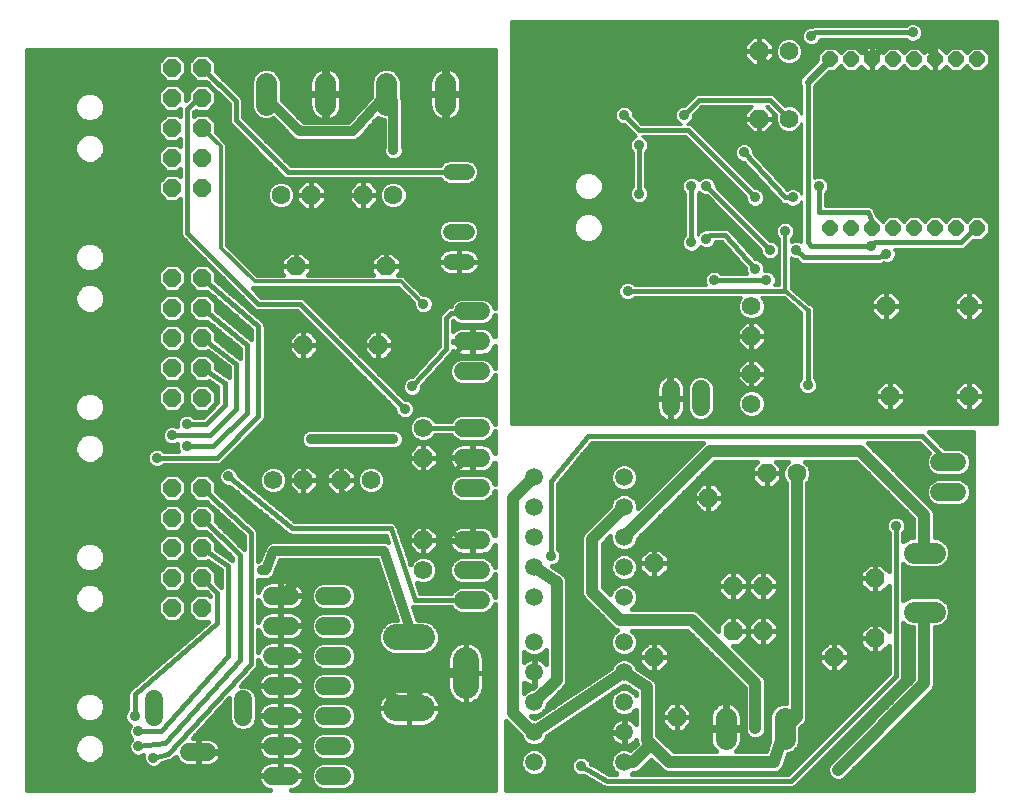
<source format=gbl>
G75*
G70*
%OFA0B0*%
%FSLAX24Y24*%
%IPPOS*%
%LPD*%
%AMOC8*
5,1,8,0,0,1.08239X$1,22.5*
%
%ADD10C,0.0860*%
%ADD11OC8,0.0630*%
%ADD12OC8,0.0620*%
%ADD13C,0.0620*%
%ADD14C,0.0600*%
%ADD15C,0.0705*%
%ADD16C,0.0594*%
%ADD17C,0.0530*%
%ADD18OC8,0.0600*%
%ADD19C,0.0630*%
%ADD20C,0.0594*%
%ADD21OC8,0.0515*%
%ADD22C,0.0360*%
%ADD23C,0.0160*%
%ADD24C,0.0320*%
%ADD25C,0.0120*%
%ADD26C,0.0400*%
%ADD27C,0.0100*%
%ADD28C,0.0240*%
%ADD29C,0.0200*%
D10*
X012901Y007277D02*
X013761Y007277D01*
X015221Y008028D02*
X015221Y008888D01*
X013761Y009639D02*
X012901Y009639D01*
D11*
X021503Y008977D03*
X022253Y006977D03*
X024128Y009852D03*
X025128Y009852D03*
X025128Y011352D03*
X024128Y011352D03*
X021503Y012102D03*
X023316Y014290D03*
X025253Y015102D03*
X028878Y011602D03*
X028878Y009602D03*
X027503Y008977D03*
X029371Y017679D03*
X031996Y017679D03*
X031996Y020679D03*
X029246Y020679D03*
X012563Y022002D03*
X011813Y024377D03*
X010063Y024377D03*
X009563Y022002D03*
X009813Y019377D03*
X012313Y019377D03*
D12*
X013813Y015627D03*
X011063Y014877D03*
X009813Y014877D03*
X013813Y012877D03*
X024746Y018429D03*
X024746Y019679D03*
X024996Y026929D03*
X024996Y029179D03*
D13*
X025996Y029179D03*
X025996Y026929D03*
X024746Y020679D03*
X024746Y017429D03*
X013813Y016627D03*
X012063Y014877D03*
X008813Y014877D03*
X013813Y011877D03*
D14*
X015138Y011877D02*
X015738Y011877D01*
X015738Y010877D02*
X015138Y010877D01*
X015138Y012877D02*
X015738Y012877D01*
X015738Y014627D02*
X015138Y014627D01*
X015138Y015627D02*
X015738Y015627D01*
X015738Y016627D02*
X015138Y016627D01*
X015138Y018502D02*
X015738Y018502D01*
X015738Y019502D02*
X015138Y019502D01*
X015138Y020502D02*
X015738Y020502D01*
X022059Y017917D02*
X022059Y017317D01*
X023059Y017317D02*
X023059Y017917D01*
X031016Y015477D02*
X031616Y015477D01*
X031616Y014477D02*
X031016Y014477D01*
X011113Y011021D02*
X010513Y011021D01*
X010513Y010021D02*
X011113Y010021D01*
X011113Y009021D02*
X010513Y009021D01*
X010513Y008021D02*
X011113Y008021D01*
X011113Y007021D02*
X010513Y007021D01*
X010513Y006021D02*
X011113Y006021D01*
X011113Y005021D02*
X010513Y005021D01*
X009363Y005021D02*
X008763Y005021D01*
X008763Y006021D02*
X009363Y006021D01*
X009363Y007021D02*
X008763Y007021D01*
X008763Y008021D02*
X009363Y008021D01*
X009363Y009021D02*
X008763Y009021D01*
X008763Y010021D02*
X009363Y010021D01*
X009363Y011021D02*
X008763Y011021D01*
D15*
X023894Y006955D02*
X023894Y006250D01*
X025863Y006250D02*
X025863Y006955D01*
X030151Y010493D02*
X030856Y010493D01*
X030856Y012462D02*
X030151Y012462D01*
X014547Y027400D02*
X014547Y028105D01*
X012579Y028105D02*
X012579Y027400D01*
X010547Y027400D02*
X010547Y028105D01*
X008579Y028105D02*
X008579Y027400D01*
D16*
X007798Y007571D02*
X007798Y006977D01*
X006599Y005817D02*
X006005Y005817D01*
X004846Y006977D02*
X004846Y007571D01*
D17*
X014724Y022163D02*
X015254Y022163D01*
X015254Y023163D02*
X014724Y023163D01*
X014724Y025155D02*
X015254Y025155D01*
D18*
X006438Y025627D03*
X005438Y025627D03*
X005438Y026627D03*
X006438Y026627D03*
X006438Y027627D03*
X005438Y027627D03*
X005438Y028627D03*
X006438Y028627D03*
X006438Y024627D03*
X005438Y024627D03*
X005438Y021627D03*
X006438Y021627D03*
X006438Y020627D03*
X006438Y019627D03*
X006438Y018627D03*
X006438Y017627D03*
X005438Y017627D03*
X005438Y018627D03*
X005438Y019627D03*
X005438Y020627D03*
X005438Y014627D03*
X005438Y013627D03*
X006438Y013627D03*
X006438Y014627D03*
X006438Y012627D03*
X006438Y011627D03*
X006438Y010627D03*
X005438Y010627D03*
X005438Y011627D03*
X005438Y012627D03*
D19*
X009063Y024377D03*
X012813Y024377D03*
X026253Y015102D03*
D20*
X020503Y014977D03*
X020503Y013977D03*
X020503Y012977D03*
X020503Y011977D03*
X020503Y010977D03*
X020503Y009477D03*
X020503Y008477D03*
X020503Y007477D03*
X020503Y006477D03*
X020503Y005477D03*
X017503Y005477D03*
X017503Y006477D03*
X017503Y007477D03*
X017503Y008477D03*
X017503Y009477D03*
X017503Y010977D03*
X017503Y011977D03*
X017503Y012977D03*
X017503Y013977D03*
X017503Y014977D03*
D21*
X027367Y023281D03*
X028068Y023281D03*
X028769Y023281D03*
X029470Y023281D03*
X030170Y023281D03*
X030871Y023281D03*
X031572Y023281D03*
X032273Y023281D03*
X032273Y028911D03*
X031572Y028911D03*
X030871Y028911D03*
X030170Y028911D03*
X029470Y028911D03*
X028769Y028911D03*
X028068Y028911D03*
X027367Y028911D03*
D22*
X026746Y029679D03*
X030121Y029804D03*
X026996Y024679D03*
X026121Y024304D03*
X025871Y023179D03*
X026246Y022554D03*
X025371Y022554D03*
X024871Y021929D03*
X025246Y021554D03*
X023496Y021554D03*
X022871Y021554D03*
X022746Y022804D03*
X023246Y022929D03*
X023621Y022679D03*
X024871Y024304D03*
X024496Y025804D03*
X023246Y024679D03*
X022746Y024679D03*
X020996Y024429D03*
X020996Y026054D03*
X020496Y027054D03*
X022496Y027054D03*
X028746Y022679D03*
X029246Y022429D03*
X026621Y018054D03*
X029566Y013352D03*
X024878Y006602D03*
X027628Y005227D03*
X019066Y005352D03*
X018066Y012352D03*
X013188Y017252D03*
X013438Y018002D03*
X014313Y018002D03*
X012813Y016252D03*
X010063Y016252D03*
X007313Y015002D03*
X005938Y016002D03*
X005438Y016377D03*
X005938Y016752D03*
X004938Y015627D03*
X008438Y011877D03*
X004188Y007002D03*
X004313Y006502D03*
X004313Y006002D03*
X004813Y005627D03*
X013813Y020752D03*
X012813Y025877D03*
X020621Y021179D03*
D23*
X000592Y029233D02*
X000592Y004542D01*
X008715Y004542D01*
X008651Y004553D01*
X008579Y004576D01*
X008511Y004610D01*
X008450Y004655D01*
X008397Y004708D01*
X008352Y004769D01*
X008318Y004836D01*
X008295Y004908D01*
X008283Y004983D01*
X008283Y005001D01*
X009043Y005001D01*
X009043Y005041D01*
X009043Y005501D01*
X008725Y005501D01*
X008651Y005489D01*
X008579Y005466D01*
X008511Y005431D01*
X006879Y005431D01*
X006849Y005409D02*
X006910Y005453D01*
X006963Y005506D01*
X007007Y005567D01*
X007041Y005634D01*
X007064Y005705D01*
X007076Y005779D01*
X007076Y005799D01*
X006321Y005799D01*
X006321Y005835D01*
X007076Y005835D01*
X007076Y005855D01*
X007064Y005929D01*
X007041Y006000D01*
X007007Y006067D01*
X006963Y006128D01*
X006910Y006181D01*
X006849Y006225D01*
X006782Y006259D01*
X006711Y006282D01*
X006637Y006294D01*
X006321Y006294D01*
X006321Y005836D01*
X006284Y005836D01*
X006284Y006294D01*
X006135Y006294D01*
X007341Y007610D01*
X007341Y006886D01*
X007411Y006718D01*
X007539Y006590D01*
X007707Y006520D01*
X007889Y006520D01*
X008057Y006590D01*
X008186Y006718D01*
X008255Y006886D01*
X008255Y007661D01*
X008186Y007829D01*
X008057Y007958D01*
X007889Y008027D01*
X007724Y008027D01*
X008236Y008586D01*
X008266Y008616D01*
X008269Y008621D01*
X008272Y008625D01*
X008287Y008665D01*
X008303Y008704D01*
X008303Y008710D01*
X008305Y008715D01*
X008303Y008757D01*
X008303Y008883D01*
X008318Y008836D01*
X008352Y008769D01*
X008397Y008708D01*
X008450Y008655D01*
X008511Y008610D01*
X008579Y008576D01*
X008651Y008553D01*
X008725Y008541D01*
X009043Y008541D01*
X009043Y009001D01*
X009083Y009001D01*
X009083Y009041D01*
X009043Y009041D01*
X009043Y009501D01*
X008725Y009501D01*
X008651Y009489D01*
X008579Y009466D01*
X008511Y009431D01*
X008450Y009387D01*
X008397Y009333D01*
X008352Y009272D01*
X008318Y009205D01*
X008303Y009158D01*
X008303Y009883D01*
X008318Y009836D01*
X008352Y009769D01*
X008397Y009708D01*
X008450Y009655D01*
X008511Y009610D01*
X008579Y009576D01*
X008651Y009553D01*
X008725Y009541D01*
X009043Y009541D01*
X009043Y010001D01*
X009083Y010001D01*
X009083Y010041D01*
X009043Y010041D01*
X009043Y010501D01*
X008725Y010501D01*
X008651Y010489D01*
X008579Y010466D01*
X008511Y010431D01*
X008450Y010387D01*
X008397Y010333D01*
X008352Y010272D01*
X008318Y010205D01*
X008303Y010158D01*
X008303Y010883D01*
X008318Y010836D01*
X008352Y010769D01*
X008397Y010708D01*
X008450Y010655D01*
X008511Y010610D01*
X008579Y010576D01*
X008651Y010553D01*
X008725Y010541D01*
X009043Y010541D01*
X009043Y011001D01*
X009083Y011001D01*
X009083Y011041D01*
X009043Y011041D01*
X009043Y011501D01*
X008725Y011501D01*
X008651Y011489D01*
X008579Y011466D01*
X008511Y011431D01*
X008450Y011387D01*
X008397Y011333D01*
X008352Y011272D01*
X008318Y011205D01*
X008303Y011158D01*
X008303Y011565D01*
X008370Y011537D01*
X008506Y011537D01*
X008553Y011557D01*
X008567Y011557D01*
X008627Y011557D01*
X008630Y011559D01*
X008634Y011559D01*
X008689Y011583D01*
X008744Y011606D01*
X008747Y011608D01*
X008750Y011610D01*
X008791Y011653D01*
X008834Y011696D01*
X008836Y011699D01*
X008838Y011702D01*
X008860Y011757D01*
X008883Y011813D01*
X008883Y011817D01*
X009032Y012201D01*
X012265Y012201D01*
X012940Y010229D01*
X012783Y010229D01*
X012567Y010139D01*
X012401Y009973D01*
X012311Y009756D01*
X012311Y009521D01*
X012401Y009305D01*
X012567Y009139D01*
X012783Y009049D01*
X013878Y009049D01*
X014095Y009139D01*
X014261Y009305D01*
X014351Y009521D01*
X014351Y009756D01*
X014261Y009973D01*
X014095Y010139D01*
X013878Y010229D01*
X013617Y010229D01*
X013612Y010240D01*
X013474Y010644D01*
X013482Y010641D01*
X013489Y010640D01*
X013497Y010637D01*
X013537Y010637D01*
X013577Y010635D01*
X013584Y010637D01*
X014740Y010637D01*
X014748Y010616D01*
X014877Y010487D01*
X015046Y010417D01*
X015830Y010417D01*
X015999Y010487D01*
X016128Y010616D01*
X016188Y010761D01*
X016188Y004542D01*
X009411Y004542D01*
X009475Y004553D01*
X009547Y004576D01*
X009615Y004610D01*
X009676Y004655D01*
X009729Y004708D01*
X009774Y004769D01*
X009808Y004836D01*
X009831Y004908D01*
X009843Y004983D01*
X009843Y005001D01*
X009083Y005001D01*
X009083Y005041D01*
X009043Y005041D01*
X008283Y005041D01*
X008283Y005059D01*
X008295Y005133D01*
X008318Y005205D01*
X008352Y005272D01*
X000592Y005272D01*
X000592Y005114D02*
X008292Y005114D01*
X008287Y004955D02*
X000592Y004955D01*
X000592Y004797D02*
X008338Y004797D01*
X008473Y004638D02*
X000592Y004638D01*
X000592Y005431D02*
X004528Y005431D01*
X004525Y005434D02*
X004620Y005339D01*
X004745Y005287D01*
X004881Y005287D01*
X005006Y005339D01*
X005101Y005434D01*
X005109Y005454D01*
X005348Y005513D01*
X005371Y005514D01*
X005394Y005525D01*
X005418Y005531D01*
X005436Y005545D01*
X005458Y005555D01*
X005474Y005573D01*
X005494Y005588D01*
X005506Y005608D01*
X005555Y005661D01*
X005563Y005634D01*
X005598Y005567D01*
X005642Y005506D01*
X005695Y005453D01*
X005755Y005409D01*
X005822Y005375D01*
X005894Y005352D01*
X005968Y005340D01*
X006284Y005340D01*
X006284Y005798D01*
X006321Y005798D01*
X006321Y005340D01*
X006637Y005340D01*
X006711Y005352D01*
X006782Y005375D01*
X006849Y005409D01*
X007018Y005589D02*
X008552Y005589D01*
X008579Y005576D02*
X008651Y005553D01*
X008725Y005541D01*
X009043Y005541D01*
X009043Y006001D01*
X008283Y006001D01*
X008283Y005983D01*
X008295Y005908D01*
X008318Y005836D01*
X008352Y005769D01*
X008397Y005708D01*
X008450Y005655D01*
X008511Y005610D01*
X008579Y005576D01*
X008511Y005431D02*
X008450Y005387D01*
X008397Y005333D01*
X008352Y005272D01*
X008368Y005748D02*
X007071Y005748D01*
X007068Y005906D02*
X008295Y005906D01*
X008283Y006041D02*
X009043Y006041D01*
X009043Y006501D01*
X008725Y006501D01*
X008651Y006489D01*
X008579Y006466D01*
X008511Y006431D01*
X008450Y006387D01*
X008397Y006333D01*
X008352Y006272D01*
X008318Y006205D01*
X008295Y006133D01*
X008283Y006059D01*
X008283Y006041D01*
X008284Y006065D02*
X007008Y006065D01*
X006851Y006224D02*
X008328Y006224D01*
X008446Y006382D02*
X006216Y006382D01*
X006284Y006224D02*
X006321Y006224D01*
X006321Y006065D02*
X006284Y006065D01*
X006284Y005906D02*
X006321Y005906D01*
X006321Y005748D02*
X006284Y005748D01*
X006284Y005589D02*
X006321Y005589D01*
X006321Y005431D02*
X006284Y005431D01*
X005726Y005431D02*
X005098Y005431D01*
X004813Y005627D02*
X005313Y005752D01*
X008063Y008752D01*
X008063Y013127D01*
X006438Y014627D01*
X006898Y014626D02*
X007394Y014626D01*
X007350Y014662D02*
X009277Y013092D01*
X009302Y013067D01*
X009314Y013063D01*
X009323Y013055D01*
X009358Y013044D01*
X009390Y013031D01*
X009403Y013031D01*
X009415Y013027D01*
X009450Y013031D01*
X012554Y013031D01*
X012629Y012811D01*
X012626Y012813D01*
X012578Y012836D01*
X012567Y012837D01*
X012558Y012841D01*
X012504Y012841D01*
X012451Y012844D01*
X012441Y012841D01*
X008873Y012841D01*
X008870Y012842D01*
X008809Y012841D01*
X008749Y012841D01*
X008746Y012839D01*
X008742Y012839D01*
X008687Y012815D01*
X008632Y012792D01*
X008629Y012789D01*
X008626Y012788D01*
X008585Y012745D01*
X008542Y012702D01*
X008540Y012699D01*
X008538Y012696D01*
X008517Y012641D01*
X008493Y012584D01*
X008493Y012581D01*
X008348Y012208D01*
X008303Y012189D01*
X008303Y013084D01*
X008305Y013089D01*
X008303Y013132D01*
X008303Y013175D01*
X008301Y013179D01*
X008301Y013184D01*
X008283Y013223D01*
X008266Y013263D01*
X008263Y013267D01*
X008261Y013271D01*
X008230Y013300D01*
X008199Y013331D01*
X008194Y013332D01*
X006898Y014529D01*
X006898Y014818D01*
X006629Y015087D01*
X006247Y015087D01*
X005978Y014818D01*
X005978Y014437D01*
X006247Y014167D01*
X006583Y014167D01*
X007823Y013022D01*
X007823Y012581D01*
X006898Y013506D01*
X006898Y013818D01*
X006629Y014087D01*
X006247Y014087D01*
X005978Y013818D01*
X005978Y013437D01*
X006247Y013167D01*
X006559Y013167D01*
X007448Y012278D01*
X007448Y012206D01*
X007430Y012213D01*
X006898Y012593D01*
X006898Y012818D01*
X006629Y013087D01*
X006247Y013087D01*
X005978Y012818D01*
X005978Y012437D01*
X006247Y012167D01*
X006629Y012167D01*
X006645Y012184D01*
X007073Y011879D01*
X007073Y011331D01*
X006898Y011506D01*
X006898Y011818D01*
X006629Y012087D01*
X006247Y012087D01*
X005978Y011818D01*
X005978Y011437D01*
X006247Y011167D01*
X006559Y011167D01*
X006698Y011028D01*
X006698Y011018D01*
X006629Y011087D01*
X006247Y011087D01*
X005978Y010818D01*
X005978Y010437D01*
X006247Y010167D01*
X006617Y010167D01*
X004061Y007959D01*
X004052Y007956D01*
X004024Y007928D01*
X003995Y007902D01*
X003991Y007894D01*
X003985Y007888D01*
X003970Y007852D01*
X003952Y007817D01*
X003952Y007808D01*
X003948Y007800D01*
X003948Y007761D01*
X003945Y007722D01*
X003948Y007713D01*
X003948Y007243D01*
X003900Y007195D01*
X003848Y007070D01*
X003848Y006934D01*
X003900Y006809D01*
X003995Y006714D01*
X004030Y006700D01*
X004025Y006695D01*
X003973Y006570D01*
X003973Y006434D01*
X004025Y006309D01*
X004082Y006252D01*
X004025Y006195D01*
X003973Y006070D01*
X003973Y005934D01*
X004025Y005809D01*
X004120Y005714D01*
X004245Y005662D01*
X004381Y005662D01*
X004476Y005702D01*
X004473Y005695D01*
X004473Y005559D01*
X004525Y005434D01*
X004473Y005589D02*
X003057Y005589D01*
X003118Y005651D02*
X003195Y005837D01*
X003195Y006039D01*
X003118Y006225D01*
X002975Y006368D01*
X002789Y006445D01*
X002587Y006445D01*
X002401Y006368D01*
X002258Y006225D01*
X002181Y006039D01*
X002181Y005837D01*
X002258Y005651D01*
X002401Y005508D01*
X002587Y005431D01*
X002789Y005431D01*
X002975Y005508D01*
X003118Y005651D01*
X003158Y005748D02*
X004086Y005748D01*
X003985Y005906D02*
X003195Y005906D01*
X003184Y006065D02*
X003973Y006065D01*
X004054Y006224D02*
X003119Y006224D01*
X002941Y006382D02*
X003995Y006382D01*
X003973Y006541D02*
X000592Y006541D01*
X000592Y006699D02*
X004029Y006699D01*
X003880Y006858D02*
X002907Y006858D01*
X002975Y006886D02*
X003118Y007029D01*
X003195Y007215D01*
X003195Y007417D01*
X003118Y007603D01*
X002975Y007746D01*
X002789Y007823D01*
X002587Y007823D01*
X002401Y007746D01*
X002258Y007603D01*
X002181Y007417D01*
X002181Y007215D01*
X002258Y007029D01*
X002401Y006886D01*
X002587Y006809D01*
X002789Y006809D01*
X002975Y006886D01*
X003106Y007016D02*
X003848Y007016D01*
X003892Y007175D02*
X003178Y007175D01*
X003195Y007333D02*
X003948Y007333D01*
X003948Y007492D02*
X003164Y007492D01*
X003071Y007650D02*
X003948Y007650D01*
X003952Y007809D02*
X002823Y007809D01*
X002553Y007809D02*
X000592Y007809D01*
X000592Y007968D02*
X004070Y007968D01*
X004254Y008126D02*
X000592Y008126D01*
X000592Y008285D02*
X004438Y008285D01*
X004621Y008443D02*
X000592Y008443D01*
X000592Y008602D02*
X004805Y008602D01*
X004988Y008760D02*
X000592Y008760D01*
X000592Y008919D02*
X005172Y008919D01*
X005355Y009077D02*
X000592Y009077D01*
X000592Y009236D02*
X005539Y009236D01*
X005723Y009394D02*
X000592Y009394D01*
X000592Y009553D02*
X005906Y009553D01*
X006090Y009712D02*
X000592Y009712D01*
X000592Y009870D02*
X006273Y009870D01*
X006457Y010029D02*
X000592Y010029D01*
X000592Y010187D02*
X005227Y010187D01*
X005247Y010167D02*
X005629Y010167D01*
X005898Y010437D01*
X005898Y010818D01*
X005629Y011087D01*
X005247Y011087D01*
X004978Y010818D01*
X004978Y010437D01*
X005247Y010167D01*
X005069Y010346D02*
X000592Y010346D01*
X000592Y010504D02*
X002410Y010504D01*
X002401Y010508D02*
X002587Y010431D01*
X002789Y010431D01*
X002975Y010508D01*
X003118Y010651D01*
X003195Y010837D01*
X003195Y011039D01*
X003118Y011225D01*
X002975Y011368D01*
X002789Y011445D01*
X002587Y011445D01*
X002401Y011368D01*
X002258Y011225D01*
X002181Y011039D01*
X002181Y010837D01*
X002258Y010651D01*
X002401Y010508D01*
X002253Y010663D02*
X000592Y010663D01*
X000592Y010821D02*
X002187Y010821D01*
X002181Y010980D02*
X000592Y010980D01*
X000592Y011138D02*
X002222Y011138D01*
X002330Y011297D02*
X000592Y011297D01*
X000592Y011456D02*
X004978Y011456D01*
X004978Y011437D02*
X005247Y011167D01*
X005629Y011167D01*
X005898Y011437D01*
X005898Y011818D01*
X005629Y012087D01*
X005247Y012087D01*
X004978Y011818D01*
X004978Y011437D01*
X004978Y011614D02*
X000592Y011614D01*
X000592Y011773D02*
X004978Y011773D01*
X005092Y011931D02*
X003020Y011931D01*
X002975Y011886D02*
X003118Y012029D01*
X003195Y012215D01*
X003195Y012417D01*
X003118Y012603D01*
X002975Y012746D01*
X002789Y012823D01*
X002587Y012823D01*
X002401Y012746D01*
X002258Y012603D01*
X002181Y012417D01*
X002181Y012215D01*
X002258Y012029D01*
X002401Y011886D01*
X002587Y011809D01*
X002789Y011809D01*
X002975Y011886D01*
X003143Y012090D02*
X006777Y012090D01*
X006784Y011931D02*
X006999Y011931D01*
X007073Y011773D02*
X006898Y011773D01*
X006898Y011614D02*
X007073Y011614D01*
X007073Y011456D02*
X006949Y011456D01*
X006938Y011127D02*
X006438Y011627D01*
X006118Y011297D02*
X005758Y011297D01*
X005898Y011456D02*
X005978Y011456D01*
X005978Y011614D02*
X005898Y011614D01*
X005898Y011773D02*
X005978Y011773D01*
X006092Y011931D02*
X005784Y011931D01*
X005629Y012167D02*
X005898Y012437D01*
X005898Y012818D01*
X005629Y013087D01*
X005247Y013087D01*
X004978Y012818D01*
X004978Y012437D01*
X005247Y012167D01*
X005629Y012167D01*
X005710Y012248D02*
X006166Y012248D01*
X006008Y012407D02*
X005868Y012407D01*
X005898Y012565D02*
X005978Y012565D01*
X005978Y012724D02*
X005898Y012724D01*
X005833Y012882D02*
X006043Y012882D01*
X006201Y013041D02*
X005675Y013041D01*
X005629Y013167D02*
X005898Y013437D01*
X005898Y013818D01*
X005629Y014087D01*
X005247Y014087D01*
X004978Y013818D01*
X004978Y013437D01*
X005247Y013167D01*
X005629Y013167D01*
X005661Y013199D02*
X006215Y013199D01*
X006057Y013358D02*
X005819Y013358D01*
X005898Y013517D02*
X005978Y013517D01*
X005978Y013675D02*
X005898Y013675D01*
X005882Y013834D02*
X005994Y013834D01*
X006153Y013992D02*
X005723Y013992D01*
X005629Y014167D02*
X005898Y014437D01*
X005898Y014818D01*
X005629Y015087D01*
X005247Y015087D01*
X004978Y014818D01*
X004978Y014437D01*
X005247Y014167D01*
X005629Y014167D01*
X005771Y014309D02*
X006105Y014309D01*
X005978Y014468D02*
X005898Y014468D01*
X005898Y014626D02*
X005978Y014626D01*
X005978Y014785D02*
X005898Y014785D01*
X005772Y014943D02*
X006104Y014943D01*
X006772Y014943D02*
X006973Y014943D01*
X006973Y014934D02*
X007025Y014809D01*
X007120Y014714D01*
X007245Y014662D01*
X007350Y014662D01*
X007589Y014468D02*
X006964Y014468D01*
X007136Y014309D02*
X007783Y014309D01*
X007978Y014151D02*
X007308Y014151D01*
X007480Y013992D02*
X008173Y013992D01*
X008367Y013834D02*
X007651Y013834D01*
X007823Y013675D02*
X008562Y013675D01*
X008756Y013517D02*
X007995Y013517D01*
X008167Y013358D02*
X008951Y013358D01*
X009146Y013199D02*
X008294Y013199D01*
X008303Y013041D02*
X009366Y013041D01*
X009438Y013271D02*
X012725Y013271D01*
X013544Y010877D01*
X015438Y010877D01*
X015830Y011337D02*
X015046Y011337D01*
X014877Y011267D01*
X014748Y011138D01*
X014740Y011117D01*
X013716Y011117D01*
X013600Y011457D01*
X013720Y011407D01*
X013906Y011407D01*
X014079Y011479D01*
X014211Y011611D01*
X014283Y011784D01*
X014283Y011971D01*
X014211Y012143D01*
X014079Y012276D01*
X013906Y012347D01*
X013720Y012347D01*
X013547Y012276D01*
X013415Y012143D01*
X013387Y012077D01*
X012965Y013311D01*
X012965Y013319D01*
X012950Y013356D01*
X012937Y013394D01*
X012932Y013399D01*
X012929Y013407D01*
X012900Y013435D01*
X012874Y013465D01*
X012867Y013469D01*
X012861Y013474D01*
X012824Y013490D01*
X012788Y013507D01*
X012780Y013508D01*
X012773Y013511D01*
X012733Y013511D01*
X012693Y013513D01*
X012686Y013511D01*
X009523Y013511D01*
X007653Y015035D01*
X007653Y015070D01*
X007601Y015195D01*
X007506Y015290D01*
X007381Y015342D01*
X007245Y015342D01*
X007120Y015290D01*
X007025Y015195D01*
X006973Y015070D01*
X006973Y014934D01*
X006898Y014785D02*
X007049Y014785D01*
X006986Y015102D02*
X000592Y015102D01*
X000592Y014943D02*
X005104Y014943D01*
X004978Y014785D02*
X000592Y014785D01*
X000592Y014626D02*
X004978Y014626D01*
X004978Y014468D02*
X000592Y014468D01*
X000592Y014309D02*
X005105Y014309D01*
X005153Y013992D02*
X000592Y013992D01*
X000592Y013834D02*
X004994Y013834D01*
X004978Y013675D02*
X000592Y013675D01*
X000592Y013517D02*
X004978Y013517D01*
X005057Y013358D02*
X000592Y013358D01*
X000592Y013199D02*
X005215Y013199D01*
X005201Y013041D02*
X000592Y013041D01*
X000592Y012882D02*
X005043Y012882D01*
X004978Y012724D02*
X002997Y012724D01*
X003134Y012565D02*
X004978Y012565D01*
X005008Y012407D02*
X003195Y012407D01*
X003195Y012248D02*
X005166Y012248D01*
X005118Y011297D02*
X003046Y011297D01*
X003154Y011138D02*
X006587Y011138D01*
X006938Y011127D02*
X006938Y010127D01*
X004188Y007752D01*
X004188Y007002D01*
X004313Y006502D02*
X005063Y006502D01*
X007313Y009002D01*
X007313Y012002D01*
X006438Y012627D01*
X006898Y012724D02*
X007002Y012724D01*
X006937Y012565D02*
X007160Y012565D01*
X007159Y012407D02*
X007319Y012407D01*
X007381Y012248D02*
X007448Y012248D01*
X007688Y012377D02*
X006438Y013627D01*
X006898Y013675D02*
X007115Y013675D01*
X006944Y013834D02*
X006882Y013834D01*
X006772Y013992D02*
X006723Y013992D01*
X006600Y014151D02*
X000592Y014151D01*
X000592Y015261D02*
X007091Y015261D01*
X007063Y015419D02*
X013328Y015419D01*
X013323Y015424D02*
X013610Y015137D01*
X013813Y015137D01*
X014016Y015137D01*
X014303Y015424D01*
X014303Y015627D01*
X013813Y015627D01*
X015438Y015627D01*
X013563Y014377D01*
X015063Y012877D01*
X015438Y012877D01*
X013813Y012877D01*
X013323Y012877D01*
X013323Y012674D01*
X013610Y012387D01*
X013813Y012387D01*
X014016Y012387D01*
X014303Y012674D01*
X014303Y012877D01*
X013813Y012877D01*
X013813Y012877D01*
X013813Y012387D01*
X013813Y012877D01*
X013813Y012877D01*
X013323Y012877D01*
X013323Y013080D01*
X013610Y013367D01*
X013813Y013367D01*
X013813Y012877D01*
X013813Y012877D01*
X014303Y012877D01*
X014303Y013080D01*
X014016Y013367D01*
X013813Y013367D01*
X013813Y012877D01*
X013813Y012877D01*
X013813Y012882D02*
X013813Y012882D01*
X013813Y012724D02*
X013813Y012724D01*
X013813Y012565D02*
X013813Y012565D01*
X013813Y012407D02*
X013813Y012407D01*
X013590Y012407D02*
X013275Y012407D01*
X013220Y012565D02*
X013432Y012565D01*
X013323Y012724D02*
X013166Y012724D01*
X013112Y012882D02*
X013323Y012882D01*
X013323Y013041D02*
X013058Y013041D01*
X013003Y013199D02*
X013443Y013199D01*
X013601Y013358D02*
X012949Y013358D01*
X012605Y012882D02*
X008303Y012882D01*
X008303Y012724D02*
X008564Y012724D01*
X008487Y012565D02*
X008303Y012565D01*
X008303Y012407D02*
X008426Y012407D01*
X008364Y012248D02*
X008303Y012248D01*
X007688Y012377D02*
X007688Y008877D01*
X005188Y006127D01*
X004313Y006002D01*
X005495Y005589D02*
X005586Y005589D01*
X006361Y006541D02*
X007658Y006541D01*
X007430Y006699D02*
X006507Y006699D01*
X006652Y006858D02*
X007353Y006858D01*
X007341Y007016D02*
X006797Y007016D01*
X006943Y007175D02*
X007341Y007175D01*
X007341Y007333D02*
X007088Y007333D01*
X007233Y007492D02*
X007341Y007492D01*
X007815Y008126D02*
X008294Y008126D01*
X008295Y008133D02*
X008283Y008059D01*
X008283Y008041D01*
X009043Y008041D01*
X009043Y008501D01*
X008725Y008501D01*
X008651Y008489D01*
X008579Y008466D01*
X008511Y008431D01*
X008450Y008387D01*
X008397Y008333D01*
X008352Y008272D01*
X008318Y008205D01*
X008295Y008133D01*
X008283Y008001D02*
X008283Y007983D01*
X008295Y007908D01*
X008318Y007836D01*
X008352Y007769D01*
X008397Y007708D01*
X008450Y007655D01*
X008511Y007610D01*
X008579Y007576D01*
X008651Y007553D01*
X008725Y007541D01*
X009043Y007541D01*
X009043Y008001D01*
X008283Y008001D01*
X008285Y007968D02*
X008034Y007968D01*
X008194Y007809D02*
X008332Y007809D01*
X008255Y007650D02*
X008456Y007650D01*
X008579Y007466D02*
X008511Y007431D01*
X008450Y007387D01*
X008397Y007333D01*
X008255Y007333D01*
X008352Y007272D02*
X008318Y007205D01*
X008295Y007133D01*
X008283Y007059D01*
X008283Y007041D01*
X009043Y007041D01*
X009043Y007501D01*
X008725Y007501D01*
X008651Y007489D01*
X008579Y007466D01*
X008670Y007492D02*
X008255Y007492D01*
X008397Y007333D02*
X008352Y007272D01*
X008308Y007175D02*
X008255Y007175D01*
X008255Y007016D02*
X009043Y007016D01*
X009043Y007001D02*
X008283Y007001D01*
X008283Y006983D01*
X008295Y006908D01*
X008318Y006836D01*
X008352Y006769D01*
X008397Y006708D01*
X008450Y006655D01*
X008511Y006610D01*
X008579Y006576D01*
X008651Y006553D01*
X008725Y006541D01*
X009043Y006541D01*
X009043Y007001D01*
X009043Y007041D01*
X009083Y007041D01*
X009083Y007501D01*
X009401Y007501D01*
X009475Y007489D01*
X009547Y007466D01*
X009615Y007431D01*
X009676Y007387D01*
X009729Y007333D01*
X010175Y007333D01*
X010123Y007281D02*
X010053Y007112D01*
X010053Y006929D01*
X010123Y006760D01*
X010252Y006631D01*
X010421Y006561D01*
X011205Y006561D01*
X011374Y006631D01*
X011503Y006760D01*
X011573Y006929D01*
X011573Y007112D01*
X011503Y007281D01*
X011374Y007411D01*
X011205Y007481D01*
X010421Y007481D01*
X010252Y007411D01*
X010123Y007281D01*
X010079Y007175D02*
X009818Y007175D01*
X009808Y007205D02*
X009774Y007272D01*
X009729Y007333D01*
X009808Y007205D02*
X009831Y007133D01*
X009843Y007059D01*
X009843Y007041D01*
X009083Y007041D01*
X009083Y007001D01*
X009843Y007001D01*
X009843Y006983D01*
X009831Y006908D01*
X009808Y006836D01*
X009774Y006769D01*
X009729Y006708D01*
X009676Y006655D01*
X009615Y006610D01*
X009547Y006576D01*
X009475Y006553D01*
X009401Y006541D01*
X009083Y006541D01*
X009083Y007001D01*
X009043Y007001D01*
X009083Y007016D02*
X010053Y007016D01*
X010083Y006858D02*
X009815Y006858D01*
X009720Y006699D02*
X010184Y006699D01*
X010252Y006411D02*
X010123Y006281D01*
X010053Y006112D01*
X010053Y005929D01*
X010123Y005760D01*
X010252Y005631D01*
X010421Y005561D01*
X011205Y005561D01*
X011374Y005631D01*
X011503Y005760D01*
X011573Y005929D01*
X011573Y006112D01*
X011503Y006281D01*
X011374Y006411D01*
X011205Y006481D01*
X010421Y006481D01*
X010252Y006411D01*
X010224Y006382D02*
X009680Y006382D01*
X009676Y006387D02*
X009615Y006431D01*
X009547Y006466D01*
X009475Y006489D01*
X009401Y006501D01*
X009083Y006501D01*
X009083Y006041D01*
X009043Y006041D01*
X009043Y006001D01*
X009083Y006001D01*
X009083Y006041D01*
X009843Y006041D01*
X009843Y006059D01*
X009831Y006133D01*
X009808Y006205D01*
X009774Y006272D01*
X009729Y006333D01*
X009676Y006387D01*
X009798Y006224D02*
X010099Y006224D01*
X010053Y006065D02*
X009842Y006065D01*
X009843Y006001D02*
X009083Y006001D01*
X009083Y005541D01*
X009401Y005541D01*
X009475Y005553D01*
X009547Y005576D01*
X009615Y005610D01*
X009676Y005655D01*
X009729Y005708D01*
X009774Y005769D01*
X009808Y005836D01*
X009831Y005908D01*
X009843Y005983D01*
X009843Y006001D01*
X009831Y005906D02*
X010062Y005906D01*
X010135Y005748D02*
X009758Y005748D01*
X009574Y005589D02*
X010352Y005589D01*
X010421Y005481D02*
X010252Y005411D01*
X010123Y005281D01*
X010053Y005112D01*
X010053Y004929D01*
X010123Y004760D01*
X010252Y004631D01*
X010421Y004561D01*
X011205Y004561D01*
X011374Y004631D01*
X011503Y004760D01*
X011573Y004929D01*
X011573Y005112D01*
X011503Y005281D01*
X011374Y005411D01*
X011205Y005481D01*
X010421Y005481D01*
X010301Y005431D02*
X009615Y005431D01*
X009547Y005466D01*
X009475Y005489D01*
X009401Y005501D01*
X009083Y005501D01*
X009083Y005041D01*
X009843Y005041D01*
X009843Y005059D01*
X009831Y005133D01*
X009808Y005205D01*
X009774Y005272D01*
X010119Y005272D01*
X010054Y005114D02*
X009834Y005114D01*
X009839Y004955D02*
X010053Y004955D01*
X010108Y004797D02*
X009788Y004797D01*
X009653Y004638D02*
X010245Y004638D01*
X009774Y005272D02*
X009729Y005333D01*
X009676Y005387D01*
X009615Y005431D01*
X009083Y005431D02*
X009043Y005431D01*
X009043Y005589D02*
X009083Y005589D01*
X009083Y005748D02*
X009043Y005748D01*
X009043Y005906D02*
X009083Y005906D01*
X009083Y006065D02*
X009043Y006065D01*
X009043Y006224D02*
X009083Y006224D01*
X009083Y006382D02*
X009043Y006382D01*
X009043Y006699D02*
X009083Y006699D01*
X009083Y006858D02*
X009043Y006858D01*
X009043Y007175D02*
X009083Y007175D01*
X009083Y007333D02*
X009043Y007333D01*
X009043Y007492D02*
X009083Y007492D01*
X009083Y007541D02*
X009401Y007541D01*
X009475Y007553D01*
X009547Y007576D01*
X009615Y007610D01*
X009676Y007655D01*
X009729Y007708D01*
X009774Y007769D01*
X009808Y007836D01*
X009831Y007908D01*
X009843Y007983D01*
X009843Y008001D01*
X009083Y008001D01*
X009083Y008041D01*
X009043Y008041D01*
X009043Y008001D01*
X009083Y008001D01*
X009083Y007541D01*
X009083Y007650D02*
X009043Y007650D01*
X009043Y007809D02*
X009083Y007809D01*
X009083Y007968D02*
X009043Y007968D01*
X009083Y008041D02*
X009843Y008041D01*
X009843Y008059D01*
X009831Y008133D01*
X009808Y008205D01*
X009774Y008272D01*
X009729Y008333D01*
X009676Y008387D01*
X009615Y008431D01*
X009547Y008466D01*
X009475Y008489D01*
X009401Y008501D01*
X009083Y008501D01*
X009083Y008041D01*
X009083Y008126D02*
X009043Y008126D01*
X009043Y008285D02*
X009083Y008285D01*
X009083Y008443D02*
X009043Y008443D01*
X009083Y008541D02*
X009401Y008541D01*
X009475Y008553D01*
X009547Y008576D01*
X009615Y008610D01*
X009676Y008655D01*
X009729Y008708D01*
X009774Y008769D01*
X009808Y008836D01*
X009831Y008908D01*
X009843Y008983D01*
X009843Y009001D01*
X009083Y009001D01*
X009083Y008541D01*
X009083Y008602D02*
X009043Y008602D01*
X009043Y008760D02*
X009083Y008760D01*
X009083Y008919D02*
X009043Y008919D01*
X009083Y009041D02*
X009843Y009041D01*
X009843Y009059D01*
X009831Y009133D01*
X009808Y009205D01*
X009774Y009272D01*
X009729Y009333D01*
X009676Y009387D01*
X009615Y009431D01*
X009547Y009466D01*
X009475Y009489D01*
X009401Y009501D01*
X009083Y009501D01*
X009083Y009041D01*
X009083Y009077D02*
X009043Y009077D01*
X009043Y009236D02*
X009083Y009236D01*
X009083Y009394D02*
X009043Y009394D01*
X009083Y009541D02*
X009401Y009541D01*
X009475Y009553D01*
X009547Y009576D01*
X009615Y009610D01*
X009676Y009655D01*
X009729Y009708D01*
X009774Y009769D01*
X009808Y009836D01*
X009831Y009908D01*
X009843Y009983D01*
X009843Y010001D01*
X009083Y010001D01*
X009083Y009541D01*
X009083Y009553D02*
X009043Y009553D01*
X009043Y009712D02*
X009083Y009712D01*
X009083Y009870D02*
X009043Y009870D01*
X009083Y010029D02*
X010053Y010029D01*
X010053Y010112D02*
X010053Y009929D01*
X010123Y009760D01*
X010252Y009631D01*
X010421Y009561D01*
X011205Y009561D01*
X011374Y009631D01*
X011503Y009760D01*
X011573Y009929D01*
X011573Y010112D01*
X011503Y010281D01*
X011374Y010411D01*
X011205Y010481D01*
X010421Y010481D01*
X010252Y010411D01*
X010123Y010281D01*
X010053Y010112D01*
X010084Y010187D02*
X009814Y010187D01*
X009808Y010205D02*
X009774Y010272D01*
X009729Y010333D01*
X009676Y010387D01*
X009615Y010431D01*
X009547Y010466D01*
X009475Y010489D01*
X009401Y010501D01*
X009083Y010501D01*
X009083Y010041D01*
X009843Y010041D01*
X009843Y010059D01*
X009831Y010133D01*
X009808Y010205D01*
X009717Y010346D02*
X010187Y010346D01*
X010252Y010631D02*
X010421Y010561D01*
X011205Y010561D01*
X011374Y010631D01*
X011503Y010760D01*
X011573Y010929D01*
X011573Y011112D01*
X011503Y011281D01*
X011374Y011411D01*
X011205Y011481D01*
X010421Y011481D01*
X010252Y011411D01*
X010123Y011281D01*
X010053Y011112D01*
X010053Y010929D01*
X010123Y010760D01*
X010252Y010631D01*
X010220Y010663D02*
X009684Y010663D01*
X009676Y010655D02*
X009729Y010708D01*
X009774Y010769D01*
X009808Y010836D01*
X009831Y010908D01*
X009843Y010983D01*
X009843Y011001D01*
X009083Y011001D01*
X009083Y010541D01*
X009401Y010541D01*
X009475Y010553D01*
X009547Y010576D01*
X009615Y010610D01*
X009676Y010655D01*
X009800Y010821D02*
X010098Y010821D01*
X010053Y010980D02*
X009842Y010980D01*
X009843Y011041D02*
X009843Y011059D01*
X009831Y011133D01*
X009808Y011205D01*
X009774Y011272D01*
X009729Y011333D01*
X009676Y011387D01*
X009615Y011431D01*
X009547Y011466D01*
X009475Y011489D01*
X009401Y011501D01*
X009083Y011501D01*
X009083Y011041D01*
X009843Y011041D01*
X009829Y011138D02*
X010064Y011138D01*
X010139Y011297D02*
X009756Y011297D01*
X009567Y011456D02*
X010361Y011456D01*
X011265Y011456D02*
X012520Y011456D01*
X012466Y011614D02*
X008754Y011614D01*
X008866Y011773D02*
X012412Y011773D01*
X012358Y011931D02*
X008927Y011931D01*
X008989Y012090D02*
X012303Y012090D01*
X012575Y011297D02*
X011487Y011297D01*
X011562Y011138D02*
X012629Y011138D01*
X012683Y010980D02*
X011573Y010980D01*
X011528Y010821D02*
X012737Y010821D01*
X012792Y010663D02*
X011406Y010663D01*
X011439Y010346D02*
X012900Y010346D01*
X012846Y010504D02*
X008303Y010504D01*
X008303Y010346D02*
X008409Y010346D01*
X008312Y010187D02*
X008303Y010187D01*
X008303Y010663D02*
X008442Y010663D01*
X008326Y010821D02*
X008303Y010821D01*
X008303Y011297D02*
X008370Y011297D01*
X008303Y011456D02*
X008559Y011456D01*
X009043Y011456D02*
X009083Y011456D01*
X009083Y011297D02*
X009043Y011297D01*
X009043Y011138D02*
X009083Y011138D01*
X009083Y010980D02*
X009043Y010980D01*
X009043Y010821D02*
X009083Y010821D01*
X009083Y010663D02*
X009043Y010663D01*
X009043Y010346D02*
X009083Y010346D01*
X009083Y010187D02*
X009043Y010187D01*
X008394Y009712D02*
X008303Y009712D01*
X008303Y009870D02*
X008307Y009870D01*
X008303Y009553D02*
X008649Y009553D01*
X008461Y009394D02*
X008303Y009394D01*
X008303Y009236D02*
X008334Y009236D01*
X008359Y008760D02*
X008303Y008760D01*
X008252Y008602D02*
X008528Y008602D01*
X008535Y008443D02*
X008105Y008443D01*
X007960Y008285D02*
X008361Y008285D01*
X009591Y008443D02*
X010331Y008443D01*
X010252Y008411D02*
X010123Y008281D01*
X010053Y008112D01*
X010053Y007929D01*
X010123Y007760D01*
X010252Y007631D01*
X010421Y007561D01*
X011205Y007561D01*
X011374Y007631D01*
X011503Y007760D01*
X011573Y007929D01*
X011573Y008112D01*
X011503Y008281D01*
X011374Y008411D01*
X011205Y008481D01*
X010421Y008481D01*
X010252Y008411D01*
X010126Y008285D02*
X009765Y008285D01*
X009832Y008126D02*
X010059Y008126D01*
X010053Y007968D02*
X009841Y007968D01*
X009794Y007809D02*
X010103Y007809D01*
X010233Y007650D02*
X009670Y007650D01*
X009457Y007492D02*
X012329Y007492D01*
X012335Y007511D02*
X012306Y007420D01*
X012291Y007325D01*
X012291Y007277D01*
X013330Y007277D01*
X013330Y007276D01*
X013331Y007276D02*
X013331Y007276D01*
X013331Y006667D01*
X013809Y006667D01*
X013904Y006682D01*
X013995Y006711D01*
X014080Y006755D01*
X014158Y006811D01*
X014226Y006879D01*
X014282Y006957D01*
X014326Y007043D01*
X014356Y007134D01*
X014371Y007229D01*
X014371Y007276D01*
X013331Y007276D01*
X013331Y007277D01*
X013331Y007277D01*
X013331Y007887D01*
X013809Y007887D01*
X013904Y007872D01*
X013995Y007842D01*
X014080Y007798D01*
X014158Y007742D01*
X014226Y007674D01*
X014282Y007596D01*
X014326Y007511D01*
X014356Y007420D01*
X014371Y007325D01*
X014371Y007277D01*
X013331Y007277D01*
X013331Y007887D01*
X012853Y007887D01*
X012758Y007872D01*
X012667Y007842D01*
X012581Y007798D01*
X012503Y007742D01*
X012435Y007674D01*
X012379Y007596D01*
X012335Y007511D01*
X012418Y007650D02*
X011393Y007650D01*
X011523Y007809D02*
X012602Y007809D01*
X012292Y007333D02*
X011451Y007333D01*
X011547Y007175D02*
X012299Y007175D01*
X012306Y007134D02*
X012335Y007043D01*
X012379Y006957D01*
X012435Y006879D01*
X012503Y006811D01*
X012581Y006755D01*
X012667Y006711D01*
X012758Y006682D01*
X012853Y006667D01*
X013331Y006667D01*
X013331Y007276D01*
X013330Y007276D02*
X012291Y007276D01*
X012291Y007229D01*
X012306Y007134D01*
X012349Y007016D02*
X011573Y007016D01*
X011543Y006858D02*
X012457Y006858D01*
X012704Y006699D02*
X011442Y006699D01*
X011402Y006382D02*
X016188Y006382D01*
X016188Y006224D02*
X011527Y006224D01*
X011573Y006065D02*
X016188Y006065D01*
X016188Y005906D02*
X011564Y005906D01*
X011491Y005748D02*
X016188Y005748D01*
X016188Y005589D02*
X011274Y005589D01*
X011325Y005431D02*
X016188Y005431D01*
X016188Y005272D02*
X011507Y005272D01*
X011572Y005114D02*
X016188Y005114D01*
X016188Y004955D02*
X011573Y004955D01*
X011518Y004797D02*
X016188Y004797D01*
X016188Y004638D02*
X011381Y004638D01*
X013331Y006699D02*
X013331Y006699D01*
X013331Y006858D02*
X013331Y006858D01*
X013331Y007016D02*
X013331Y007016D01*
X013331Y007175D02*
X013331Y007175D01*
X013331Y007333D02*
X013331Y007333D01*
X013331Y007492D02*
X013331Y007492D01*
X013331Y007650D02*
X013331Y007650D01*
X013331Y007809D02*
X013331Y007809D01*
X014060Y007809D02*
X014650Y007809D01*
X014655Y007794D02*
X014699Y007708D01*
X014755Y007630D01*
X014823Y007563D01*
X014901Y007506D01*
X014986Y007462D01*
X015078Y007433D01*
X015172Y007418D01*
X015220Y007418D01*
X015220Y008457D01*
X015221Y008457D01*
X015221Y007418D01*
X015269Y007418D01*
X015363Y007433D01*
X015455Y007462D01*
X015540Y007506D01*
X015618Y007563D01*
X015686Y007630D01*
X015742Y007708D01*
X015786Y007794D01*
X015815Y007885D01*
X015830Y007980D01*
X015830Y008458D01*
X015830Y008936D01*
X015815Y009031D01*
X015786Y009122D01*
X015742Y009207D01*
X015686Y009285D01*
X015618Y009353D01*
X015540Y009409D01*
X015455Y009453D01*
X015363Y009483D01*
X015269Y009498D01*
X015221Y009498D01*
X015221Y008458D01*
X015830Y008458D01*
X015221Y008458D01*
X015221Y008458D01*
X015220Y008458D01*
X015220Y008458D01*
X014611Y008458D01*
X014611Y008936D01*
X014626Y009031D01*
X014655Y009122D01*
X014699Y009207D01*
X014755Y009285D01*
X014823Y009353D01*
X014901Y009409D01*
X014986Y009453D01*
X015078Y009483D01*
X015172Y009498D01*
X015220Y009498D01*
X015220Y008458D01*
X014611Y008458D01*
X014611Y007980D01*
X014626Y007885D01*
X014655Y007794D01*
X014741Y007650D02*
X014243Y007650D01*
X014332Y007492D02*
X014929Y007492D01*
X015220Y007492D02*
X015221Y007492D01*
X015220Y007650D02*
X015221Y007650D01*
X015220Y007809D02*
X015221Y007809D01*
X015220Y007968D02*
X015221Y007968D01*
X015220Y008126D02*
X015221Y008126D01*
X015220Y008285D02*
X015221Y008285D01*
X015220Y008443D02*
X015221Y008443D01*
X015220Y008602D02*
X015221Y008602D01*
X015220Y008760D02*
X015221Y008760D01*
X015220Y008919D02*
X015221Y008919D01*
X015220Y009077D02*
X015221Y009077D01*
X015220Y009236D02*
X015221Y009236D01*
X015220Y009394D02*
X015221Y009394D01*
X015561Y009394D02*
X016188Y009394D01*
X016188Y009236D02*
X015722Y009236D01*
X015800Y009077D02*
X016188Y009077D01*
X016188Y008919D02*
X015830Y008919D01*
X015830Y008760D02*
X016188Y008760D01*
X016188Y008602D02*
X015830Y008602D01*
X015830Y008443D02*
X016188Y008443D01*
X016188Y008285D02*
X015830Y008285D01*
X015830Y008126D02*
X016188Y008126D01*
X016188Y007968D02*
X015829Y007968D01*
X015791Y007809D02*
X016188Y007809D01*
X016188Y007650D02*
X015700Y007650D01*
X015512Y007492D02*
X016188Y007492D01*
X016188Y007333D02*
X014369Y007333D01*
X014362Y007175D02*
X016188Y007175D01*
X016188Y007016D02*
X014313Y007016D01*
X014204Y006858D02*
X016188Y006858D01*
X016188Y006699D02*
X013957Y006699D01*
X014612Y007968D02*
X011573Y007968D01*
X011567Y008126D02*
X014611Y008126D01*
X014611Y008285D02*
X011500Y008285D01*
X011295Y008443D02*
X014611Y008443D01*
X014611Y008602D02*
X011303Y008602D01*
X011374Y008631D02*
X011205Y008561D01*
X010421Y008561D01*
X010252Y008631D01*
X010123Y008760D01*
X010053Y008929D01*
X010053Y009112D01*
X010123Y009281D01*
X010252Y009411D01*
X010421Y009481D01*
X011205Y009481D01*
X011374Y009411D01*
X011503Y009281D01*
X011573Y009112D01*
X011573Y008929D01*
X011503Y008760D01*
X011374Y008631D01*
X011503Y008760D02*
X014611Y008760D01*
X014611Y008919D02*
X011569Y008919D01*
X011573Y009077D02*
X012715Y009077D01*
X012469Y009236D02*
X011522Y009236D01*
X011390Y009394D02*
X012363Y009394D01*
X012311Y009553D02*
X009477Y009553D01*
X009665Y009394D02*
X010236Y009394D01*
X010104Y009236D02*
X009792Y009236D01*
X009840Y009077D02*
X010053Y009077D01*
X010057Y008919D02*
X009833Y008919D01*
X009767Y008760D02*
X010123Y008760D01*
X010323Y008602D02*
X009598Y008602D01*
X009732Y009712D02*
X010172Y009712D01*
X010078Y009870D02*
X009819Y009870D01*
X011454Y009712D02*
X012311Y009712D01*
X012358Y009870D02*
X011548Y009870D01*
X011573Y010029D02*
X012456Y010029D01*
X012683Y010187D02*
X011542Y010187D01*
X013522Y010504D02*
X014860Y010504D01*
X014749Y011138D02*
X013709Y011138D01*
X013654Y011297D02*
X014950Y011297D01*
X015046Y011417D02*
X015830Y011417D01*
X015999Y011487D01*
X016128Y011616D01*
X016188Y011761D01*
X016188Y010993D01*
X016128Y011138D01*
X015999Y011267D01*
X015830Y011337D01*
X015926Y011297D02*
X016188Y011297D01*
X016188Y011456D02*
X015922Y011456D01*
X016126Y011614D02*
X016188Y011614D01*
X016188Y011993D02*
X016128Y012138D01*
X015999Y012267D01*
X015830Y012337D01*
X015046Y012337D01*
X014877Y012267D01*
X014748Y012138D01*
X014678Y011969D01*
X014678Y011786D01*
X014748Y011616D01*
X014877Y011487D01*
X015046Y011417D01*
X014954Y011456D02*
X014023Y011456D01*
X014213Y011614D02*
X014751Y011614D01*
X014683Y011773D02*
X014278Y011773D01*
X014283Y011931D02*
X014678Y011931D01*
X014728Y012090D02*
X014234Y012090D01*
X014107Y012248D02*
X014859Y012248D01*
X014954Y012432D02*
X015026Y012409D01*
X015100Y012397D01*
X015418Y012397D01*
X015418Y012857D01*
X015458Y012857D01*
X015458Y012397D01*
X015776Y012397D01*
X015850Y012409D01*
X015922Y012432D01*
X015990Y012467D01*
X016051Y012511D01*
X016104Y012564D01*
X016149Y012626D01*
X016183Y012693D01*
X016188Y012709D01*
X016188Y011993D01*
X016188Y012090D02*
X016148Y012090D01*
X016188Y012248D02*
X016017Y012248D01*
X016188Y012407D02*
X015837Y012407D01*
X016105Y012565D02*
X016188Y012565D01*
X016188Y013045D02*
X016183Y013061D01*
X016149Y013129D01*
X016104Y013190D01*
X016051Y013243D01*
X015990Y013288D01*
X015922Y013322D01*
X015850Y013345D01*
X015776Y013357D01*
X015458Y013357D01*
X015458Y012897D01*
X015418Y012897D01*
X015418Y012857D01*
X014658Y012857D01*
X014658Y012839D01*
X014670Y012765D01*
X014693Y012693D01*
X014727Y012626D01*
X014772Y012564D01*
X014825Y012511D01*
X014886Y012467D01*
X014954Y012432D01*
X015039Y012407D02*
X014036Y012407D01*
X014194Y012565D02*
X014771Y012565D01*
X014683Y012724D02*
X014303Y012724D01*
X014303Y012882D02*
X015418Y012882D01*
X015418Y012897D02*
X014658Y012897D01*
X014658Y012915D01*
X014670Y012989D01*
X014693Y013061D01*
X014727Y013129D01*
X014772Y013190D01*
X014825Y013243D01*
X014886Y013288D01*
X014954Y013322D01*
X015026Y013345D01*
X015100Y013357D01*
X015418Y013357D01*
X015418Y012897D01*
X015418Y013041D02*
X015458Y013041D01*
X015458Y013199D02*
X015418Y013199D01*
X015418Y012724D02*
X015458Y012724D01*
X015458Y012565D02*
X015418Y012565D01*
X015418Y012407D02*
X015458Y012407D01*
X016188Y013045D02*
X016188Y014511D01*
X016128Y014366D01*
X015999Y014237D01*
X015830Y014167D01*
X015046Y014167D01*
X014877Y014237D01*
X014748Y014366D01*
X014678Y014536D01*
X014678Y014719D01*
X014748Y014888D01*
X014877Y015017D01*
X015046Y015087D01*
X015830Y015087D01*
X015999Y015017D01*
X016128Y014888D01*
X016188Y014743D01*
X016188Y015459D01*
X016183Y015443D01*
X016149Y015376D01*
X016104Y015314D01*
X016051Y015261D01*
X015990Y015217D01*
X015922Y015182D01*
X015850Y015159D01*
X015776Y015147D01*
X015458Y015147D01*
X015458Y015607D01*
X015418Y015607D01*
X015418Y015147D01*
X015100Y015147D01*
X015026Y015159D01*
X014954Y015182D01*
X014886Y015217D01*
X014825Y015261D01*
X014772Y015314D01*
X014727Y015376D01*
X014693Y015443D01*
X014670Y015515D01*
X014658Y015589D01*
X014658Y015607D01*
X015418Y015607D01*
X015418Y015647D01*
X014658Y015647D01*
X014658Y015665D01*
X014670Y015739D01*
X014693Y015811D01*
X014727Y015879D01*
X014772Y015940D01*
X014825Y015993D01*
X014886Y016038D01*
X014954Y016072D01*
X015026Y016095D01*
X015100Y016107D01*
X015418Y016107D01*
X015418Y015647D01*
X015458Y015647D01*
X015458Y016107D01*
X015776Y016107D01*
X015850Y016095D01*
X015922Y016072D01*
X015990Y016038D01*
X016051Y015993D01*
X016104Y015940D01*
X016149Y015879D01*
X016183Y015811D01*
X016188Y015795D01*
X016188Y016511D01*
X016128Y016366D01*
X015999Y016237D01*
X015830Y016167D01*
X015046Y016167D01*
X014877Y016237D01*
X014748Y016366D01*
X014740Y016387D01*
X014222Y016387D01*
X014211Y016361D01*
X014079Y016229D01*
X013906Y016157D01*
X013720Y016157D01*
X013547Y016229D01*
X013415Y016361D01*
X013343Y016534D01*
X013343Y016721D01*
X013415Y016893D01*
X013547Y017026D01*
X013720Y017097D01*
X013906Y017097D01*
X014079Y017026D01*
X014211Y016893D01*
X014222Y016867D01*
X014740Y016867D01*
X014748Y016888D01*
X014877Y017017D01*
X015046Y017087D01*
X015830Y017087D01*
X015999Y017017D01*
X016128Y016888D01*
X016188Y016743D01*
X016188Y018386D01*
X016128Y018241D01*
X015999Y018112D01*
X015830Y018042D01*
X015046Y018042D01*
X014877Y018112D01*
X014748Y018241D01*
X014678Y018411D01*
X014678Y018594D01*
X014748Y018763D01*
X014877Y018892D01*
X015046Y018962D01*
X015830Y018962D01*
X015999Y018892D01*
X016128Y018763D01*
X016188Y018618D01*
X016188Y019334D01*
X016183Y019318D01*
X016149Y019251D01*
X016104Y019189D01*
X016051Y019136D01*
X015990Y019092D01*
X015922Y019057D01*
X015850Y019034D01*
X015776Y019022D01*
X015458Y019022D01*
X015458Y019482D01*
X015418Y019482D01*
X015418Y019022D01*
X015100Y019022D01*
X015026Y019034D01*
X014954Y019057D01*
X014886Y019092D01*
X014825Y019136D01*
X014789Y019172D01*
X014787Y019166D01*
X014773Y019127D01*
X014769Y019122D01*
X014766Y019116D01*
X014737Y019086D01*
X013778Y018021D01*
X013778Y017934D01*
X013726Y017809D01*
X013631Y017714D01*
X013506Y017662D01*
X013370Y017662D01*
X013245Y017714D01*
X013150Y017809D01*
X013098Y017934D01*
X013098Y018070D01*
X013150Y018195D01*
X013245Y018290D01*
X013370Y018342D01*
X013421Y018342D01*
X014323Y019344D01*
X014323Y020245D01*
X014323Y020340D01*
X014360Y020428D01*
X014527Y020596D01*
X014594Y020663D01*
X014683Y020700D01*
X014722Y020700D01*
X014748Y020763D01*
X014877Y020892D01*
X015046Y020962D01*
X015830Y020962D01*
X015999Y020892D01*
X016128Y020763D01*
X016188Y020618D01*
X016188Y029233D01*
X000592Y029233D01*
X000592Y029212D02*
X016188Y029212D01*
X016188Y029054D02*
X006662Y029054D01*
X006629Y029087D02*
X006247Y029087D01*
X005978Y028818D01*
X005978Y028437D01*
X006247Y028167D01*
X006559Y028167D01*
X007323Y027403D01*
X007323Y026925D01*
X007323Y026829D01*
X007360Y026741D01*
X009082Y025019D01*
X009149Y024951D01*
X009238Y024915D01*
X014364Y024915D01*
X014364Y024914D01*
X014483Y024794D01*
X014640Y024730D01*
X015339Y024730D01*
X015495Y024794D01*
X015614Y024914D01*
X015679Y025070D01*
X015679Y025239D01*
X015614Y025395D01*
X015495Y025515D01*
X015339Y025580D01*
X014640Y025580D01*
X014483Y025515D01*
X014364Y025395D01*
X014364Y025395D01*
X009385Y025395D01*
X007803Y026976D01*
X007803Y027550D01*
X007766Y027638D01*
X007699Y027706D01*
X006898Y028506D01*
X006898Y028818D01*
X006629Y029087D01*
X006820Y028895D02*
X016188Y028895D01*
X016188Y028737D02*
X006898Y028737D01*
X006898Y028578D02*
X008383Y028578D01*
X008477Y028617D02*
X008288Y028539D01*
X008144Y028395D01*
X008066Y028207D01*
X008066Y027298D01*
X008144Y027109D01*
X008288Y026965D01*
X008477Y026887D01*
X008681Y026887D01*
X008801Y026937D01*
X009507Y026231D01*
X009624Y026182D01*
X009752Y026182D01*
X011399Y026182D01*
X011407Y026179D01*
X011462Y026182D01*
X011517Y026182D01*
X011525Y026185D01*
X011534Y026186D01*
X011584Y026210D01*
X011635Y026231D01*
X011641Y026237D01*
X011649Y026241D01*
X011686Y026281D01*
X011725Y026321D01*
X011728Y026329D01*
X012298Y026961D01*
X012477Y026887D01*
X012493Y026887D01*
X012493Y025993D01*
X012473Y025945D01*
X012473Y025809D01*
X012525Y025684D01*
X012620Y025589D01*
X012745Y025537D01*
X012881Y025537D01*
X013006Y025589D01*
X013101Y025684D01*
X013153Y025809D01*
X013153Y025945D01*
X013133Y025993D01*
X013133Y027581D01*
X013091Y027682D01*
X013091Y028207D01*
X013013Y028395D01*
X012869Y028539D01*
X012681Y028617D01*
X012477Y028617D01*
X012288Y028539D01*
X012144Y028395D01*
X012066Y028207D01*
X012066Y027661D01*
X011311Y026822D01*
X009821Y026822D01*
X009091Y027551D01*
X009091Y028207D01*
X009013Y028395D01*
X008869Y028539D01*
X008681Y028617D01*
X008477Y028617D01*
X008775Y028578D02*
X010304Y028578D01*
X010268Y028560D02*
X010200Y028511D01*
X010141Y028451D01*
X010092Y028384D01*
X010054Y028309D01*
X010028Y028229D01*
X010015Y028146D01*
X010015Y027790D01*
X010510Y027790D01*
X010510Y028637D01*
X010505Y028637D01*
X010423Y028624D01*
X010343Y028598D01*
X010268Y028560D01*
X010118Y028420D02*
X008989Y028420D01*
X009069Y028261D02*
X010038Y028261D01*
X010015Y028103D02*
X009091Y028103D01*
X009091Y027944D02*
X010015Y027944D01*
X010015Y027715D02*
X010015Y027358D01*
X010028Y027275D01*
X010054Y027195D01*
X010092Y027120D01*
X010141Y027053D01*
X010200Y026993D01*
X010268Y026944D01*
X010343Y026906D01*
X010423Y026880D01*
X010505Y026867D01*
X010510Y026867D01*
X010510Y027714D01*
X010585Y027714D01*
X010585Y026867D01*
X010589Y026867D01*
X010672Y026880D01*
X010752Y026906D01*
X010826Y026944D01*
X010894Y026993D01*
X010953Y027053D01*
X011003Y027120D01*
X011041Y027195D01*
X011067Y027275D01*
X011080Y027358D01*
X011080Y027715D01*
X010585Y027715D01*
X010585Y027790D01*
X010510Y027790D01*
X010510Y027715D01*
X010015Y027715D01*
X010015Y027627D02*
X009091Y027627D01*
X009091Y027785D02*
X010510Y027785D01*
X010585Y027790D02*
X010585Y028637D01*
X010589Y028637D01*
X010672Y028624D01*
X010752Y028598D01*
X010826Y028560D01*
X010894Y028511D01*
X010953Y028451D01*
X011003Y028384D01*
X011041Y028309D01*
X011067Y028229D01*
X011080Y028146D01*
X011080Y027790D01*
X010585Y027790D01*
X010585Y027785D02*
X012066Y027785D01*
X012066Y027944D02*
X011080Y027944D01*
X011080Y028103D02*
X012066Y028103D01*
X012089Y028261D02*
X011056Y028261D01*
X010977Y028420D02*
X012169Y028420D01*
X012383Y028578D02*
X010791Y028578D01*
X010585Y028578D02*
X010510Y028578D01*
X010510Y028420D02*
X010585Y028420D01*
X010585Y028261D02*
X010510Y028261D01*
X010510Y028103D02*
X010585Y028103D01*
X010585Y027944D02*
X010510Y027944D01*
X010510Y027627D02*
X010585Y027627D01*
X010585Y027468D02*
X010510Y027468D01*
X010510Y027310D02*
X010585Y027310D01*
X010585Y027151D02*
X010510Y027151D01*
X010510Y026993D02*
X010585Y026993D01*
X010893Y026993D02*
X011465Y026993D01*
X011608Y027151D02*
X011018Y027151D01*
X011072Y027310D02*
X011750Y027310D01*
X011893Y027468D02*
X011080Y027468D01*
X011080Y027627D02*
X012036Y027627D01*
X012183Y026834D02*
X012493Y026834D01*
X012493Y026676D02*
X012040Y026676D01*
X011898Y026517D02*
X012493Y026517D01*
X012493Y026359D02*
X011755Y026359D01*
X011564Y026200D02*
X012493Y026200D01*
X012493Y026041D02*
X008738Y026041D01*
X008897Y025883D02*
X012473Y025883D01*
X012508Y025724D02*
X009055Y025724D01*
X009214Y025566D02*
X012676Y025566D01*
X012950Y025566D02*
X014606Y025566D01*
X014376Y025407D02*
X009372Y025407D01*
X009285Y025155D02*
X014989Y025155D01*
X015372Y025566D02*
X016188Y025566D01*
X016188Y025724D02*
X013118Y025724D01*
X013153Y025883D02*
X016188Y025883D01*
X016188Y026041D02*
X013133Y026041D01*
X013133Y026200D02*
X016188Y026200D01*
X016188Y026359D02*
X013133Y026359D01*
X013133Y026517D02*
X016188Y026517D01*
X016188Y026676D02*
X013133Y026676D01*
X013133Y026834D02*
X016188Y026834D01*
X016188Y026993D02*
X014893Y026993D01*
X014894Y026993D02*
X014953Y027053D01*
X015003Y027120D01*
X015041Y027195D01*
X015067Y027275D01*
X015080Y027358D01*
X015080Y027715D01*
X014585Y027715D01*
X014585Y027790D01*
X014510Y027790D01*
X014510Y028637D01*
X014505Y028637D01*
X014423Y028624D01*
X014343Y028598D01*
X014268Y028560D01*
X014200Y028511D01*
X014141Y028451D01*
X014092Y028384D01*
X014054Y028309D01*
X014028Y028229D01*
X014015Y028146D01*
X014015Y027790D01*
X014510Y027790D01*
X014510Y027715D01*
X014015Y027715D01*
X014015Y027358D01*
X014028Y027275D01*
X014054Y027195D01*
X014092Y027120D01*
X014141Y027053D01*
X014200Y026993D01*
X014268Y026944D01*
X014343Y026906D01*
X014423Y026880D01*
X014505Y026867D01*
X014510Y026867D01*
X014510Y027714D01*
X014585Y027714D01*
X014585Y026867D01*
X014589Y026867D01*
X014672Y026880D01*
X014752Y026906D01*
X014826Y026944D01*
X014894Y026993D01*
X015018Y027151D02*
X016188Y027151D01*
X016188Y027310D02*
X015072Y027310D01*
X015080Y027468D02*
X016188Y027468D01*
X016188Y027627D02*
X015080Y027627D01*
X015080Y027790D02*
X015080Y028146D01*
X015067Y028229D01*
X015041Y028309D01*
X015003Y028384D01*
X014953Y028451D01*
X014894Y028511D01*
X014826Y028560D01*
X014752Y028598D01*
X014672Y028624D01*
X014589Y028637D01*
X014585Y028637D01*
X014585Y027790D01*
X015080Y027790D01*
X015080Y027944D02*
X016188Y027944D01*
X016188Y027785D02*
X014585Y027785D01*
X014510Y027785D02*
X013091Y027785D01*
X013091Y027944D02*
X014015Y027944D01*
X014015Y028103D02*
X013091Y028103D01*
X013069Y028261D02*
X014038Y028261D01*
X014118Y028420D02*
X012989Y028420D01*
X012775Y028578D02*
X014304Y028578D01*
X014510Y028578D02*
X014585Y028578D01*
X014585Y028420D02*
X014510Y028420D01*
X014510Y028261D02*
X014585Y028261D01*
X014585Y028103D02*
X014510Y028103D01*
X014510Y027944D02*
X014585Y027944D01*
X014585Y027627D02*
X014510Y027627D01*
X014510Y027468D02*
X014585Y027468D01*
X014585Y027310D02*
X014510Y027310D01*
X014510Y027151D02*
X014585Y027151D01*
X014585Y026993D02*
X014510Y026993D01*
X014201Y026993D02*
X013133Y026993D01*
X013133Y027151D02*
X014076Y027151D01*
X014022Y027310D02*
X013133Y027310D01*
X013133Y027468D02*
X014015Y027468D01*
X014015Y027627D02*
X013114Y027627D01*
X014791Y028578D02*
X016188Y028578D01*
X016188Y028420D02*
X014977Y028420D01*
X015056Y028261D02*
X016188Y028261D01*
X016188Y028103D02*
X015080Y028103D01*
X015603Y025407D02*
X016188Y025407D01*
X016188Y025249D02*
X015675Y025249D01*
X015679Y025090D02*
X016188Y025090D01*
X016188Y024932D02*
X015622Y024932D01*
X015444Y024773D02*
X016188Y024773D01*
X016188Y024615D02*
X013229Y024615D01*
X013216Y024646D02*
X013082Y024780D01*
X012908Y024852D01*
X012719Y024852D01*
X012544Y024780D01*
X012410Y024646D01*
X012338Y024472D01*
X012338Y024283D01*
X012410Y024108D01*
X012544Y023974D01*
X012719Y023902D01*
X012908Y023902D01*
X013082Y023974D01*
X013216Y024108D01*
X013288Y024283D01*
X013288Y024472D01*
X013216Y024646D01*
X013089Y024773D02*
X014535Y024773D01*
X014640Y023587D02*
X014483Y023523D01*
X014364Y023403D01*
X014299Y023247D01*
X014299Y023078D01*
X014364Y022922D01*
X014483Y022802D01*
X014640Y022738D01*
X015339Y022738D01*
X015495Y022802D01*
X015614Y022922D01*
X015679Y023078D01*
X015679Y023247D01*
X015614Y023403D01*
X015495Y023523D01*
X015339Y023587D01*
X014640Y023587D01*
X014465Y023505D02*
X007283Y023505D01*
X007283Y023663D02*
X016188Y023663D01*
X016188Y023505D02*
X015513Y023505D01*
X015638Y023346D02*
X016188Y023346D01*
X016188Y023188D02*
X015679Y023188D01*
X015659Y023029D02*
X016188Y023029D01*
X016188Y022871D02*
X015563Y022871D01*
X015425Y022575D02*
X015358Y022597D01*
X015289Y022607D01*
X014992Y022607D01*
X014992Y022165D01*
X015699Y022165D01*
X015699Y022198D01*
X015688Y022267D01*
X015667Y022333D01*
X015635Y022396D01*
X015594Y022452D01*
X015544Y022502D01*
X015487Y022543D01*
X015425Y022575D01*
X015467Y022554D02*
X016188Y022554D01*
X016188Y022712D02*
X007289Y022712D01*
X007283Y022718D02*
X007283Y025911D01*
X007283Y026093D01*
X006898Y026478D01*
X006898Y026818D01*
X006629Y027087D01*
X006247Y027087D01*
X006178Y027018D01*
X006178Y027153D01*
X006220Y027195D01*
X006247Y027167D01*
X006629Y027167D01*
X006898Y027437D01*
X006898Y027818D01*
X006629Y028087D01*
X006247Y028087D01*
X005978Y027818D01*
X005978Y027631D01*
X005898Y027551D01*
X005898Y027818D01*
X005629Y028087D01*
X005247Y028087D01*
X004978Y027818D01*
X004978Y027437D01*
X005247Y027167D01*
X005629Y027167D01*
X005698Y027237D01*
X005698Y027204D01*
X005698Y027018D01*
X005629Y027087D01*
X005247Y027087D01*
X004978Y026818D01*
X004978Y026437D01*
X005247Y026167D01*
X005629Y026167D01*
X005698Y026237D01*
X005698Y026018D01*
X005629Y026087D01*
X005247Y026087D01*
X004978Y025818D01*
X004978Y025437D01*
X005247Y025167D01*
X005629Y025167D01*
X005698Y025237D01*
X005698Y025018D01*
X005629Y025087D01*
X005247Y025087D01*
X004978Y024818D01*
X004978Y024437D01*
X005247Y024167D01*
X005629Y024167D01*
X005698Y024237D01*
X005698Y023079D01*
X005735Y022991D01*
X005802Y022924D01*
X008177Y020549D01*
X008265Y020512D01*
X008361Y020512D01*
X009589Y020512D01*
X012848Y017253D01*
X012848Y017184D01*
X012900Y017059D01*
X012995Y016964D01*
X013120Y016912D01*
X013256Y016912D01*
X013381Y016964D01*
X013476Y017059D01*
X013528Y017184D01*
X013528Y017320D01*
X013476Y017445D01*
X013381Y017540D01*
X013256Y017592D01*
X013187Y017592D01*
X009891Y020888D01*
X009824Y020956D01*
X009736Y020992D01*
X008412Y020992D01*
X008122Y021282D01*
X008279Y021282D01*
X012972Y021282D01*
X013473Y020781D01*
X013473Y020684D01*
X013525Y020559D01*
X013620Y020464D01*
X013745Y020412D01*
X013881Y020412D01*
X014006Y020464D01*
X014101Y020559D01*
X014153Y020684D01*
X014153Y020820D01*
X014101Y020945D01*
X014006Y021040D01*
X013881Y021092D01*
X013784Y021092D01*
X013283Y021593D01*
X013154Y021722D01*
X012983Y021722D01*
X013058Y021797D01*
X013058Y022002D01*
X012563Y022002D01*
X012068Y022002D01*
X012068Y021797D01*
X012143Y021722D01*
X009983Y021722D01*
X010058Y021797D01*
X010058Y022002D01*
X009563Y022002D01*
X009068Y022002D01*
X009068Y021797D01*
X009143Y021722D01*
X008279Y021722D01*
X007283Y022718D01*
X007283Y022871D02*
X014415Y022871D01*
X014319Y023029D02*
X007283Y023029D01*
X007283Y023188D02*
X014299Y023188D01*
X014340Y023346D02*
X007283Y023346D01*
X007283Y023822D02*
X016188Y023822D01*
X016188Y023980D02*
X013088Y023980D01*
X013229Y024139D02*
X016188Y024139D01*
X016188Y024298D02*
X013288Y024298D01*
X013288Y024456D02*
X016188Y024456D01*
X014987Y022607D02*
X014689Y022607D01*
X014620Y022597D01*
X014553Y022575D01*
X014491Y022543D01*
X014434Y022502D01*
X014385Y022452D01*
X014344Y022396D01*
X014312Y022333D01*
X014290Y022267D01*
X014279Y022198D01*
X014279Y022165D01*
X014986Y022165D01*
X014986Y022160D01*
X014279Y022160D01*
X014279Y022127D01*
X014290Y022058D01*
X014312Y021992D01*
X014344Y021929D01*
X014385Y021873D01*
X014434Y021823D01*
X014491Y021782D01*
X014553Y021750D01*
X014620Y021728D01*
X014689Y021718D01*
X014987Y021718D01*
X014987Y022160D01*
X014992Y022160D01*
X014992Y022165D01*
X014987Y022165D01*
X014987Y022607D01*
X014987Y022554D02*
X014992Y022554D01*
X014987Y022395D02*
X014992Y022395D01*
X014987Y022236D02*
X014992Y022236D01*
X014992Y022160D02*
X015699Y022160D01*
X015699Y022127D01*
X015688Y022058D01*
X015667Y021992D01*
X015635Y021929D01*
X015594Y021873D01*
X015544Y021823D01*
X015487Y021782D01*
X015425Y021750D01*
X015358Y021728D01*
X015289Y021718D01*
X014992Y021718D01*
X014992Y022160D01*
X014987Y022078D02*
X014992Y022078D01*
X014987Y021919D02*
X014992Y021919D01*
X014987Y021761D02*
X014992Y021761D01*
X014532Y021761D02*
X013022Y021761D01*
X013058Y021919D02*
X014351Y021919D01*
X014287Y022078D02*
X013058Y022078D01*
X013058Y022002D02*
X013058Y022207D01*
X012768Y022497D01*
X012563Y022497D01*
X012358Y022497D01*
X012068Y022207D01*
X012068Y022002D01*
X012563Y022002D01*
X012563Y022002D01*
X012563Y022002D01*
X013058Y022002D01*
X013029Y022236D02*
X014285Y022236D01*
X014343Y022395D02*
X012870Y022395D01*
X012563Y022395D02*
X012563Y022395D01*
X012563Y022497D02*
X012563Y022002D01*
X012563Y022002D01*
X012563Y022497D01*
X012563Y022236D02*
X012563Y022236D01*
X012563Y022078D02*
X012563Y022078D01*
X012256Y022395D02*
X009870Y022395D01*
X009768Y022497D02*
X009563Y022497D01*
X009358Y022497D01*
X009068Y022207D01*
X009068Y022002D01*
X009563Y022002D01*
X009563Y022002D01*
X009563Y022002D01*
X010058Y022002D01*
X010058Y022207D01*
X009768Y022497D01*
X009563Y022497D02*
X009563Y022002D01*
X009563Y022497D01*
X009563Y022395D02*
X009563Y022395D01*
X009563Y022236D02*
X009563Y022236D01*
X009563Y022078D02*
X009563Y022078D01*
X009563Y022002D02*
X009563Y022002D01*
X009256Y022395D02*
X007606Y022395D01*
X007448Y022554D02*
X014512Y022554D01*
X015635Y022395D02*
X016188Y022395D01*
X016188Y022236D02*
X015693Y022236D01*
X015691Y022078D02*
X016188Y022078D01*
X016188Y021919D02*
X015628Y021919D01*
X015446Y021761D02*
X016188Y021761D01*
X016188Y021602D02*
X013274Y021602D01*
X013432Y021444D02*
X016188Y021444D01*
X016188Y021285D02*
X013591Y021285D01*
X013750Y021127D02*
X016188Y021127D01*
X016188Y020968D02*
X014078Y020968D01*
X014153Y020810D02*
X014795Y020810D01*
X014582Y020651D02*
X014139Y020651D01*
X014034Y020492D02*
X014424Y020492D01*
X014323Y020334D02*
X010446Y020334D01*
X010604Y020175D02*
X014323Y020175D01*
X014323Y020017D02*
X010763Y020017D01*
X010921Y019858D02*
X012094Y019858D01*
X012108Y019872D02*
X011818Y019582D01*
X011818Y019377D01*
X011818Y019172D01*
X012108Y018882D01*
X012313Y018882D01*
X012518Y018882D01*
X012808Y019172D01*
X012808Y019377D01*
X012313Y019377D01*
X012313Y018882D01*
X012313Y019377D01*
X012313Y019377D01*
X011818Y019377D01*
X012313Y019377D01*
X012313Y019377D01*
X012313Y019377D01*
X012808Y019377D01*
X012808Y019582D01*
X012518Y019872D01*
X012313Y019872D01*
X012108Y019872D01*
X012313Y019872D02*
X012313Y019377D01*
X012313Y019377D01*
X012313Y019872D01*
X012313Y019858D02*
X012313Y019858D01*
X012313Y019700D02*
X012313Y019700D01*
X012313Y019541D02*
X012313Y019541D01*
X012313Y019383D02*
X012313Y019383D01*
X012313Y019224D02*
X012313Y019224D01*
X012313Y019066D02*
X012313Y019066D01*
X012313Y018907D02*
X012313Y018907D01*
X012083Y018907D02*
X011872Y018907D01*
X011924Y019066D02*
X011714Y019066D01*
X011818Y019224D02*
X011555Y019224D01*
X011397Y019383D02*
X011818Y019383D01*
X011818Y019541D02*
X011238Y019541D01*
X011080Y019700D02*
X011936Y019700D01*
X012532Y019858D02*
X014323Y019858D01*
X014323Y019700D02*
X012690Y019700D01*
X012808Y019541D02*
X014323Y019541D01*
X014323Y019383D02*
X012808Y019383D01*
X012808Y019224D02*
X014215Y019224D01*
X014072Y019066D02*
X012702Y019066D01*
X012543Y018907D02*
X013930Y018907D01*
X013787Y018749D02*
X012031Y018749D01*
X012190Y018590D02*
X013644Y018590D01*
X013502Y018431D02*
X012348Y018431D01*
X012507Y018273D02*
X013228Y018273D01*
X013117Y018114D02*
X012665Y018114D01*
X012824Y017956D02*
X013098Y017956D01*
X013162Y017797D02*
X012982Y017797D01*
X013141Y017639D02*
X016188Y017639D01*
X016188Y017797D02*
X013714Y017797D01*
X013778Y017956D02*
X016188Y017956D01*
X016188Y018114D02*
X016001Y018114D01*
X016141Y018273D02*
X016188Y018273D01*
X016188Y018749D02*
X016134Y018749D01*
X016188Y018907D02*
X015962Y018907D01*
X015939Y019066D02*
X016188Y019066D01*
X016188Y019224D02*
X016129Y019224D01*
X016188Y019670D02*
X016183Y019686D01*
X016149Y019754D01*
X016104Y019815D01*
X016051Y019868D01*
X015990Y019913D01*
X015922Y019947D01*
X015850Y019970D01*
X015776Y019982D01*
X015458Y019982D01*
X015458Y019522D01*
X015418Y019522D01*
X014803Y019522D01*
X014803Y019482D01*
X015418Y019482D01*
X015418Y019522D01*
X015418Y019982D01*
X015100Y019982D01*
X015026Y019970D01*
X014954Y019947D01*
X014886Y019913D01*
X014825Y019868D01*
X014803Y019846D01*
X014803Y020187D01*
X014877Y020112D01*
X015046Y020042D01*
X015830Y020042D01*
X015999Y020112D01*
X016128Y020241D01*
X016188Y020386D01*
X016188Y019670D01*
X016188Y019700D02*
X016176Y019700D01*
X016188Y019858D02*
X016061Y019858D01*
X016188Y020017D02*
X014803Y020017D01*
X014803Y020175D02*
X014814Y020175D01*
X014563Y020292D02*
X014730Y020460D01*
X015396Y020460D01*
X015438Y020502D01*
X015418Y019858D02*
X015458Y019858D01*
X015458Y019700D02*
X015418Y019700D01*
X015418Y019541D02*
X015458Y019541D01*
X015438Y019502D02*
X015273Y019502D01*
X014523Y018752D01*
X014523Y018127D01*
X014735Y018273D02*
X014005Y018273D01*
X014147Y018431D02*
X014678Y018431D01*
X014678Y018590D02*
X014290Y018590D01*
X014433Y018749D02*
X014742Y018749D01*
X014575Y018907D02*
X014914Y018907D01*
X014937Y019066D02*
X014718Y019066D01*
X014563Y019252D02*
X014563Y020292D01*
X014803Y019858D02*
X014815Y019858D01*
X014563Y019252D02*
X013438Y018002D01*
X013862Y018114D02*
X014875Y018114D01*
X015418Y019066D02*
X015458Y019066D01*
X015458Y019224D02*
X015418Y019224D01*
X015418Y019383D02*
X015458Y019383D01*
X016062Y020175D02*
X016188Y020175D01*
X016188Y020334D02*
X016166Y020334D01*
X016174Y020651D02*
X016188Y020651D01*
X016188Y020810D02*
X016081Y020810D01*
X013592Y020492D02*
X010287Y020492D01*
X010128Y020651D02*
X013487Y020651D01*
X013444Y020810D02*
X009970Y020810D01*
X009794Y020968D02*
X013286Y020968D01*
X013127Y021127D02*
X008278Y021127D01*
X008313Y020752D02*
X005938Y023127D01*
X005938Y027252D01*
X006313Y027627D01*
X006438Y027627D01*
X006898Y027627D02*
X007099Y027627D01*
X007257Y027468D02*
X006898Y027468D01*
X006771Y027310D02*
X007323Y027310D01*
X007323Y027151D02*
X006178Y027151D01*
X005698Y027151D02*
X003169Y027151D01*
X003195Y027215D02*
X003118Y027029D01*
X002975Y026886D01*
X002789Y026809D01*
X002587Y026809D01*
X002401Y026886D01*
X002258Y027029D01*
X002181Y027215D01*
X002181Y027417D01*
X002258Y027603D01*
X002401Y027746D01*
X002587Y027823D01*
X002789Y027823D01*
X002975Y027746D01*
X003118Y027603D01*
X003195Y027417D01*
X003195Y027215D01*
X003195Y027310D02*
X005105Y027310D01*
X004978Y027468D02*
X003174Y027468D01*
X003094Y027627D02*
X004978Y027627D01*
X004978Y027785D02*
X002880Y027785D01*
X002496Y027785D02*
X000592Y027785D01*
X000592Y027627D02*
X002282Y027627D01*
X002202Y027468D02*
X000592Y027468D01*
X000592Y027310D02*
X002181Y027310D01*
X002207Y027151D02*
X000592Y027151D01*
X000592Y026993D02*
X002294Y026993D01*
X002526Y026834D02*
X000592Y026834D01*
X000592Y026676D02*
X004978Y026676D01*
X004978Y026517D02*
X000592Y026517D01*
X000592Y026359D02*
X002391Y026359D01*
X002401Y026368D02*
X002258Y026225D01*
X002181Y026039D01*
X002181Y025837D01*
X002258Y025651D01*
X002401Y025508D01*
X002587Y025431D01*
X002789Y025431D01*
X002975Y025508D01*
X003118Y025651D01*
X003195Y025837D01*
X003195Y026039D01*
X003118Y026225D01*
X002975Y026368D01*
X002789Y026445D01*
X002587Y026445D01*
X002401Y026368D01*
X002248Y026200D02*
X000592Y026200D01*
X000592Y026041D02*
X002182Y026041D01*
X002181Y025883D02*
X000592Y025883D01*
X000592Y025724D02*
X002228Y025724D01*
X002343Y025566D02*
X000592Y025566D01*
X000592Y025407D02*
X005007Y025407D01*
X004978Y025566D02*
X003033Y025566D01*
X003148Y025724D02*
X004978Y025724D01*
X005043Y025883D02*
X003195Y025883D01*
X003194Y026041D02*
X005202Y026041D01*
X005215Y026200D02*
X003128Y026200D01*
X002985Y026359D02*
X005056Y026359D01*
X004995Y026834D02*
X002850Y026834D01*
X003082Y026993D02*
X005153Y026993D01*
X005898Y027627D02*
X005974Y027627D01*
X005978Y027785D02*
X005898Y027785D01*
X005772Y027944D02*
X006104Y027944D01*
X006153Y028261D02*
X005723Y028261D01*
X005629Y028167D02*
X005898Y028437D01*
X005898Y028818D01*
X005629Y029087D01*
X005247Y029087D01*
X004978Y028818D01*
X004978Y028437D01*
X005247Y028167D01*
X005629Y028167D01*
X005881Y028420D02*
X005995Y028420D01*
X005978Y028578D02*
X005898Y028578D01*
X005898Y028737D02*
X005978Y028737D01*
X006056Y028895D02*
X005820Y028895D01*
X005662Y029054D02*
X006214Y029054D01*
X006438Y028627D02*
X007563Y027502D01*
X007563Y026877D01*
X009285Y025155D01*
X009197Y024932D02*
X007283Y024932D01*
X007283Y025090D02*
X009010Y025090D01*
X008852Y025249D02*
X007283Y025249D01*
X007283Y025407D02*
X008693Y025407D01*
X008535Y025566D02*
X007283Y025566D01*
X007283Y025724D02*
X008376Y025724D01*
X008218Y025883D02*
X007283Y025883D01*
X007283Y026041D02*
X008059Y026041D01*
X007901Y026200D02*
X007176Y026200D01*
X007018Y026359D02*
X007742Y026359D01*
X007584Y026517D02*
X006898Y026517D01*
X006898Y026676D02*
X007425Y026676D01*
X007323Y026834D02*
X006881Y026834D01*
X006723Y026993D02*
X007323Y026993D01*
X007803Y026993D02*
X008261Y026993D01*
X008127Y027151D02*
X007803Y027151D01*
X007803Y027310D02*
X008066Y027310D01*
X008066Y027468D02*
X007803Y027468D01*
X007771Y027627D02*
X008066Y027627D01*
X008066Y027785D02*
X007619Y027785D01*
X007460Y027944D02*
X008066Y027944D01*
X008066Y028103D02*
X007302Y028103D01*
X007143Y028261D02*
X008089Y028261D01*
X008169Y028420D02*
X006985Y028420D01*
X006623Y028103D02*
X000592Y028103D01*
X000592Y028261D02*
X005153Y028261D01*
X004995Y028420D02*
X000592Y028420D01*
X000592Y028578D02*
X004978Y028578D01*
X004978Y028737D02*
X000592Y028737D01*
X000592Y028895D02*
X005056Y028895D01*
X005214Y029054D02*
X000592Y029054D01*
X000592Y027944D02*
X005104Y027944D01*
X006772Y027944D02*
X006782Y027944D01*
X006898Y027785D02*
X006940Y027785D01*
X007945Y026834D02*
X008903Y026834D01*
X009062Y026676D02*
X008104Y026676D01*
X008262Y026517D02*
X009220Y026517D01*
X009379Y026359D02*
X008421Y026359D01*
X008579Y026200D02*
X009581Y026200D01*
X009808Y026834D02*
X011322Y026834D01*
X010201Y026993D02*
X009650Y026993D01*
X009491Y027151D02*
X010076Y027151D01*
X010022Y027310D02*
X009333Y027310D01*
X009174Y027468D02*
X010015Y027468D01*
X010063Y024872D02*
X009858Y024872D01*
X009568Y024582D01*
X009568Y024377D01*
X009568Y024172D01*
X009858Y023882D01*
X010063Y023882D01*
X010268Y023882D01*
X010558Y024172D01*
X010558Y024377D01*
X010063Y024377D01*
X010063Y023882D01*
X010063Y024377D01*
X010063Y024377D01*
X009568Y024377D01*
X010063Y024377D01*
X010063Y024377D01*
X010063Y024377D01*
X010558Y024377D01*
X010558Y024582D01*
X010268Y024872D01*
X010063Y024872D01*
X010063Y024377D01*
X010063Y024377D01*
X010063Y024872D01*
X010063Y024773D02*
X010063Y024773D01*
X010063Y024615D02*
X010063Y024615D01*
X010063Y024456D02*
X010063Y024456D01*
X010063Y024298D02*
X010063Y024298D01*
X010063Y024139D02*
X010063Y024139D01*
X010063Y023980D02*
X010063Y023980D01*
X009760Y023980D02*
X009338Y023980D01*
X009332Y023974D02*
X009466Y024108D01*
X009538Y024283D01*
X009538Y024472D01*
X009466Y024646D01*
X009332Y024780D01*
X009158Y024852D01*
X008969Y024852D01*
X008794Y024780D01*
X008660Y024646D01*
X008588Y024472D01*
X008588Y024283D01*
X008660Y024108D01*
X008794Y023974D01*
X008969Y023902D01*
X009158Y023902D01*
X009332Y023974D01*
X009479Y024139D02*
X009601Y024139D01*
X009568Y024298D02*
X009538Y024298D01*
X009538Y024456D02*
X009568Y024456D01*
X009601Y024615D02*
X009479Y024615D01*
X009339Y024773D02*
X009759Y024773D01*
X010367Y024773D02*
X011509Y024773D01*
X011608Y024872D02*
X011318Y024582D01*
X011318Y024377D01*
X011318Y024172D01*
X011608Y023882D01*
X011813Y023882D01*
X012018Y023882D01*
X012308Y024172D01*
X012308Y024377D01*
X011813Y024377D01*
X011813Y023882D01*
X011813Y024377D01*
X011813Y024377D01*
X011318Y024377D01*
X011813Y024377D01*
X011813Y024377D01*
X011813Y024377D01*
X012308Y024377D01*
X012308Y024582D01*
X012018Y024872D01*
X011813Y024872D01*
X011608Y024872D01*
X011813Y024872D02*
X011813Y024377D01*
X011813Y024377D01*
X011813Y024872D01*
X011813Y024773D02*
X011813Y024773D01*
X011813Y024615D02*
X011813Y024615D01*
X011813Y024456D02*
X011813Y024456D01*
X011813Y024298D02*
X011813Y024298D01*
X011813Y024139D02*
X011813Y024139D01*
X011813Y023980D02*
X011813Y023980D01*
X011510Y023980D02*
X010366Y023980D01*
X010525Y024139D02*
X011351Y024139D01*
X011318Y024298D02*
X010558Y024298D01*
X010558Y024456D02*
X011318Y024456D01*
X011351Y024615D02*
X010525Y024615D01*
X012117Y024773D02*
X012537Y024773D01*
X012397Y024615D02*
X012275Y024615D01*
X012308Y024456D02*
X012338Y024456D01*
X012338Y024298D02*
X012308Y024298D01*
X012275Y024139D02*
X012397Y024139D01*
X012538Y023980D02*
X012116Y023980D01*
X012097Y022236D02*
X010029Y022236D01*
X010058Y022078D02*
X012068Y022078D01*
X012068Y021919D02*
X010058Y021919D01*
X010022Y021761D02*
X012104Y021761D01*
X010242Y019858D02*
X010032Y019858D01*
X010018Y019872D02*
X009813Y019872D01*
X009608Y019872D01*
X009318Y019582D01*
X009318Y019377D01*
X009318Y019172D01*
X009608Y018882D01*
X009813Y018882D01*
X010018Y018882D01*
X010308Y019172D01*
X010308Y019377D01*
X009813Y019377D01*
X009813Y018882D01*
X009813Y019377D01*
X009813Y019377D01*
X009318Y019377D01*
X009813Y019377D01*
X009813Y019377D01*
X009813Y019377D01*
X010308Y019377D01*
X010308Y019582D01*
X010018Y019872D01*
X010084Y020017D02*
X008553Y020017D01*
X008553Y020011D02*
X008553Y020050D01*
X008550Y020058D01*
X008549Y020067D01*
X008531Y020102D01*
X008516Y020138D01*
X008510Y020144D01*
X008506Y020152D01*
X008477Y020178D01*
X008449Y020206D01*
X008441Y020209D01*
X006898Y021546D01*
X006898Y021818D01*
X006629Y022087D01*
X006247Y022087D01*
X005978Y021818D01*
X005978Y021437D01*
X006247Y021167D01*
X006602Y021167D01*
X008073Y019892D01*
X008073Y019581D01*
X008064Y019585D01*
X006898Y020556D01*
X006898Y020818D01*
X006629Y021087D01*
X006247Y021087D01*
X005978Y020818D01*
X005978Y020437D01*
X006247Y020167D01*
X006615Y020167D01*
X007698Y019265D01*
X007698Y018956D01*
X007685Y018961D01*
X006898Y019573D01*
X006898Y019818D01*
X006629Y020087D01*
X006247Y020087D01*
X005978Y019818D01*
X005978Y019437D01*
X006247Y019167D01*
X006629Y019167D01*
X006633Y019171D01*
X007323Y018635D01*
X007323Y018331D01*
X007302Y018340D01*
X006898Y018609D01*
X006898Y018818D01*
X006629Y019087D01*
X006247Y019087D01*
X005978Y018818D01*
X005978Y018437D01*
X006247Y018167D01*
X006629Y018167D01*
X006655Y018194D01*
X006948Y017999D01*
X006948Y017476D01*
X006464Y016992D01*
X006179Y016992D01*
X006131Y017040D01*
X006006Y017092D01*
X005870Y017092D01*
X005745Y017040D01*
X005650Y016945D01*
X005598Y016820D01*
X005598Y016684D01*
X005601Y016678D01*
X005506Y016717D01*
X005370Y016717D01*
X005245Y016665D01*
X005150Y016570D01*
X005098Y016445D01*
X005098Y016309D01*
X005150Y016184D01*
X005245Y016089D01*
X005370Y016037D01*
X005506Y016037D01*
X005601Y016077D01*
X005598Y016070D01*
X005598Y015934D01*
X005626Y015867D01*
X005179Y015867D01*
X005131Y015915D01*
X005006Y015967D01*
X004870Y015967D01*
X004745Y015915D01*
X004650Y015820D01*
X004598Y015695D01*
X004598Y015559D01*
X004650Y015434D01*
X004745Y015339D01*
X004870Y015287D01*
X005006Y015287D01*
X005131Y015339D01*
X005179Y015387D01*
X006986Y015387D01*
X007074Y015424D01*
X007141Y015491D01*
X008516Y016866D01*
X008553Y016954D01*
X008553Y017050D01*
X008553Y019963D01*
X008556Y019972D01*
X008553Y020011D01*
X008553Y019858D02*
X009594Y019858D01*
X009813Y019858D02*
X009813Y019858D01*
X009813Y019872D02*
X009813Y019377D01*
X009813Y019377D01*
X009813Y019872D01*
X009813Y019700D02*
X009813Y019700D01*
X009813Y019541D02*
X009813Y019541D01*
X009813Y019383D02*
X009813Y019383D01*
X009813Y019224D02*
X009813Y019224D01*
X009813Y019066D02*
X009813Y019066D01*
X009813Y018907D02*
X009813Y018907D01*
X009583Y018907D02*
X008553Y018907D01*
X008553Y018749D02*
X011352Y018749D01*
X011194Y018907D02*
X010043Y018907D01*
X010202Y019066D02*
X011035Y019066D01*
X010877Y019224D02*
X010308Y019224D01*
X010308Y019383D02*
X010718Y019383D01*
X010559Y019541D02*
X010308Y019541D01*
X010401Y019700D02*
X010190Y019700D01*
X009925Y020175D02*
X008479Y020175D01*
X008313Y020002D02*
X008313Y017002D01*
X006938Y015627D01*
X004938Y015627D01*
X004615Y015736D02*
X003153Y015736D01*
X003118Y015651D02*
X003195Y015837D01*
X003195Y016039D01*
X003118Y016225D01*
X002975Y016368D01*
X002789Y016445D01*
X002587Y016445D01*
X002401Y016368D01*
X002258Y016225D01*
X002181Y016039D01*
X002181Y015837D01*
X002258Y015651D01*
X002401Y015508D01*
X002587Y015431D01*
X002789Y015431D01*
X002975Y015508D01*
X003118Y015651D01*
X003045Y015578D02*
X004598Y015578D01*
X004665Y015419D02*
X000592Y015419D01*
X000592Y015578D02*
X002331Y015578D01*
X002223Y015736D02*
X000592Y015736D01*
X000592Y015895D02*
X002181Y015895D01*
X002187Y016053D02*
X000592Y016053D01*
X000592Y016212D02*
X002252Y016212D01*
X002406Y016370D02*
X000592Y016370D01*
X000592Y016529D02*
X005133Y016529D01*
X005098Y016370D02*
X002970Y016370D01*
X003124Y016212D02*
X005138Y016212D01*
X005331Y016053D02*
X003189Y016053D01*
X003195Y015895D02*
X004725Y015895D01*
X005151Y015895D02*
X005614Y015895D01*
X005598Y016053D02*
X005545Y016053D01*
X005438Y016377D02*
X006688Y016377D01*
X007563Y017252D01*
X007563Y018752D01*
X006438Y019627D01*
X006898Y019700D02*
X007176Y019700D01*
X006986Y019858D02*
X006857Y019858D01*
X006795Y020017D02*
X006699Y020017D01*
X006939Y019541D02*
X007366Y019541D01*
X007556Y019383D02*
X007143Y019383D01*
X007347Y019224D02*
X007698Y019224D01*
X007698Y019066D02*
X007551Y019066D01*
X007177Y018749D02*
X006898Y018749D01*
X006926Y018590D02*
X007323Y018590D01*
X007323Y018431D02*
X007164Y018431D01*
X007188Y018127D02*
X006438Y018627D01*
X006142Y018273D02*
X005734Y018273D01*
X005629Y018167D02*
X005898Y018437D01*
X005898Y018818D01*
X005629Y019087D01*
X005247Y019087D01*
X004978Y018818D01*
X004978Y018437D01*
X005247Y018167D01*
X005629Y018167D01*
X005629Y018087D02*
X005247Y018087D01*
X004978Y017818D01*
X004978Y017437D01*
X005247Y017167D01*
X005629Y017167D01*
X005898Y017437D01*
X005898Y017818D01*
X005629Y018087D01*
X005760Y017956D02*
X006116Y017956D01*
X006247Y018087D02*
X005978Y017818D01*
X005978Y017437D01*
X006247Y017167D01*
X006629Y017167D01*
X006898Y017437D01*
X006898Y017818D01*
X006629Y018087D01*
X006247Y018087D01*
X005978Y017797D02*
X005898Y017797D01*
X005898Y017639D02*
X005978Y017639D01*
X005978Y017480D02*
X005898Y017480D01*
X005783Y017322D02*
X006093Y017322D01*
X006166Y017005D02*
X006476Y017005D01*
X006635Y017163D02*
X003174Y017163D01*
X003195Y017215D02*
X003118Y017029D01*
X002975Y016886D01*
X002789Y016809D01*
X002587Y016809D01*
X002401Y016886D01*
X002258Y017029D01*
X002181Y017215D01*
X002181Y017417D01*
X002258Y017603D01*
X002401Y017746D01*
X002587Y017823D01*
X002789Y017823D01*
X002975Y017746D01*
X003118Y017603D01*
X003195Y017417D01*
X003195Y017215D01*
X003195Y017322D02*
X005093Y017322D01*
X004978Y017480D02*
X003169Y017480D01*
X003083Y017639D02*
X004978Y017639D01*
X004978Y017797D02*
X002852Y017797D01*
X002524Y017797D02*
X000592Y017797D01*
X000592Y017639D02*
X002293Y017639D01*
X002207Y017480D02*
X000592Y017480D01*
X000592Y017322D02*
X002181Y017322D01*
X002202Y017163D02*
X000592Y017163D01*
X000592Y017005D02*
X002282Y017005D01*
X002498Y016846D02*
X000592Y016846D01*
X000592Y016687D02*
X005299Y016687D01*
X005577Y016687D02*
X005598Y016687D01*
X005609Y016846D02*
X002878Y016846D01*
X003094Y017005D02*
X005710Y017005D01*
X005938Y016752D02*
X006563Y016752D01*
X007188Y017377D01*
X007188Y018127D01*
X006948Y017956D02*
X006760Y017956D01*
X006774Y018114D02*
X000592Y018114D01*
X000592Y017956D02*
X005116Y017956D01*
X005142Y018273D02*
X000592Y018273D01*
X000592Y018431D02*
X004983Y018431D01*
X004978Y018590D02*
X000592Y018590D01*
X000592Y018749D02*
X004978Y018749D01*
X005067Y018907D02*
X000592Y018907D01*
X000592Y019066D02*
X005226Y019066D01*
X005247Y019167D02*
X005629Y019167D01*
X005898Y019437D01*
X005898Y019818D01*
X005629Y020087D01*
X005247Y020087D01*
X004978Y019818D01*
X004978Y019437D01*
X005247Y019167D01*
X005190Y019224D02*
X000592Y019224D01*
X000592Y019383D02*
X005032Y019383D01*
X004978Y019541D02*
X000592Y019541D01*
X000592Y019700D02*
X004978Y019700D01*
X005019Y019858D02*
X000592Y019858D01*
X000592Y020017D02*
X005177Y020017D01*
X005247Y020167D02*
X005629Y020167D01*
X005898Y020437D01*
X005898Y020818D01*
X005629Y021087D01*
X005247Y021087D01*
X004978Y020818D01*
X004978Y020437D01*
X005247Y020167D01*
X005239Y020175D02*
X000592Y020175D01*
X000592Y020334D02*
X005081Y020334D01*
X004978Y020492D02*
X002937Y020492D01*
X002975Y020508D02*
X003118Y020651D01*
X004978Y020651D01*
X004978Y020810D02*
X003184Y020810D01*
X003195Y020837D02*
X003118Y020651D01*
X003195Y020837D02*
X003195Y021039D01*
X003118Y021225D01*
X002975Y021368D01*
X002789Y021445D01*
X002587Y021445D01*
X002401Y021368D01*
X002258Y021225D01*
X002181Y021039D01*
X002181Y020837D01*
X002258Y020651D01*
X000592Y020651D01*
X000592Y020492D02*
X002439Y020492D01*
X002401Y020508D02*
X002587Y020431D01*
X002789Y020431D01*
X002975Y020508D01*
X003195Y020968D02*
X005129Y020968D01*
X005247Y021167D02*
X005629Y021167D01*
X005898Y021437D01*
X005898Y021818D01*
X005629Y022087D01*
X005247Y022087D01*
X004978Y021818D01*
X004978Y021437D01*
X005247Y021167D01*
X005129Y021285D02*
X003058Y021285D01*
X003159Y021127D02*
X006649Y021127D01*
X006747Y020968D02*
X006832Y020968D01*
X006898Y020810D02*
X007015Y020810D01*
X006898Y020651D02*
X007198Y020651D01*
X007381Y020492D02*
X006974Y020492D01*
X007165Y020334D02*
X007564Y020334D01*
X007747Y020175D02*
X007355Y020175D01*
X007545Y020017D02*
X007930Y020017D01*
X008073Y019858D02*
X007735Y019858D01*
X007926Y019700D02*
X008073Y019700D01*
X007938Y019377D02*
X006438Y020627D01*
X006129Y020968D02*
X005747Y020968D01*
X005898Y020810D02*
X005978Y020810D01*
X005978Y020651D02*
X005898Y020651D01*
X005898Y020492D02*
X005978Y020492D01*
X006081Y020334D02*
X005795Y020334D01*
X005637Y020175D02*
X006239Y020175D01*
X006177Y020017D02*
X005699Y020017D01*
X005857Y019858D02*
X006019Y019858D01*
X005978Y019700D02*
X005898Y019700D01*
X005898Y019541D02*
X005978Y019541D01*
X006032Y019383D02*
X005844Y019383D01*
X005686Y019224D02*
X006190Y019224D01*
X006226Y019066D02*
X005650Y019066D01*
X005809Y018907D02*
X006067Y018907D01*
X005978Y018749D02*
X005898Y018749D01*
X005898Y018590D02*
X005978Y018590D01*
X005983Y018431D02*
X005893Y018431D01*
X006650Y019066D02*
X006769Y019066D01*
X006809Y018907D02*
X006973Y018907D01*
X007938Y019377D02*
X007938Y017127D01*
X006813Y016002D01*
X005938Y016002D01*
X007228Y015578D02*
X013323Y015578D01*
X013323Y015627D02*
X013323Y015424D01*
X013323Y015627D02*
X013813Y015627D01*
X013813Y015627D01*
X013813Y015137D01*
X013813Y015627D01*
X013813Y015627D01*
X013323Y015627D01*
X013323Y015830D01*
X013610Y016117D01*
X013813Y016117D01*
X013813Y015627D01*
X013813Y015627D01*
X014303Y015627D01*
X014303Y015830D01*
X014016Y016117D01*
X013813Y016117D01*
X013813Y015627D01*
X013813Y015627D01*
X013813Y015578D02*
X013813Y015578D01*
X013813Y015736D02*
X013813Y015736D01*
X013813Y015895D02*
X013813Y015895D01*
X013813Y016053D02*
X013813Y016053D01*
X013546Y016053D02*
X013095Y016053D01*
X013101Y016059D02*
X013153Y016184D01*
X013153Y016320D01*
X013101Y016445D01*
X013006Y016540D01*
X012881Y016592D01*
X012745Y016592D01*
X012697Y016572D01*
X010179Y016572D01*
X010131Y016592D01*
X009995Y016592D01*
X009870Y016540D01*
X009775Y016445D01*
X009723Y016320D01*
X009723Y016184D01*
X009775Y016059D01*
X009870Y015964D01*
X009995Y015912D01*
X010131Y015912D01*
X010179Y015932D01*
X012697Y015932D01*
X012745Y015912D01*
X012881Y015912D01*
X013006Y015964D01*
X013101Y016059D01*
X013153Y016212D02*
X013587Y016212D01*
X013411Y016370D02*
X013132Y016370D01*
X013017Y016529D02*
X013345Y016529D01*
X013343Y016687D02*
X008338Y016687D01*
X008179Y016529D02*
X009859Y016529D01*
X009744Y016370D02*
X008021Y016370D01*
X007862Y016212D02*
X009723Y016212D01*
X009781Y016053D02*
X007704Y016053D01*
X007545Y015895D02*
X013388Y015895D01*
X013323Y015736D02*
X007387Y015736D01*
X007535Y015261D02*
X008532Y015261D01*
X008547Y015276D02*
X008415Y015143D01*
X008343Y014971D01*
X008343Y014784D01*
X008415Y014611D01*
X008547Y014479D01*
X008720Y014407D01*
X008906Y014407D01*
X009079Y014479D01*
X009211Y014611D01*
X009283Y014784D01*
X009283Y014971D01*
X009211Y015143D01*
X009079Y015276D01*
X008906Y015347D01*
X008720Y015347D01*
X008547Y015276D01*
X008397Y015102D02*
X007640Y015102D01*
X007765Y014943D02*
X008343Y014943D01*
X008343Y014785D02*
X007959Y014785D01*
X008154Y014626D02*
X008408Y014626D01*
X008349Y014468D02*
X008573Y014468D01*
X008543Y014309D02*
X014805Y014309D01*
X014706Y014468D02*
X012303Y014468D01*
X012329Y014479D02*
X012461Y014611D01*
X012533Y014784D01*
X012533Y014971D01*
X012461Y015143D01*
X012329Y015276D01*
X012156Y015347D01*
X011970Y015347D01*
X011797Y015276D01*
X011665Y015143D01*
X011593Y014971D01*
X011593Y014784D01*
X011665Y014611D01*
X011797Y014479D01*
X011970Y014407D01*
X012156Y014407D01*
X012329Y014479D01*
X012468Y014626D02*
X014678Y014626D01*
X014706Y014785D02*
X012533Y014785D01*
X012533Y014943D02*
X014804Y014943D01*
X014826Y015261D02*
X014139Y015261D01*
X014298Y015419D02*
X014705Y015419D01*
X014660Y015578D02*
X014303Y015578D01*
X014303Y015736D02*
X014669Y015736D01*
X014739Y015895D02*
X014238Y015895D01*
X014080Y016053D02*
X014917Y016053D01*
X014939Y016212D02*
X014039Y016212D01*
X014215Y016370D02*
X014746Y016370D01*
X014865Y017005D02*
X014100Y017005D01*
X013813Y016627D02*
X015438Y016627D01*
X015418Y016053D02*
X015458Y016053D01*
X015458Y015895D02*
X015418Y015895D01*
X015418Y015736D02*
X015458Y015736D01*
X015458Y015578D02*
X015418Y015578D01*
X015418Y015419D02*
X015458Y015419D01*
X015458Y015261D02*
X015418Y015261D01*
X016050Y015261D02*
X016188Y015261D01*
X016171Y015419D02*
X016188Y015419D01*
X016188Y015102D02*
X012479Y015102D01*
X012344Y015261D02*
X013487Y015261D01*
X013813Y015261D02*
X013813Y015261D01*
X013813Y015419D02*
X013813Y015419D01*
X013563Y014377D02*
X011228Y014377D01*
X011063Y014542D01*
X011063Y014877D01*
X011063Y014387D01*
X011266Y014387D01*
X011553Y014674D01*
X011553Y014877D01*
X011063Y014877D01*
X011063Y014877D01*
X011063Y014387D01*
X010860Y014387D01*
X010573Y014674D01*
X010573Y014877D01*
X011063Y014877D01*
X011063Y014877D01*
X011063Y014877D01*
X010573Y014877D01*
X010573Y015080D01*
X010860Y015367D01*
X011063Y015367D01*
X011266Y015367D01*
X011553Y015080D01*
X011553Y014877D01*
X011063Y014877D01*
X011063Y015367D01*
X011063Y014877D01*
X011063Y014877D01*
X011063Y014943D02*
X011063Y014943D01*
X011063Y014785D02*
X011063Y014785D01*
X011063Y014626D02*
X011063Y014626D01*
X011063Y014468D02*
X011063Y014468D01*
X010779Y014468D02*
X010097Y014468D01*
X010016Y014387D02*
X010303Y014674D01*
X010303Y014877D01*
X009813Y014877D01*
X009813Y014387D01*
X010016Y014387D01*
X009813Y014387D02*
X009813Y014877D01*
X009813Y014877D01*
X009323Y014877D01*
X009323Y014674D01*
X009610Y014387D01*
X009813Y014387D01*
X009813Y014468D02*
X009813Y014468D01*
X009813Y014626D02*
X009813Y014626D01*
X009813Y014785D02*
X009813Y014785D01*
X009813Y014877D02*
X009813Y014877D01*
X009813Y014877D01*
X009323Y014877D01*
X009323Y015080D01*
X009610Y015367D01*
X009813Y015367D01*
X010016Y015367D01*
X010303Y015080D01*
X010303Y014877D01*
X009813Y014877D01*
X009813Y015367D01*
X009813Y014877D01*
X009813Y014877D01*
X009813Y014943D02*
X009813Y014943D01*
X009813Y015102D02*
X009813Y015102D01*
X009813Y015261D02*
X009813Y015261D01*
X009504Y015261D02*
X009094Y015261D01*
X009229Y015102D02*
X009345Y015102D01*
X009323Y014943D02*
X009283Y014943D01*
X009283Y014785D02*
X009323Y014785D01*
X009371Y014626D02*
X009218Y014626D01*
X009053Y014468D02*
X009529Y014468D01*
X010255Y014626D02*
X010621Y014626D01*
X010573Y014785D02*
X010303Y014785D01*
X010303Y014943D02*
X010573Y014943D01*
X010595Y015102D02*
X010281Y015102D01*
X010122Y015261D02*
X010754Y015261D01*
X011063Y015261D02*
X011063Y015261D01*
X011063Y015102D02*
X011063Y015102D01*
X011372Y015261D02*
X011782Y015261D01*
X011647Y015102D02*
X011531Y015102D01*
X011553Y014943D02*
X011593Y014943D01*
X011593Y014785D02*
X011553Y014785D01*
X011505Y014626D02*
X011658Y014626D01*
X011823Y014468D02*
X011347Y014468D01*
X009516Y013517D02*
X016188Y013517D01*
X016188Y013675D02*
X009322Y013675D01*
X009127Y013834D02*
X016188Y013834D01*
X016188Y013992D02*
X008932Y013992D01*
X008738Y014151D02*
X016188Y014151D01*
X016188Y014309D02*
X016071Y014309D01*
X016170Y014468D02*
X016188Y014468D01*
X016171Y014785D02*
X016188Y014785D01*
X016188Y014943D02*
X016072Y014943D01*
X016137Y015895D02*
X016188Y015895D01*
X016188Y016053D02*
X015959Y016053D01*
X015937Y016212D02*
X016188Y016212D01*
X016188Y016370D02*
X016130Y016370D01*
X016145Y016846D02*
X016188Y016846D01*
X016188Y017005D02*
X016011Y017005D01*
X016188Y017163D02*
X013519Y017163D01*
X013526Y017005D02*
X013421Y017005D01*
X013395Y016846D02*
X008496Y016846D01*
X008553Y017005D02*
X012955Y017005D01*
X012857Y017163D02*
X008553Y017163D01*
X008553Y017322D02*
X012779Y017322D01*
X012621Y017480D02*
X008553Y017480D01*
X008553Y017639D02*
X012462Y017639D01*
X012303Y017797D02*
X008553Y017797D01*
X008553Y017956D02*
X012145Y017956D01*
X011986Y018114D02*
X008553Y018114D01*
X008553Y018273D02*
X011828Y018273D01*
X011669Y018431D02*
X008553Y018431D01*
X008553Y018590D02*
X011511Y018590D01*
X013188Y017252D02*
X009688Y020752D01*
X008313Y020752D01*
X008075Y020651D02*
X007931Y020651D01*
X007916Y020810D02*
X007748Y020810D01*
X007758Y020968D02*
X007565Y020968D01*
X007599Y021127D02*
X007382Y021127D01*
X007440Y021285D02*
X007199Y021285D01*
X007282Y021444D02*
X007016Y021444D01*
X007123Y021602D02*
X006898Y021602D01*
X006898Y021761D02*
X006965Y021761D01*
X006806Y021919D02*
X006796Y021919D01*
X006648Y022078D02*
X006638Y022078D01*
X006489Y022236D02*
X003195Y022236D01*
X003195Y022215D02*
X003118Y022029D01*
X002975Y021886D01*
X002789Y021809D01*
X002587Y021809D01*
X002401Y021886D01*
X002258Y022029D01*
X002181Y022215D01*
X002181Y022417D01*
X002258Y022603D01*
X002401Y022746D01*
X002587Y022823D01*
X002789Y022823D01*
X002975Y022746D01*
X003118Y022603D01*
X003195Y022417D01*
X003195Y022215D01*
X003138Y022078D02*
X005238Y022078D01*
X005080Y021919D02*
X003009Y021919D01*
X003195Y022395D02*
X006331Y022395D01*
X006172Y022554D02*
X003139Y022554D01*
X003009Y022712D02*
X006014Y022712D01*
X005855Y022871D02*
X000592Y022871D01*
X000592Y023029D02*
X005719Y023029D01*
X005698Y023188D02*
X000592Y023188D01*
X000592Y023346D02*
X005698Y023346D01*
X005698Y023505D02*
X000592Y023505D01*
X000592Y023663D02*
X005698Y023663D01*
X005698Y023822D02*
X000592Y023822D01*
X000592Y023980D02*
X005698Y023980D01*
X005698Y024139D02*
X000592Y024139D01*
X000592Y024298D02*
X005117Y024298D01*
X004978Y024456D02*
X000592Y024456D01*
X000592Y024615D02*
X004978Y024615D01*
X004978Y024773D02*
X000592Y024773D01*
X000592Y024932D02*
X005092Y024932D01*
X005166Y025249D02*
X000592Y025249D01*
X000592Y025090D02*
X005698Y025090D01*
X005674Y026041D02*
X005698Y026041D01*
X005698Y026200D02*
X005661Y026200D01*
X007283Y024773D02*
X008787Y024773D01*
X008647Y024615D02*
X007283Y024615D01*
X007283Y024456D02*
X008588Y024456D01*
X008588Y024298D02*
X007283Y024298D01*
X007283Y024139D02*
X008647Y024139D01*
X008788Y023980D02*
X007283Y023980D01*
X007765Y022236D02*
X009097Y022236D01*
X009068Y022078D02*
X007923Y022078D01*
X008082Y021919D02*
X009068Y021919D01*
X009104Y021761D02*
X008240Y021761D01*
X008114Y020492D02*
X009608Y020492D01*
X009767Y020334D02*
X008297Y020334D01*
X008313Y020002D02*
X006438Y021627D01*
X006080Y021919D02*
X005796Y021919D01*
X005898Y021761D02*
X005978Y021761D01*
X005978Y021602D02*
X005898Y021602D01*
X005898Y021444D02*
X005978Y021444D01*
X006129Y021285D02*
X005747Y021285D01*
X004978Y021444D02*
X002793Y021444D01*
X002584Y021444D02*
X000592Y021444D01*
X000592Y021602D02*
X004978Y021602D01*
X004978Y021761D02*
X000592Y021761D01*
X000592Y021919D02*
X002367Y021919D01*
X002238Y022078D02*
X000592Y022078D01*
X000592Y022236D02*
X002181Y022236D01*
X002181Y022395D02*
X000592Y022395D01*
X000592Y022554D02*
X002237Y022554D01*
X002367Y022712D02*
X000592Y022712D01*
X000592Y021285D02*
X002318Y021285D01*
X002217Y021127D02*
X000592Y021127D01*
X000592Y020968D02*
X002181Y020968D01*
X002192Y020810D02*
X000592Y020810D01*
X002258Y020651D02*
X002401Y020508D01*
X005638Y022078D02*
X006238Y022078D01*
X008553Y019700D02*
X009436Y019700D01*
X009318Y019541D02*
X008553Y019541D01*
X008553Y019383D02*
X009318Y019383D01*
X009318Y019224D02*
X008553Y019224D01*
X008553Y019066D02*
X009424Y019066D01*
X006948Y017797D02*
X006898Y017797D01*
X006898Y017639D02*
X006948Y017639D01*
X006948Y017480D02*
X006898Y017480D01*
X006793Y017322D02*
X006783Y017322D01*
X007313Y015002D02*
X009438Y013271D01*
X007802Y013041D02*
X007364Y013041D01*
X007522Y012882D02*
X007823Y012882D01*
X007823Y012724D02*
X007681Y012724D01*
X007631Y013199D02*
X007205Y013199D01*
X007046Y013358D02*
X007459Y013358D01*
X007287Y013517D02*
X006898Y013517D01*
X006685Y013041D02*
X006675Y013041D01*
X006833Y012882D02*
X006843Y012882D01*
X006140Y010980D02*
X005736Y010980D01*
X005894Y010821D02*
X005982Y010821D01*
X005978Y010663D02*
X005898Y010663D01*
X005898Y010504D02*
X005978Y010504D01*
X006069Y010346D02*
X005807Y010346D01*
X005649Y010187D02*
X006227Y010187D01*
X005140Y010980D02*
X003195Y010980D01*
X003189Y010821D02*
X004982Y010821D01*
X004978Y010663D02*
X003123Y010663D01*
X002966Y010504D02*
X004978Y010504D01*
X002356Y011931D02*
X000592Y011931D01*
X000592Y012090D02*
X002233Y012090D01*
X002181Y012248D02*
X000592Y012248D01*
X000592Y012407D02*
X002181Y012407D01*
X002242Y012565D02*
X000592Y012565D01*
X000592Y012724D02*
X002379Y012724D01*
X002305Y007650D02*
X000592Y007650D01*
X000592Y007492D02*
X002212Y007492D01*
X002181Y007333D02*
X000592Y007333D01*
X000592Y007175D02*
X002198Y007175D01*
X002271Y007016D02*
X000592Y007016D01*
X000592Y006858D02*
X002469Y006858D01*
X002435Y006382D02*
X000592Y006382D01*
X000592Y006224D02*
X002257Y006224D01*
X002192Y006065D02*
X000592Y006065D01*
X000592Y005906D02*
X002181Y005906D01*
X002218Y005748D02*
X000592Y005748D01*
X000592Y005589D02*
X002319Y005589D01*
X007939Y006541D02*
X016188Y006541D01*
X016566Y006541D02*
X016869Y006541D01*
X017027Y006382D02*
X016566Y006382D01*
X016566Y006224D02*
X017114Y006224D01*
X017116Y006219D02*
X017245Y006090D01*
X017413Y006021D01*
X017594Y006021D01*
X017762Y006090D01*
X017891Y006219D01*
X017939Y006335D01*
X020467Y008021D01*
X020540Y008021D01*
X020893Y007785D01*
X020893Y007730D01*
X020891Y007736D01*
X020762Y007865D01*
X020594Y007934D01*
X020413Y007934D01*
X020245Y007865D01*
X020116Y007736D01*
X020047Y007568D01*
X020047Y007387D01*
X020116Y007219D01*
X020245Y007090D01*
X020413Y007021D01*
X020594Y007021D01*
X020762Y007090D01*
X020891Y007219D01*
X020893Y007225D01*
X020893Y006752D01*
X020867Y006788D01*
X020814Y006841D01*
X020753Y006885D01*
X020686Y006919D01*
X020615Y006943D01*
X020541Y006954D01*
X020522Y006954D01*
X020522Y006496D01*
X020485Y006496D01*
X020485Y006954D01*
X020466Y006954D01*
X020392Y006943D01*
X020320Y006919D01*
X020254Y006885D01*
X020193Y006841D01*
X020140Y006788D01*
X020096Y006727D01*
X020062Y006661D01*
X020038Y006589D01*
X020027Y006515D01*
X020027Y006496D01*
X020485Y006496D01*
X020485Y006459D01*
X020522Y006459D01*
X020522Y006001D01*
X020541Y006001D01*
X020615Y006012D01*
X020686Y006036D01*
X020753Y006070D01*
X020814Y006114D01*
X020867Y006167D01*
X020893Y006203D01*
X020893Y006156D01*
X020920Y006091D01*
X020714Y005885D01*
X020594Y005934D01*
X020413Y005934D01*
X020245Y005865D01*
X020116Y005736D01*
X020047Y005568D01*
X020047Y005387D01*
X020116Y005219D01*
X020242Y005092D01*
X020005Y005092D01*
X019398Y005439D01*
X019354Y005545D01*
X019259Y005641D01*
X019134Y005692D01*
X018998Y005692D01*
X018873Y005641D01*
X018778Y005545D01*
X018726Y005420D01*
X018726Y005285D01*
X018778Y005160D01*
X018873Y005064D01*
X018998Y005012D01*
X019134Y005012D01*
X019159Y005023D01*
X019794Y004660D01*
X019805Y004649D01*
X019835Y004636D01*
X019863Y004620D01*
X019879Y004619D01*
X019893Y004612D01*
X019926Y004612D01*
X019958Y004608D01*
X019973Y004612D01*
X026018Y004612D01*
X026114Y004612D01*
X026202Y004649D01*
X029702Y008149D01*
X029769Y008216D01*
X029806Y008305D01*
X029806Y010113D01*
X029861Y010059D01*
X030049Y009981D01*
X030143Y009981D01*
X030143Y008252D01*
X027323Y005431D01*
X026984Y005431D01*
X027142Y005589D02*
X027481Y005589D01*
X027323Y005431D02*
X027268Y005299D01*
X027268Y005156D01*
X027323Y005024D01*
X027425Y004922D01*
X027557Y004867D01*
X027700Y004867D01*
X027832Y004922D01*
X030707Y007797D01*
X030707Y007797D01*
X030809Y007899D01*
X030863Y008031D01*
X030863Y009981D01*
X030958Y009981D01*
X031146Y010059D01*
X031290Y010203D01*
X031368Y010391D01*
X031368Y010595D01*
X031290Y010784D01*
X031146Y010928D01*
X030958Y011006D01*
X030049Y011006D01*
X029861Y010928D01*
X029806Y010873D01*
X029806Y012082D01*
X029861Y012027D01*
X030049Y011949D01*
X030958Y011949D01*
X031146Y012027D01*
X031290Y012171D01*
X031368Y012360D01*
X031368Y012564D01*
X031290Y012752D01*
X031146Y012896D01*
X030958Y012974D01*
X030863Y012974D01*
X030863Y013799D01*
X030809Y013931D01*
X030707Y014033D01*
X028627Y016112D01*
X030342Y016112D01*
X030671Y015783D01*
X030626Y015738D01*
X030556Y015569D01*
X030556Y015386D01*
X030626Y015217D01*
X030755Y015088D01*
X030924Y015017D01*
X031707Y015017D01*
X031877Y015088D01*
X032006Y015217D01*
X032076Y015386D01*
X032076Y015569D01*
X032006Y015738D01*
X031877Y015867D01*
X031707Y015937D01*
X031195Y015937D01*
X030655Y016477D01*
X032128Y016477D01*
X032128Y004542D01*
X016566Y004542D01*
X016566Y006843D01*
X017064Y006346D01*
X017116Y006219D01*
X017305Y006065D02*
X016566Y006065D01*
X016566Y005906D02*
X017345Y005906D01*
X017413Y005934D02*
X017245Y005865D01*
X017116Y005736D01*
X017047Y005568D01*
X017047Y005387D01*
X017116Y005219D01*
X017245Y005090D01*
X017413Y005021D01*
X017594Y005021D01*
X017762Y005090D01*
X017891Y005219D01*
X017960Y005387D01*
X017960Y005568D01*
X017891Y005736D01*
X017762Y005865D01*
X017594Y005934D01*
X017413Y005934D01*
X017661Y005906D02*
X020345Y005906D01*
X020392Y006012D02*
X020466Y006001D01*
X020485Y006001D01*
X020485Y006459D01*
X020027Y006459D01*
X020027Y006440D01*
X020038Y006366D01*
X020062Y006294D01*
X020096Y006228D01*
X020140Y006167D01*
X020193Y006114D01*
X020254Y006070D01*
X020320Y006036D01*
X020392Y006012D01*
X020485Y006065D02*
X020522Y006065D01*
X020522Y006224D02*
X020485Y006224D01*
X020485Y006382D02*
X020522Y006382D01*
X020522Y006541D02*
X020485Y006541D01*
X020485Y006699D02*
X020522Y006699D01*
X020522Y006858D02*
X020485Y006858D01*
X020216Y006858D02*
X018723Y006858D01*
X018961Y007016D02*
X020893Y007016D01*
X020893Y006858D02*
X020791Y006858D01*
X020847Y007175D02*
X020893Y007175D01*
X020857Y007809D02*
X020818Y007809D01*
X020619Y007968D02*
X020388Y007968D01*
X020189Y007809D02*
X020150Y007809D01*
X020081Y007650D02*
X019912Y007650D01*
X020047Y007492D02*
X019674Y007492D01*
X019436Y007333D02*
X020069Y007333D01*
X020160Y007175D02*
X019198Y007175D01*
X018852Y007809D02*
X018344Y007809D01*
X018186Y007650D02*
X018614Y007650D01*
X018376Y007492D02*
X018027Y007492D01*
X017960Y007425D02*
X018559Y008024D01*
X018613Y008156D01*
X018613Y008299D01*
X018613Y011442D01*
X018620Y011478D01*
X018613Y011513D01*
X018613Y011549D01*
X018600Y011583D01*
X018592Y011618D01*
X018572Y011648D01*
X018559Y011681D01*
X018533Y011707D01*
X018513Y011737D01*
X018483Y011757D01*
X018457Y011783D01*
X018424Y011796D01*
X018100Y012012D01*
X018134Y012012D01*
X018259Y012064D01*
X018354Y012160D01*
X018406Y012285D01*
X018406Y012420D01*
X018354Y012545D01*
X018306Y012593D01*
X018306Y014766D01*
X019428Y016112D01*
X023129Y016112D01*
X023073Y016056D01*
X020960Y013943D01*
X020960Y014068D01*
X020891Y014236D01*
X020762Y014365D01*
X020594Y014434D01*
X020413Y014434D01*
X020245Y014365D01*
X020116Y014236D01*
X020047Y014068D01*
X020047Y014030D01*
X019237Y013220D01*
X019136Y013119D01*
X019081Y012987D01*
X019081Y011237D01*
X019081Y011093D01*
X019136Y010961D01*
X020073Y010024D01*
X020175Y009922D01*
X020279Y009879D01*
X020245Y009865D01*
X020116Y009736D01*
X020047Y009568D01*
X020047Y009387D01*
X020116Y009219D01*
X020245Y009090D01*
X020413Y009021D01*
X020594Y009021D01*
X020762Y009090D01*
X020891Y009219D01*
X020960Y009387D01*
X020960Y009568D01*
X020891Y009736D01*
X020762Y009865D01*
X020756Y009867D01*
X022604Y009867D01*
X024518Y007953D01*
X024518Y006531D01*
X024573Y006399D01*
X024675Y006297D01*
X024807Y006242D01*
X024950Y006242D01*
X025082Y006297D01*
X025184Y006399D01*
X025238Y006531D01*
X025238Y008174D01*
X025184Y008306D01*
X025082Y008408D01*
X024132Y009357D01*
X024333Y009357D01*
X024623Y009647D01*
X024623Y009852D01*
X024129Y009852D01*
X024129Y009853D01*
X024623Y009853D01*
X024623Y010057D01*
X024333Y010347D01*
X024129Y010347D01*
X024129Y009853D01*
X024128Y009853D01*
X024128Y010347D01*
X023923Y010347D01*
X023633Y010057D01*
X023633Y009856D01*
X022957Y010533D01*
X022825Y010587D01*
X022682Y010587D01*
X020756Y010587D01*
X020762Y010590D01*
X020891Y010719D01*
X020960Y010887D01*
X020960Y011068D01*
X020891Y011236D01*
X020762Y011365D01*
X020594Y011434D01*
X020413Y011434D01*
X020245Y011365D01*
X020116Y011236D01*
X020047Y011068D01*
X019801Y011314D01*
X019801Y012766D01*
X020047Y013012D01*
X020047Y012887D01*
X020116Y012719D01*
X020245Y012590D01*
X020413Y012521D01*
X020594Y012521D01*
X020762Y012590D01*
X020891Y012719D01*
X020960Y012887D01*
X020960Y012925D01*
X023528Y015492D01*
X024944Y015492D01*
X024758Y015307D01*
X024758Y015103D01*
X025253Y015103D01*
X025253Y015102D01*
X025254Y015102D01*
X025254Y015103D01*
X025748Y015103D01*
X025748Y015307D01*
X025563Y015492D01*
X025972Y015492D01*
X025851Y015372D01*
X025778Y015197D01*
X025778Y015008D01*
X025851Y014833D01*
X025893Y014791D01*
X025893Y007467D01*
X025761Y007467D01*
X025572Y007389D01*
X025428Y007245D01*
X025350Y007057D01*
X025350Y006181D01*
X025241Y005837D01*
X024232Y005837D01*
X024241Y005844D01*
X024300Y005903D01*
X024350Y005971D01*
X024388Y006046D01*
X024414Y006125D01*
X024427Y006208D01*
X024427Y006565D01*
X023932Y006565D01*
X023932Y006640D01*
X024427Y006640D01*
X024427Y006997D01*
X024414Y007080D01*
X024388Y007159D01*
X024350Y007234D01*
X024300Y007302D01*
X024241Y007361D01*
X024173Y007410D01*
X024099Y007448D01*
X024019Y007474D01*
X023936Y007487D01*
X023932Y007487D01*
X023932Y006640D01*
X023857Y006640D01*
X023857Y007487D01*
X023852Y007487D01*
X023769Y007474D01*
X023690Y007448D01*
X023615Y007410D01*
X023547Y007361D01*
X023488Y007302D01*
X023439Y007234D01*
X023401Y007159D01*
X023375Y007080D01*
X023362Y006997D01*
X023362Y006640D01*
X023856Y006640D01*
X023856Y006565D01*
X023362Y006565D01*
X023362Y006208D01*
X023375Y006125D01*
X023401Y006046D01*
X023439Y005971D01*
X023488Y005903D01*
X023547Y005844D01*
X023556Y005837D01*
X022153Y005837D01*
X021715Y006275D01*
X021715Y006275D01*
X021614Y006376D01*
X021613Y006377D01*
X021613Y007942D01*
X021620Y007978D01*
X021613Y008013D01*
X021613Y008049D01*
X021600Y008083D01*
X021592Y008118D01*
X021572Y008148D01*
X021559Y008181D01*
X021533Y008207D01*
X021513Y008237D01*
X021483Y008257D01*
X021457Y008283D01*
X021424Y008296D01*
X020939Y008620D01*
X020891Y008736D01*
X020762Y008865D01*
X020594Y008934D01*
X020413Y008934D01*
X020245Y008865D01*
X020116Y008736D01*
X020068Y008620D01*
X017540Y006934D01*
X017493Y006934D01*
X017403Y007025D01*
X017413Y007021D01*
X017594Y007021D01*
X017762Y007090D01*
X017891Y007219D01*
X017960Y007387D01*
X017960Y007425D01*
X017938Y007333D02*
X018138Y007333D01*
X017901Y007175D02*
X017847Y007175D01*
X017663Y007016D02*
X017411Y007016D01*
X018009Y006382D02*
X020036Y006382D01*
X020031Y006541D02*
X018247Y006541D01*
X018485Y006699D02*
X020081Y006699D01*
X020098Y006224D02*
X017893Y006224D01*
X017702Y006065D02*
X020263Y006065D01*
X020128Y005748D02*
X017879Y005748D01*
X017952Y005589D02*
X018822Y005589D01*
X018730Y005431D02*
X017960Y005431D01*
X017913Y005272D02*
X018731Y005272D01*
X018824Y005114D02*
X017786Y005114D01*
X017221Y005114D02*
X016566Y005114D01*
X016566Y005272D02*
X017094Y005272D01*
X017047Y005431D02*
X016566Y005431D01*
X016566Y005589D02*
X017055Y005589D01*
X017128Y005748D02*
X016566Y005748D01*
X016566Y004955D02*
X019277Y004955D01*
X019555Y004797D02*
X016566Y004797D01*
X016566Y004638D02*
X019831Y004638D01*
X019941Y004852D02*
X026066Y004852D01*
X029566Y008352D01*
X029566Y013352D01*
X029806Y013112D02*
X029854Y013160D01*
X029906Y013285D01*
X029906Y013420D01*
X029854Y013545D01*
X029759Y013641D01*
X029634Y013692D01*
X029498Y013692D01*
X029373Y013641D01*
X029278Y013545D01*
X029226Y013420D01*
X029226Y013285D01*
X029278Y013160D01*
X029326Y013112D01*
X029326Y011855D01*
X029083Y012097D01*
X028879Y012097D01*
X028879Y011603D01*
X028878Y011603D01*
X028878Y012097D01*
X028673Y012097D01*
X028383Y011807D01*
X028383Y011603D01*
X028878Y011603D01*
X028878Y011602D01*
X028879Y011602D01*
X028879Y011107D01*
X029083Y011107D01*
X029326Y011350D01*
X029326Y009855D01*
X029083Y010097D01*
X028879Y010097D01*
X028879Y009603D01*
X028878Y009603D01*
X028878Y010097D01*
X028673Y010097D01*
X028383Y009807D01*
X028383Y009603D01*
X028878Y009603D01*
X028878Y009602D01*
X028879Y009602D01*
X028879Y009107D01*
X029083Y009107D01*
X029326Y009350D01*
X029326Y008452D01*
X025967Y005092D01*
X020764Y005092D01*
X020790Y005117D01*
X020888Y005117D01*
X021020Y005172D01*
X021410Y005562D01*
X021698Y005274D01*
X021800Y005172D01*
X021932Y005117D01*
X025447Y005117D01*
X025462Y005113D01*
X025519Y005117D01*
X025575Y005117D01*
X025589Y005123D01*
X025605Y005125D01*
X025655Y005151D01*
X025707Y005172D01*
X025718Y005183D01*
X025732Y005190D01*
X025769Y005234D01*
X025809Y005274D01*
X025815Y005288D01*
X025825Y005300D01*
X025842Y005353D01*
X025863Y005406D01*
X025863Y005421D01*
X025964Y005737D01*
X025965Y005737D01*
X026153Y005815D01*
X026297Y005960D01*
X026375Y006148D01*
X026375Y006606D01*
X026559Y006789D01*
X026613Y006922D01*
X026613Y007065D01*
X026613Y014791D01*
X026656Y014833D01*
X026728Y015008D01*
X026728Y015197D01*
X026656Y015372D01*
X026535Y015492D01*
X028229Y015492D01*
X030143Y013578D01*
X030143Y012974D01*
X030049Y012974D01*
X029861Y012896D01*
X029806Y012841D01*
X029806Y013112D01*
X029806Y013041D02*
X030143Y013041D01*
X030143Y013199D02*
X029871Y013199D01*
X029906Y013358D02*
X030143Y013358D01*
X030143Y013517D02*
X029866Y013517D01*
X030047Y013675D02*
X029675Y013675D01*
X029457Y013675D02*
X026613Y013675D01*
X026613Y013517D02*
X029266Y013517D01*
X029226Y013358D02*
X026613Y013358D01*
X026613Y013199D02*
X029261Y013199D01*
X029326Y013041D02*
X026613Y013041D01*
X026613Y012882D02*
X029326Y012882D01*
X029326Y012724D02*
X026613Y012724D01*
X026613Y012565D02*
X029326Y012565D01*
X029326Y012407D02*
X026613Y012407D01*
X026613Y012248D02*
X029326Y012248D01*
X029326Y012090D02*
X029091Y012090D01*
X028879Y012090D02*
X028878Y012090D01*
X028878Y011931D02*
X028879Y011931D01*
X028878Y011773D02*
X028879Y011773D01*
X028878Y011614D02*
X028879Y011614D01*
X028878Y011602D02*
X028383Y011602D01*
X028383Y011397D01*
X028673Y011107D01*
X028878Y011107D01*
X028878Y011602D01*
X028878Y011456D02*
X028879Y011456D01*
X028878Y011297D02*
X028879Y011297D01*
X028878Y011138D02*
X028879Y011138D01*
X029114Y011138D02*
X029326Y011138D01*
X029326Y010980D02*
X026613Y010980D01*
X026613Y011138D02*
X028642Y011138D01*
X028484Y011297D02*
X026613Y011297D01*
X026613Y011456D02*
X028383Y011456D01*
X028383Y011614D02*
X026613Y011614D01*
X026613Y011773D02*
X028383Y011773D01*
X028507Y011931D02*
X026613Y011931D01*
X026613Y012090D02*
X028666Y012090D01*
X029250Y011931D02*
X029326Y011931D01*
X029806Y011931D02*
X032128Y011931D01*
X032128Y011773D02*
X029806Y011773D01*
X029806Y011614D02*
X032128Y011614D01*
X032128Y011456D02*
X029806Y011456D01*
X029806Y011297D02*
X032128Y011297D01*
X032128Y011138D02*
X029806Y011138D01*
X029806Y010980D02*
X029987Y010980D01*
X029326Y010821D02*
X026613Y010821D01*
X026613Y010663D02*
X029326Y010663D01*
X029326Y010504D02*
X026613Y010504D01*
X026613Y010346D02*
X029326Y010346D01*
X029326Y010187D02*
X026613Y010187D01*
X026613Y010029D02*
X028605Y010029D01*
X028446Y009870D02*
X026613Y009870D01*
X026613Y009712D02*
X028383Y009712D01*
X028383Y009602D02*
X028383Y009397D01*
X028673Y009107D01*
X028878Y009107D01*
X028878Y009602D01*
X028383Y009602D01*
X028383Y009553D02*
X026613Y009553D01*
X026613Y009394D02*
X027220Y009394D01*
X027298Y009472D02*
X027008Y009182D01*
X027008Y008978D01*
X027503Y008978D01*
X027503Y009472D01*
X027298Y009472D01*
X027504Y009472D02*
X027504Y008978D01*
X027998Y008978D01*
X027998Y009182D01*
X027708Y009472D01*
X027504Y009472D01*
X027503Y009394D02*
X027504Y009394D01*
X027503Y009236D02*
X027504Y009236D01*
X027503Y009077D02*
X027504Y009077D01*
X027504Y008978D02*
X027503Y008978D01*
X027503Y008977D01*
X027008Y008977D01*
X027008Y008772D01*
X027298Y008482D01*
X027503Y008482D01*
X027503Y008977D01*
X027504Y008977D01*
X027504Y008978D01*
X027504Y008977D02*
X027998Y008977D01*
X027998Y008772D01*
X027708Y008482D01*
X027504Y008482D01*
X027504Y008977D01*
X027503Y008919D02*
X027504Y008919D01*
X027503Y008760D02*
X027504Y008760D01*
X027503Y008602D02*
X027504Y008602D01*
X027828Y008602D02*
X029326Y008602D01*
X029326Y008760D02*
X027986Y008760D01*
X027998Y008919D02*
X029326Y008919D01*
X029326Y009077D02*
X027998Y009077D01*
X027945Y009236D02*
X028545Y009236D01*
X028386Y009394D02*
X027786Y009394D01*
X027062Y009236D02*
X026613Y009236D01*
X026613Y009077D02*
X027008Y009077D01*
X027008Y008919D02*
X026613Y008919D01*
X026613Y008760D02*
X027021Y008760D01*
X027179Y008602D02*
X026613Y008602D01*
X026613Y008443D02*
X029317Y008443D01*
X029159Y008285D02*
X026613Y008285D01*
X026613Y008126D02*
X029000Y008126D01*
X028842Y007968D02*
X026613Y007968D01*
X026613Y007809D02*
X028683Y007809D01*
X028525Y007650D02*
X026613Y007650D01*
X026613Y007492D02*
X028366Y007492D01*
X028207Y007333D02*
X026613Y007333D01*
X026613Y007175D02*
X028049Y007175D01*
X027890Y007016D02*
X026613Y007016D01*
X026587Y006858D02*
X027732Y006858D01*
X027573Y006699D02*
X026469Y006699D01*
X026375Y006541D02*
X027415Y006541D01*
X027256Y006382D02*
X026375Y006382D01*
X026375Y006224D02*
X027098Y006224D01*
X026939Y006065D02*
X026341Y006065D01*
X026244Y005906D02*
X026781Y005906D01*
X026622Y005748D02*
X025990Y005748D01*
X025917Y005589D02*
X026464Y005589D01*
X026305Y005431D02*
X025866Y005431D01*
X025807Y005272D02*
X026146Y005272D01*
X025988Y005114D02*
X025474Y005114D01*
X025459Y005114D02*
X020786Y005114D01*
X021120Y005272D02*
X021699Y005272D01*
X021541Y005431D02*
X021278Y005431D01*
X020736Y005906D02*
X020661Y005906D01*
X020744Y006065D02*
X020894Y006065D01*
X021614Y006376D02*
X021614Y006376D01*
X021613Y006382D02*
X023362Y006382D01*
X023362Y006224D02*
X021766Y006224D01*
X021925Y006065D02*
X023394Y006065D01*
X023486Y005906D02*
X022084Y005906D01*
X022048Y006482D02*
X021758Y006772D01*
X021758Y006977D01*
X022253Y006977D01*
X022253Y006978D01*
X022253Y007472D01*
X022048Y007472D01*
X021758Y007182D01*
X021758Y006978D01*
X022253Y006978D01*
X022254Y006978D01*
X022748Y006978D01*
X022748Y007182D01*
X022458Y007472D01*
X022254Y007472D01*
X022254Y006978D01*
X022254Y006977D01*
X022748Y006977D01*
X022748Y006772D01*
X022458Y006482D01*
X022254Y006482D01*
X022254Y006977D01*
X022253Y006977D01*
X022253Y006482D01*
X022048Y006482D01*
X021990Y006541D02*
X021613Y006541D01*
X021613Y006699D02*
X021832Y006699D01*
X021758Y006858D02*
X021613Y006858D01*
X021613Y007016D02*
X021758Y007016D01*
X021758Y007175D02*
X021613Y007175D01*
X021613Y007333D02*
X021909Y007333D01*
X021613Y007492D02*
X024518Y007492D01*
X024518Y007650D02*
X021613Y007650D01*
X021613Y007809D02*
X024518Y007809D01*
X024504Y007968D02*
X021618Y007968D01*
X021587Y008126D02*
X024346Y008126D01*
X024187Y008285D02*
X021453Y008285D01*
X021503Y008482D02*
X021298Y008482D01*
X021008Y008772D01*
X021008Y008977D01*
X021503Y008977D01*
X021503Y008978D01*
X021503Y009472D01*
X021298Y009472D01*
X021008Y009182D01*
X021008Y008978D01*
X021503Y008978D01*
X021504Y008978D01*
X021998Y008978D01*
X021998Y009182D01*
X021708Y009472D01*
X021504Y009472D01*
X021504Y008978D01*
X021504Y008977D01*
X021998Y008977D01*
X021998Y008772D01*
X021708Y008482D01*
X021504Y008482D01*
X021504Y008977D01*
X021503Y008977D01*
X021503Y008482D01*
X021503Y008602D02*
X021504Y008602D01*
X021503Y008760D02*
X021504Y008760D01*
X021503Y008919D02*
X021504Y008919D01*
X021503Y009077D02*
X021504Y009077D01*
X021503Y009236D02*
X021504Y009236D01*
X021503Y009394D02*
X021504Y009394D01*
X021786Y009394D02*
X023077Y009394D01*
X023236Y009236D02*
X021945Y009236D01*
X021998Y009077D02*
X023394Y009077D01*
X023553Y008919D02*
X021998Y008919D01*
X021986Y008760D02*
X023712Y008760D01*
X023870Y008602D02*
X021828Y008602D01*
X021204Y008443D02*
X024029Y008443D01*
X024571Y008919D02*
X025893Y008919D01*
X025893Y009077D02*
X024413Y009077D01*
X024254Y009236D02*
X025893Y009236D01*
X025893Y009394D02*
X025370Y009394D01*
X025333Y009357D02*
X025623Y009647D01*
X025623Y009852D01*
X025129Y009852D01*
X025129Y009853D01*
X025623Y009853D01*
X025623Y010057D01*
X025333Y010347D01*
X025129Y010347D01*
X025129Y009853D01*
X025128Y009853D01*
X025128Y010347D01*
X024923Y010347D01*
X024633Y010057D01*
X024633Y009853D01*
X025128Y009853D01*
X025128Y009852D01*
X024633Y009852D01*
X024633Y009647D01*
X024923Y009357D01*
X025128Y009357D01*
X025128Y009852D01*
X025129Y009852D01*
X025129Y009357D01*
X025333Y009357D01*
X025129Y009394D02*
X025128Y009394D01*
X025128Y009553D02*
X025129Y009553D01*
X025128Y009712D02*
X025129Y009712D01*
X025128Y009870D02*
X025129Y009870D01*
X025128Y010029D02*
X025129Y010029D01*
X025128Y010187D02*
X025129Y010187D01*
X025128Y010346D02*
X025129Y010346D01*
X025335Y010346D02*
X025893Y010346D01*
X025893Y010504D02*
X022986Y010504D01*
X023144Y010346D02*
X023922Y010346D01*
X024128Y010346D02*
X024129Y010346D01*
X024128Y010187D02*
X024129Y010187D01*
X024128Y010029D02*
X024129Y010029D01*
X024128Y009870D02*
X024129Y009870D01*
X024623Y009870D02*
X024633Y009870D01*
X024623Y009712D02*
X024633Y009712D01*
X024728Y009553D02*
X024529Y009553D01*
X024370Y009394D02*
X024886Y009394D01*
X024730Y008760D02*
X025893Y008760D01*
X025893Y008602D02*
X024888Y008602D01*
X025047Y008443D02*
X025893Y008443D01*
X025893Y008285D02*
X025193Y008285D01*
X025238Y008126D02*
X025893Y008126D01*
X025893Y007968D02*
X025238Y007968D01*
X025238Y007809D02*
X025893Y007809D01*
X025893Y007650D02*
X025238Y007650D01*
X025238Y007492D02*
X025893Y007492D01*
X025516Y007333D02*
X025238Y007333D01*
X025238Y007175D02*
X025399Y007175D01*
X025350Y007016D02*
X025238Y007016D01*
X025238Y006858D02*
X025350Y006858D01*
X025350Y006699D02*
X025238Y006699D01*
X025238Y006541D02*
X025350Y006541D01*
X025350Y006382D02*
X025167Y006382D01*
X025350Y006224D02*
X024427Y006224D01*
X024427Y006382D02*
X024590Y006382D01*
X024518Y006541D02*
X024427Y006541D01*
X024427Y006699D02*
X024518Y006699D01*
X024518Y006858D02*
X024427Y006858D01*
X024424Y007016D02*
X024518Y007016D01*
X024518Y007175D02*
X024380Y007175D01*
X024269Y007333D02*
X024518Y007333D01*
X023932Y007333D02*
X023857Y007333D01*
X023857Y007175D02*
X023932Y007175D01*
X023932Y007016D02*
X023857Y007016D01*
X023857Y006858D02*
X023932Y006858D01*
X023932Y006699D02*
X023857Y006699D01*
X023362Y006699D02*
X022675Y006699D01*
X022748Y006858D02*
X023362Y006858D01*
X023365Y007016D02*
X022748Y007016D01*
X022748Y007175D02*
X023409Y007175D01*
X023520Y007333D02*
X022598Y007333D01*
X022254Y007333D02*
X022253Y007333D01*
X022253Y007175D02*
X022254Y007175D01*
X022253Y007016D02*
X022254Y007016D01*
X022253Y006858D02*
X022254Y006858D01*
X022253Y006699D02*
X022254Y006699D01*
X022253Y006541D02*
X022254Y006541D01*
X022517Y006541D02*
X023362Y006541D01*
X024303Y005906D02*
X025263Y005906D01*
X025313Y006065D02*
X024394Y006065D01*
X026176Y004638D02*
X032128Y004638D01*
X032128Y004797D02*
X026350Y004797D01*
X026508Y004955D02*
X027392Y004955D01*
X027286Y005114D02*
X026667Y005114D01*
X026825Y005272D02*
X027268Y005272D01*
X027301Y005748D02*
X027640Y005748D01*
X027798Y005906D02*
X027459Y005906D01*
X027618Y006065D02*
X027957Y006065D01*
X028116Y006224D02*
X027776Y006224D01*
X027935Y006382D02*
X028274Y006382D01*
X028433Y006541D02*
X028094Y006541D01*
X028252Y006699D02*
X028591Y006699D01*
X028750Y006858D02*
X028411Y006858D01*
X028569Y007016D02*
X028908Y007016D01*
X029067Y007175D02*
X028728Y007175D01*
X028886Y007333D02*
X029225Y007333D01*
X029384Y007492D02*
X029045Y007492D01*
X029203Y007650D02*
X029542Y007650D01*
X029701Y007809D02*
X029362Y007809D01*
X029520Y007968D02*
X029859Y007968D01*
X030018Y008126D02*
X029679Y008126D01*
X029798Y008285D02*
X030143Y008285D01*
X030143Y008443D02*
X029806Y008443D01*
X029806Y008602D02*
X030143Y008602D01*
X030143Y008760D02*
X029806Y008760D01*
X029806Y008919D02*
X030143Y008919D01*
X030143Y009077D02*
X029806Y009077D01*
X029806Y009236D02*
X030143Y009236D01*
X030143Y009394D02*
X029806Y009394D01*
X029806Y009553D02*
X030143Y009553D01*
X030143Y009712D02*
X029806Y009712D01*
X029806Y009870D02*
X030143Y009870D01*
X029933Y010029D02*
X029806Y010029D01*
X029326Y010029D02*
X029152Y010029D01*
X029311Y009870D02*
X029326Y009870D01*
X028879Y009870D02*
X028878Y009870D01*
X028878Y009712D02*
X028879Y009712D01*
X028878Y009553D02*
X028879Y009553D01*
X028878Y009394D02*
X028879Y009394D01*
X028878Y009236D02*
X028879Y009236D01*
X029212Y009236D02*
X029326Y009236D01*
X028878Y010029D02*
X028879Y010029D01*
X029273Y011297D02*
X029326Y011297D01*
X029806Y012882D02*
X029847Y012882D01*
X029888Y013834D02*
X026613Y013834D01*
X026613Y013992D02*
X029730Y013992D01*
X029571Y014151D02*
X026613Y014151D01*
X026613Y014309D02*
X029413Y014309D01*
X029254Y014468D02*
X026613Y014468D01*
X026613Y014626D02*
X029095Y014626D01*
X028937Y014785D02*
X026613Y014785D01*
X026702Y014943D02*
X028778Y014943D01*
X028620Y015102D02*
X026728Y015102D01*
X026702Y015261D02*
X028461Y015261D01*
X028303Y015419D02*
X026609Y015419D01*
X025898Y015419D02*
X025637Y015419D01*
X025748Y015261D02*
X025805Y015261D01*
X025778Y015102D02*
X025748Y015102D01*
X025254Y015102D01*
X025254Y014607D01*
X025458Y014607D01*
X025748Y014897D01*
X025748Y015102D01*
X025748Y014943D02*
X025805Y014943D01*
X025893Y014785D02*
X025636Y014785D01*
X025477Y014626D02*
X025893Y014626D01*
X025893Y014468D02*
X023811Y014468D01*
X023811Y014495D02*
X023521Y014785D01*
X023316Y014785D01*
X023316Y014785D01*
X023316Y014290D01*
X023811Y014290D01*
X023811Y014495D01*
X023811Y014309D02*
X025893Y014309D01*
X025893Y014151D02*
X023811Y014151D01*
X023811Y014085D02*
X023811Y014290D01*
X023316Y014290D01*
X023316Y014290D01*
X023316Y014290D01*
X023316Y013795D01*
X023521Y013795D01*
X023811Y014085D01*
X023718Y013992D02*
X025893Y013992D01*
X025893Y013834D02*
X023560Y013834D01*
X023316Y013834D02*
X023316Y013834D01*
X023316Y013795D02*
X023316Y014290D01*
X023316Y014290D01*
X023316Y014290D01*
X022821Y014290D01*
X022821Y014495D01*
X023111Y014785D01*
X023316Y014785D01*
X023316Y014290D01*
X022821Y014290D01*
X022821Y014085D01*
X023111Y013795D01*
X023316Y013795D01*
X023316Y013992D02*
X023316Y013992D01*
X023316Y014151D02*
X023316Y014151D01*
X023316Y014309D02*
X023316Y014309D01*
X023316Y014468D02*
X023316Y014468D01*
X023316Y014626D02*
X023316Y014626D01*
X023521Y014785D02*
X024871Y014785D01*
X024758Y014897D02*
X025048Y014607D01*
X025253Y014607D01*
X025253Y015102D01*
X025254Y015102D01*
X025253Y015102D02*
X024758Y015102D01*
X023137Y015102D01*
X022979Y014943D02*
X024758Y014943D01*
X024758Y014897D02*
X024758Y015102D01*
X024758Y015261D02*
X023296Y015261D01*
X023454Y015419D02*
X024870Y015419D01*
X025253Y014943D02*
X025254Y014943D01*
X025253Y014785D02*
X025254Y014785D01*
X025253Y014626D02*
X025254Y014626D01*
X025030Y014626D02*
X023680Y014626D01*
X023111Y014785D02*
X022820Y014785D01*
X022952Y014626D02*
X022661Y014626D01*
X022503Y014468D02*
X022821Y014468D01*
X022821Y014309D02*
X022344Y014309D01*
X022186Y014151D02*
X022821Y014151D01*
X022914Y013992D02*
X022027Y013992D01*
X021869Y013834D02*
X023072Y013834D01*
X021802Y014785D02*
X020918Y014785D01*
X020891Y014719D02*
X020960Y014887D01*
X020960Y015068D01*
X020891Y015236D01*
X020762Y015365D01*
X020594Y015434D01*
X020413Y015434D01*
X020245Y015365D01*
X020116Y015236D01*
X020047Y015068D01*
X020047Y014887D01*
X020116Y014719D01*
X020245Y014590D01*
X020413Y014521D01*
X020594Y014521D01*
X020762Y014590D01*
X020891Y014719D01*
X020798Y014626D02*
X021643Y014626D01*
X021485Y014468D02*
X018306Y014468D01*
X018306Y014626D02*
X020208Y014626D01*
X020089Y014785D02*
X018322Y014785D01*
X018454Y014943D02*
X020047Y014943D01*
X020061Y015102D02*
X018586Y015102D01*
X018718Y015261D02*
X020140Y015261D01*
X020376Y015419D02*
X018851Y015419D01*
X018983Y015578D02*
X022595Y015578D01*
X022753Y015736D02*
X019115Y015736D01*
X019247Y015895D02*
X022912Y015895D01*
X023070Y016053D02*
X019379Y016053D01*
X019316Y016352D02*
X030441Y016352D01*
X031316Y015477D01*
X031080Y016053D02*
X032128Y016053D01*
X032128Y015895D02*
X031811Y015895D01*
X032007Y015736D02*
X032128Y015736D01*
X032128Y015578D02*
X032072Y015578D01*
X032076Y015419D02*
X032128Y015419D01*
X032128Y015261D02*
X032024Y015261D01*
X032128Y015102D02*
X031891Y015102D01*
X031877Y014867D02*
X031707Y014937D01*
X030924Y014937D01*
X030755Y014867D01*
X030626Y014738D01*
X030556Y014569D01*
X030556Y014386D01*
X030626Y014217D01*
X030755Y014088D01*
X030924Y014017D01*
X031707Y014017D01*
X031877Y014088D01*
X032006Y014217D01*
X032076Y014386D01*
X032076Y014569D01*
X032006Y014738D01*
X031877Y014867D01*
X031959Y014785D02*
X032128Y014785D01*
X032128Y014943D02*
X029797Y014943D01*
X029955Y014785D02*
X030673Y014785D01*
X030580Y014626D02*
X030114Y014626D01*
X030272Y014468D02*
X030556Y014468D01*
X030588Y014309D02*
X030431Y014309D01*
X030589Y014151D02*
X030692Y014151D01*
X030748Y013992D02*
X032128Y013992D01*
X032128Y013834D02*
X030849Y013834D01*
X030863Y013675D02*
X032128Y013675D01*
X032128Y013517D02*
X030863Y013517D01*
X030863Y013358D02*
X032128Y013358D01*
X032128Y013199D02*
X030863Y013199D01*
X030863Y013041D02*
X032128Y013041D01*
X032128Y012882D02*
X031160Y012882D01*
X031302Y012724D02*
X032128Y012724D01*
X032128Y012565D02*
X031368Y012565D01*
X031368Y012407D02*
X032128Y012407D01*
X032128Y012248D02*
X031322Y012248D01*
X031209Y012090D02*
X032128Y012090D01*
X032128Y010980D02*
X031020Y010980D01*
X031253Y010821D02*
X032128Y010821D01*
X032128Y010663D02*
X031340Y010663D01*
X031368Y010504D02*
X032128Y010504D01*
X032128Y010346D02*
X031350Y010346D01*
X031275Y010187D02*
X032128Y010187D01*
X032128Y010029D02*
X031074Y010029D01*
X030863Y009870D02*
X032128Y009870D01*
X032128Y009712D02*
X030863Y009712D01*
X030863Y009553D02*
X032128Y009553D01*
X032128Y009394D02*
X030863Y009394D01*
X030863Y009236D02*
X032128Y009236D01*
X032128Y009077D02*
X030863Y009077D01*
X030863Y008919D02*
X032128Y008919D01*
X032128Y008760D02*
X030863Y008760D01*
X030863Y008602D02*
X032128Y008602D01*
X032128Y008443D02*
X030863Y008443D01*
X030863Y008285D02*
X032128Y008285D01*
X032128Y008126D02*
X030863Y008126D01*
X030837Y007968D02*
X032128Y007968D01*
X032128Y007809D02*
X030719Y007809D01*
X030561Y007650D02*
X032128Y007650D01*
X032128Y007492D02*
X030402Y007492D01*
X030243Y007333D02*
X032128Y007333D01*
X032128Y007175D02*
X030085Y007175D01*
X029926Y007016D02*
X032128Y007016D01*
X032128Y006858D02*
X029768Y006858D01*
X029609Y006699D02*
X032128Y006699D01*
X032128Y006541D02*
X029451Y006541D01*
X029292Y006382D02*
X032128Y006382D01*
X032128Y006224D02*
X029134Y006224D01*
X028975Y006065D02*
X032128Y006065D01*
X032128Y005906D02*
X028817Y005906D01*
X028658Y005748D02*
X032128Y005748D01*
X032128Y005589D02*
X028499Y005589D01*
X028341Y005431D02*
X032128Y005431D01*
X032128Y005272D02*
X028182Y005272D01*
X028024Y005114D02*
X032128Y005114D01*
X032128Y004955D02*
X027865Y004955D01*
X025893Y009553D02*
X025529Y009553D01*
X025623Y009712D02*
X025893Y009712D01*
X025893Y009870D02*
X025623Y009870D01*
X025623Y010029D02*
X025893Y010029D01*
X025893Y010187D02*
X025494Y010187D01*
X025893Y010663D02*
X020835Y010663D01*
X020933Y010821D02*
X025893Y010821D01*
X025893Y010980D02*
X025456Y010980D01*
X025333Y010857D02*
X025623Y011147D01*
X025623Y011352D01*
X025129Y011352D01*
X025129Y011353D01*
X025623Y011353D01*
X025623Y011557D01*
X025333Y011847D01*
X025129Y011847D01*
X025129Y011353D01*
X025128Y011353D01*
X025128Y011847D01*
X024923Y011847D01*
X024633Y011557D01*
X024633Y011353D01*
X025128Y011353D01*
X025128Y011352D01*
X024633Y011352D01*
X024633Y011147D01*
X024923Y010857D01*
X025128Y010857D01*
X025128Y011352D01*
X025129Y011352D01*
X025129Y010857D01*
X025333Y010857D01*
X025129Y010980D02*
X025128Y010980D01*
X025128Y011138D02*
X025129Y011138D01*
X025128Y011297D02*
X025129Y011297D01*
X025128Y011456D02*
X025129Y011456D01*
X025128Y011614D02*
X025129Y011614D01*
X025128Y011773D02*
X025129Y011773D01*
X025408Y011773D02*
X025893Y011773D01*
X025893Y011931D02*
X021998Y011931D01*
X021998Y011897D02*
X021998Y012102D01*
X021504Y012102D01*
X021504Y012103D01*
X021998Y012103D01*
X021998Y012307D01*
X021708Y012597D01*
X021504Y012597D01*
X021504Y012103D01*
X021503Y012103D01*
X021503Y012597D01*
X021298Y012597D01*
X021008Y012307D01*
X021008Y012103D01*
X021503Y012103D01*
X021503Y012102D01*
X021008Y012102D01*
X021008Y011897D01*
X021298Y011607D01*
X021503Y011607D01*
X021503Y012102D01*
X021504Y012102D01*
X021504Y011607D01*
X021708Y011607D01*
X021998Y011897D01*
X021874Y011773D02*
X023849Y011773D01*
X023923Y011847D02*
X023633Y011557D01*
X023633Y011353D01*
X024128Y011353D01*
X024128Y011847D01*
X023923Y011847D01*
X024129Y011847D02*
X024129Y011353D01*
X024623Y011353D01*
X024623Y011557D01*
X024333Y011847D01*
X024129Y011847D01*
X024128Y011773D02*
X024129Y011773D01*
X024128Y011614D02*
X024129Y011614D01*
X024128Y011456D02*
X024129Y011456D01*
X024129Y011353D02*
X024128Y011353D01*
X024128Y011352D01*
X023633Y011352D01*
X023633Y011147D01*
X023923Y010857D01*
X024128Y010857D01*
X024128Y011352D01*
X024129Y011352D01*
X024129Y011353D01*
X024129Y011352D02*
X024623Y011352D01*
X024623Y011147D01*
X024333Y010857D01*
X024129Y010857D01*
X024129Y011352D01*
X024128Y011297D02*
X024129Y011297D01*
X024128Y011138D02*
X024129Y011138D01*
X024128Y010980D02*
X024129Y010980D01*
X024456Y010980D02*
X024801Y010980D01*
X024642Y011138D02*
X024614Y011138D01*
X024623Y011297D02*
X024633Y011297D01*
X024623Y011456D02*
X024633Y011456D01*
X024690Y011614D02*
X024567Y011614D01*
X024408Y011773D02*
X024849Y011773D01*
X025567Y011614D02*
X025893Y011614D01*
X025893Y011456D02*
X025623Y011456D01*
X025623Y011297D02*
X025893Y011297D01*
X025893Y011138D02*
X025614Y011138D01*
X025893Y012090D02*
X021998Y012090D01*
X021998Y012248D02*
X025893Y012248D01*
X025893Y012407D02*
X021899Y012407D01*
X021741Y012565D02*
X025893Y012565D01*
X025893Y012724D02*
X020893Y012724D01*
X020959Y012882D02*
X025893Y012882D01*
X025893Y013041D02*
X021076Y013041D01*
X021235Y013199D02*
X025893Y013199D01*
X025893Y013358D02*
X021393Y013358D01*
X021552Y013517D02*
X025893Y013517D01*
X025893Y013675D02*
X021710Y013675D01*
X021168Y014151D02*
X020926Y014151D01*
X020960Y013992D02*
X021009Y013992D01*
X020818Y014309D02*
X021326Y014309D01*
X020960Y014943D02*
X021960Y014943D01*
X022119Y015102D02*
X020946Y015102D01*
X020866Y015261D02*
X022277Y015261D01*
X022436Y015419D02*
X020631Y015419D01*
X020189Y014309D02*
X018306Y014309D01*
X018306Y014151D02*
X020081Y014151D01*
X020009Y013992D02*
X018306Y013992D01*
X018306Y013834D02*
X019851Y013834D01*
X019692Y013675D02*
X018306Y013675D01*
X018306Y013517D02*
X019533Y013517D01*
X019375Y013358D02*
X018306Y013358D01*
X018306Y013199D02*
X019216Y013199D01*
X019104Y013041D02*
X018306Y013041D01*
X018306Y012882D02*
X019081Y012882D01*
X019081Y012724D02*
X018306Y012724D01*
X018334Y012565D02*
X019081Y012565D01*
X019081Y012407D02*
X018406Y012407D01*
X018391Y012248D02*
X019081Y012248D01*
X019081Y012090D02*
X018284Y012090D01*
X018222Y011931D02*
X019081Y011931D01*
X019081Y011773D02*
X018467Y011773D01*
X018593Y011614D02*
X019081Y011614D01*
X019081Y011456D02*
X018616Y011456D01*
X018613Y011297D02*
X019081Y011297D01*
X019081Y011138D02*
X018613Y011138D01*
X018613Y010980D02*
X019128Y010980D01*
X019275Y010821D02*
X018613Y010821D01*
X018613Y010663D02*
X019434Y010663D01*
X019593Y010504D02*
X018613Y010504D01*
X018613Y010346D02*
X019751Y010346D01*
X019910Y010187D02*
X018613Y010187D01*
X018613Y010029D02*
X020068Y010029D01*
X020258Y009870D02*
X018613Y009870D01*
X018613Y009712D02*
X020106Y009712D01*
X020047Y009553D02*
X018613Y009553D01*
X018613Y009394D02*
X020047Y009394D01*
X020109Y009236D02*
X018613Y009236D01*
X018613Y009077D02*
X020276Y009077D01*
X020375Y008919D02*
X018613Y008919D01*
X018613Y008760D02*
X020140Y008760D01*
X020041Y008602D02*
X018613Y008602D01*
X018613Y008443D02*
X019803Y008443D01*
X019565Y008285D02*
X018613Y008285D01*
X018601Y008126D02*
X019328Y008126D01*
X019090Y007968D02*
X018503Y007968D01*
X017522Y008005D02*
X017451Y007934D01*
X017413Y007934D01*
X017245Y007865D01*
X017176Y007796D01*
X017176Y008131D01*
X017193Y008114D01*
X017254Y008070D01*
X017320Y008036D01*
X017392Y008012D01*
X017466Y008001D01*
X017485Y008001D01*
X017485Y008459D01*
X017522Y008459D01*
X017522Y008005D01*
X017484Y007968D02*
X017176Y007968D01*
X017176Y008126D02*
X017180Y008126D01*
X017485Y008126D02*
X017522Y008126D01*
X017522Y008285D02*
X017485Y008285D01*
X017485Y008443D02*
X017522Y008443D01*
X017522Y008496D02*
X017485Y008496D01*
X017485Y008954D01*
X017466Y008954D01*
X017392Y008943D01*
X017320Y008919D01*
X017254Y008885D01*
X017193Y008841D01*
X017176Y008824D01*
X017176Y009159D01*
X017245Y009090D01*
X017413Y009021D01*
X017594Y009021D01*
X017762Y009090D01*
X017891Y009219D01*
X017893Y009225D01*
X017893Y008752D01*
X017867Y008788D01*
X017814Y008841D01*
X017753Y008885D01*
X017686Y008919D01*
X017615Y008943D01*
X017541Y008954D01*
X017522Y008954D01*
X017522Y008496D01*
X017522Y008602D02*
X017485Y008602D01*
X017485Y008760D02*
X017522Y008760D01*
X017522Y008919D02*
X017485Y008919D01*
X017319Y008919D02*
X017176Y008919D01*
X017176Y009077D02*
X017276Y009077D01*
X017688Y008919D02*
X017893Y008919D01*
X017893Y009077D02*
X017731Y009077D01*
X017887Y008760D02*
X017893Y008760D01*
X017189Y007809D02*
X017176Y007809D01*
X016710Y006699D02*
X016566Y006699D01*
X019066Y005352D02*
X019941Y004852D01*
X019967Y005114D02*
X020221Y005114D01*
X020094Y005272D02*
X019690Y005272D01*
X019412Y005431D02*
X020047Y005431D01*
X020055Y005589D02*
X019310Y005589D01*
X020966Y008602D02*
X021179Y008602D01*
X021021Y008760D02*
X020867Y008760D01*
X021008Y008919D02*
X020632Y008919D01*
X020731Y009077D02*
X021008Y009077D01*
X021062Y009236D02*
X020898Y009236D01*
X020960Y009394D02*
X021220Y009394D01*
X020960Y009553D02*
X022919Y009553D01*
X022760Y009712D02*
X020901Y009712D01*
X020960Y010980D02*
X023801Y010980D01*
X023642Y011138D02*
X020931Y011138D01*
X020830Y011297D02*
X023633Y011297D01*
X023633Y011456D02*
X019801Y011456D01*
X019801Y011614D02*
X020221Y011614D01*
X020245Y011590D02*
X020413Y011521D01*
X020594Y011521D01*
X020762Y011590D01*
X020891Y011719D01*
X020960Y011887D01*
X020960Y012068D01*
X020891Y012236D01*
X020762Y012365D01*
X020594Y012434D01*
X020413Y012434D01*
X020245Y012365D01*
X020116Y012236D01*
X020047Y012068D01*
X020047Y011887D01*
X020116Y011719D01*
X020245Y011590D01*
X020094Y011773D02*
X019801Y011773D01*
X019801Y011931D02*
X020047Y011931D01*
X020055Y012090D02*
X019801Y012090D01*
X019801Y012248D02*
X020128Y012248D01*
X020346Y012407D02*
X019801Y012407D01*
X019801Y012565D02*
X020305Y012565D01*
X020114Y012724D02*
X019801Y012724D01*
X019917Y012882D02*
X020048Y012882D01*
X020702Y012565D02*
X021266Y012565D01*
X021108Y012407D02*
X020661Y012407D01*
X020879Y012248D02*
X021008Y012248D01*
X021008Y012090D02*
X020951Y012090D01*
X020960Y011931D02*
X021008Y011931D01*
X020913Y011773D02*
X021133Y011773D01*
X021292Y011614D02*
X020786Y011614D01*
X020177Y011297D02*
X019818Y011297D01*
X019977Y011138D02*
X020076Y011138D01*
X021503Y011614D02*
X021504Y011614D01*
X021503Y011773D02*
X021504Y011773D01*
X021503Y011931D02*
X021504Y011931D01*
X021503Y012090D02*
X021504Y012090D01*
X021503Y012248D02*
X021504Y012248D01*
X021503Y012407D02*
X021504Y012407D01*
X021503Y012565D02*
X021504Y012565D01*
X021715Y011614D02*
X023690Y011614D01*
X024335Y010346D02*
X024922Y010346D01*
X024763Y010187D02*
X024494Y010187D01*
X024623Y010029D02*
X024633Y010029D01*
X023763Y010187D02*
X023303Y010187D01*
X023461Y010029D02*
X023633Y010029D01*
X023620Y009870D02*
X023633Y009870D01*
X018066Y012352D02*
X018066Y014852D01*
X019316Y016352D01*
X021996Y017679D02*
X021996Y018929D01*
X022746Y019679D01*
X024746Y019679D01*
X025871Y021179D02*
X020621Y021179D01*
X022871Y021554D02*
X023621Y022679D01*
X023371Y023054D02*
X023246Y022929D01*
X023371Y023054D02*
X023871Y023054D01*
X024871Y021929D01*
X025246Y021554D02*
X023496Y021554D01*
X022746Y022804D02*
X022746Y024679D01*
X023246Y024679D02*
X025371Y022554D01*
X026246Y022554D02*
X026496Y022304D01*
X028996Y022304D01*
X029246Y022429D01*
X028871Y022804D02*
X028746Y022679D01*
X026746Y022679D01*
X026621Y022804D01*
X026621Y028165D01*
X025996Y026929D02*
X025371Y027554D01*
X022996Y027554D01*
X022496Y027054D01*
X022621Y026554D02*
X020996Y026554D01*
X020496Y027054D01*
X020996Y026054D02*
X020996Y024429D01*
X022621Y026554D02*
X024871Y024304D01*
X025871Y024304D02*
X024496Y025804D01*
X025871Y024304D02*
X026121Y024304D01*
X026996Y024679D02*
X026996Y023804D01*
X028621Y023804D01*
X028769Y023532D01*
X028769Y023281D01*
X028871Y022804D02*
X031746Y022804D01*
X032148Y023206D01*
X032273Y023206D01*
X026621Y020554D02*
X026621Y018054D01*
X028687Y016053D02*
X030401Y016053D01*
X030559Y015895D02*
X028845Y015895D01*
X029004Y015736D02*
X030625Y015736D01*
X030560Y015578D02*
X029162Y015578D01*
X029321Y015419D02*
X030556Y015419D01*
X030608Y015261D02*
X029479Y015261D01*
X029638Y015102D02*
X030741Y015102D01*
X030921Y016212D02*
X032128Y016212D01*
X032128Y016370D02*
X030762Y016370D01*
X032052Y014626D02*
X032128Y014626D01*
X032128Y014468D02*
X032076Y014468D01*
X032044Y014309D02*
X032128Y014309D01*
X032128Y014151D02*
X031940Y014151D01*
X022059Y017617D02*
X021996Y017679D01*
X016188Y017480D02*
X013441Y017480D01*
X013527Y017322D02*
X016188Y017322D01*
X016188Y013358D02*
X014025Y013358D01*
X013813Y013358D02*
X013813Y013358D01*
X013813Y013199D02*
X013813Y013199D01*
X013813Y013041D02*
X013813Y013041D01*
X014184Y013199D02*
X014782Y013199D01*
X014687Y013041D02*
X014303Y013041D01*
X013519Y012248D02*
X013329Y012248D01*
X013383Y012090D02*
X013392Y012090D01*
X013600Y011456D02*
X013603Y011456D01*
X013576Y010346D02*
X016188Y010346D01*
X016188Y010504D02*
X016016Y010504D01*
X016147Y010663D02*
X016188Y010663D01*
X016188Y010187D02*
X013979Y010187D01*
X014205Y010029D02*
X016188Y010029D01*
X016188Y009870D02*
X014304Y009870D01*
X014351Y009712D02*
X016188Y009712D01*
X016188Y009553D02*
X014351Y009553D01*
X014298Y009394D02*
X014880Y009394D01*
X014719Y009236D02*
X014192Y009236D01*
X013947Y009077D02*
X014641Y009077D01*
X016127Y011138D02*
X016188Y011138D01*
X016188Y013199D02*
X016094Y013199D01*
X008406Y006699D02*
X008167Y006699D01*
X008243Y006858D02*
X008311Y006858D01*
X009043Y005272D02*
X009083Y005272D01*
X009083Y005114D02*
X009043Y005114D01*
X026746Y029679D02*
X026871Y029804D01*
X030121Y029804D01*
D24*
X012813Y027518D02*
X012813Y025877D01*
X011454Y026502D02*
X009688Y026502D01*
X008579Y027611D01*
X008579Y027752D01*
X011454Y026502D02*
X012579Y027752D01*
X012813Y027518D01*
X012813Y016252D02*
X010063Y016252D01*
X008813Y012521D02*
X012494Y012521D01*
X013313Y010127D01*
X013313Y009657D01*
X013331Y009639D01*
X014012Y008458D02*
X013331Y007277D01*
X013206Y007359D01*
X011813Y008377D01*
X011813Y010877D01*
X011850Y011627D01*
X009688Y011627D01*
X009063Y011021D01*
X008563Y011877D02*
X008813Y012521D01*
X008563Y011877D02*
X008438Y011877D01*
X014012Y008458D02*
X015221Y008458D01*
D25*
X014398Y018002D02*
X014313Y018002D01*
X014398Y018002D02*
X014523Y018127D01*
X013813Y020752D02*
X013063Y021502D01*
X008188Y021502D01*
X007063Y022627D01*
X007063Y026002D01*
X006438Y026627D01*
X025871Y023179D02*
X025871Y021179D01*
X026621Y020554D01*
D26*
X028378Y015852D02*
X023378Y015852D01*
X020503Y012977D01*
X020503Y013977D02*
X019441Y012915D01*
X019441Y011165D01*
X020378Y010227D01*
X022753Y010227D01*
X024878Y008102D01*
X024878Y006602D01*
X025863Y006602D02*
X025503Y005477D01*
X022003Y005477D01*
X021410Y006071D01*
X020816Y005477D01*
X020503Y005477D01*
X021253Y006227D02*
X021410Y006071D01*
X021253Y006227D02*
X021253Y007977D01*
X020503Y008477D01*
X017503Y006477D01*
X017441Y006477D01*
X016816Y007102D01*
X016816Y014290D01*
X017503Y014977D01*
X017503Y011977D02*
X018253Y011477D01*
X018253Y008227D01*
X017503Y007477D01*
X025863Y006602D02*
X026253Y006993D01*
X026253Y015102D01*
X028378Y015852D02*
X030503Y013727D01*
X030503Y012462D01*
X030503Y010493D02*
X030503Y008102D01*
X030503Y008102D01*
X027628Y005227D01*
D27*
X023144Y016887D02*
X022973Y016887D01*
X022815Y016952D01*
X022694Y017073D01*
X022629Y017231D01*
X022629Y018002D01*
X022694Y018160D01*
X022815Y018281D01*
X022973Y018347D01*
X023144Y018347D01*
X023302Y018281D01*
X023423Y018160D01*
X023489Y018002D01*
X023489Y017231D01*
X023423Y017073D01*
X023302Y016952D01*
X023144Y016887D01*
X023323Y016973D02*
X032932Y016973D01*
X032932Y016875D02*
X022144Y016875D01*
X022164Y016878D02*
X022231Y016900D01*
X022294Y016932D01*
X022352Y016974D01*
X022402Y017024D01*
X022443Y017081D01*
X022476Y017144D01*
X022497Y017211D01*
X022509Y017281D01*
X022509Y017567D01*
X022109Y017567D01*
X022109Y017667D01*
X022509Y017667D01*
X022509Y017952D01*
X022497Y018022D01*
X022476Y018089D01*
X022443Y018153D01*
X022402Y018210D01*
X022352Y018260D01*
X022294Y018302D01*
X022231Y018334D01*
X022164Y018356D01*
X022109Y018364D01*
X022109Y017667D01*
X022009Y017667D01*
X022009Y018364D01*
X021953Y018356D01*
X021886Y018334D01*
X021823Y018302D01*
X021765Y018260D01*
X021715Y018210D01*
X021674Y018153D01*
X021642Y018089D01*
X021620Y018022D01*
X021609Y017952D01*
X021609Y017667D01*
X022008Y017667D01*
X022008Y017567D01*
X021609Y017567D01*
X021609Y017281D01*
X021620Y017211D01*
X021642Y017144D01*
X021674Y017081D01*
X021715Y017024D01*
X021765Y016974D01*
X021823Y016932D01*
X021886Y016900D01*
X021953Y016878D01*
X022009Y016869D01*
X022009Y017567D01*
X022109Y017567D01*
X022109Y016869D01*
X022164Y016878D01*
X022109Y016875D02*
X022009Y016875D01*
X021974Y016875D02*
X016747Y016875D01*
X016747Y016973D02*
X021766Y016973D01*
X021680Y017072D02*
X016747Y017072D01*
X016747Y017170D02*
X021633Y017170D01*
X021611Y017269D02*
X016747Y017269D01*
X016747Y017367D02*
X021609Y017367D01*
X021609Y017466D02*
X016747Y017466D01*
X016747Y017564D02*
X021609Y017564D01*
X021609Y017761D02*
X016747Y017761D01*
X016747Y017663D02*
X022008Y017663D01*
X022009Y017761D02*
X022109Y017761D01*
X022109Y017663D02*
X022629Y017663D01*
X022629Y017761D02*
X022509Y017761D01*
X022509Y017860D02*
X022629Y017860D01*
X022629Y017959D02*
X022508Y017959D01*
X022486Y018057D02*
X022651Y018057D01*
X022692Y018156D02*
X022441Y018156D01*
X022357Y018254D02*
X022788Y018254D01*
X023329Y018254D02*
X024286Y018254D01*
X024286Y018239D02*
X024556Y017969D01*
X024716Y017969D01*
X024716Y018399D01*
X024776Y018399D01*
X024776Y017969D01*
X024937Y017969D01*
X025206Y018239D01*
X025206Y018399D01*
X024776Y018399D01*
X024776Y018459D01*
X025206Y018459D01*
X025206Y018620D01*
X024937Y018889D01*
X024776Y018889D01*
X024776Y018459D01*
X024716Y018459D01*
X024716Y018399D01*
X024286Y018399D01*
X024286Y018239D01*
X024286Y018353D02*
X022173Y018353D01*
X022109Y018353D02*
X022009Y018353D01*
X021944Y018353D02*
X016747Y018353D01*
X016747Y018451D02*
X024716Y018451D01*
X024716Y018459D02*
X024286Y018459D01*
X024286Y018620D01*
X024556Y018889D01*
X024716Y018889D01*
X024716Y018459D01*
X024776Y018451D02*
X026411Y018451D01*
X026411Y018353D02*
X025206Y018353D01*
X025206Y018254D02*
X026383Y018254D01*
X026358Y018230D02*
X026311Y018116D01*
X026311Y017993D01*
X026358Y017879D01*
X026445Y017791D01*
X026559Y017744D01*
X026683Y017744D01*
X026797Y017791D01*
X026884Y017879D01*
X026931Y017993D01*
X026931Y018116D01*
X026884Y018230D01*
X026831Y018283D01*
X026831Y020641D01*
X026708Y020764D01*
X026666Y020764D01*
X026081Y021252D01*
X026081Y021266D01*
X026061Y021286D01*
X026061Y022301D01*
X026070Y022291D01*
X026184Y022244D01*
X026259Y022244D01*
X026409Y022094D01*
X026583Y022094D01*
X028962Y022094D01*
X029012Y022078D01*
X029046Y022094D01*
X029083Y022094D01*
X029120Y022132D01*
X029136Y022139D01*
X029184Y022119D01*
X029308Y022119D01*
X029422Y022166D01*
X029509Y022254D01*
X029556Y022368D01*
X029556Y022491D01*
X029513Y022594D01*
X031833Y022594D01*
X031956Y022717D01*
X032132Y022894D01*
X032433Y022894D01*
X032660Y023121D01*
X032660Y023442D01*
X032433Y023669D01*
X032112Y023669D01*
X031922Y023479D01*
X031732Y023669D01*
X031411Y023669D01*
X031221Y023479D01*
X031032Y023669D01*
X030711Y023669D01*
X030521Y023479D01*
X030331Y023669D01*
X030010Y023669D01*
X029820Y023479D01*
X029630Y023669D01*
X029309Y023669D01*
X029119Y023479D01*
X028938Y023659D01*
X028831Y023857D01*
X028831Y023891D01*
X028791Y023931D01*
X028764Y023981D01*
X028732Y023990D01*
X028708Y024014D01*
X028652Y024014D01*
X028598Y024030D01*
X028568Y024014D01*
X027206Y024014D01*
X027206Y024451D01*
X027259Y024504D01*
X027306Y024618D01*
X027306Y024741D01*
X027259Y024855D01*
X027172Y024942D01*
X027058Y024989D01*
X026934Y024989D01*
X026831Y024946D01*
X026831Y028021D01*
X027333Y028524D01*
X027528Y028524D01*
X027718Y028713D01*
X027907Y028524D01*
X028228Y028524D01*
X028404Y028699D01*
X028600Y028504D01*
X028740Y028504D01*
X028740Y028882D01*
X028797Y028882D01*
X028797Y028504D01*
X028937Y028504D01*
X029133Y028699D01*
X029309Y028524D01*
X029630Y028524D01*
X029820Y028713D01*
X030010Y028524D01*
X030331Y028524D01*
X030507Y028699D01*
X030702Y028504D01*
X030842Y028504D01*
X030842Y028882D01*
X030900Y028882D01*
X030900Y028504D01*
X031040Y028504D01*
X031236Y028699D01*
X031411Y028524D01*
X031732Y028524D01*
X031922Y028713D01*
X032112Y028524D01*
X032433Y028524D01*
X032660Y028751D01*
X032660Y029071D01*
X032433Y029298D01*
X032112Y029298D01*
X031922Y029109D01*
X031732Y029298D01*
X031411Y029298D01*
X031236Y029123D01*
X031040Y029318D01*
X030900Y029318D01*
X030900Y028940D01*
X030842Y028940D01*
X030842Y029318D01*
X030702Y029318D01*
X030507Y029123D01*
X030331Y029298D01*
X030010Y029298D01*
X029820Y029109D01*
X029630Y029298D01*
X029309Y029298D01*
X029133Y029123D01*
X028937Y029318D01*
X028797Y029318D01*
X028797Y028940D01*
X028740Y028940D01*
X028740Y029318D01*
X028600Y029318D01*
X028404Y029123D01*
X028228Y029298D01*
X027907Y029298D01*
X027718Y029109D01*
X027528Y029298D01*
X027207Y029298D01*
X026980Y029071D01*
X026980Y028877D01*
X026409Y028307D01*
X026371Y028215D01*
X026371Y028115D01*
X026409Y028023D01*
X026411Y028021D01*
X026411Y027077D01*
X026369Y027178D01*
X026245Y027302D01*
X026084Y027369D01*
X025909Y027369D01*
X025869Y027353D01*
X025458Y027764D01*
X025284Y027764D01*
X022909Y027764D01*
X022786Y027641D01*
X022509Y027364D01*
X022434Y027364D01*
X022320Y027317D01*
X022233Y027230D01*
X022186Y027116D01*
X022186Y026993D01*
X022233Y026879D01*
X022320Y026791D01*
X022386Y026764D01*
X021083Y026764D01*
X020806Y027041D01*
X020806Y027116D01*
X020759Y027230D01*
X020672Y027317D01*
X020558Y027364D01*
X020434Y027364D01*
X020320Y027317D01*
X020233Y027230D01*
X020186Y027116D01*
X020186Y026993D01*
X020233Y026879D01*
X020320Y026791D01*
X020434Y026744D01*
X020509Y026744D01*
X020902Y026351D01*
X020820Y026317D01*
X020733Y026230D01*
X020686Y026116D01*
X020686Y025993D01*
X020733Y025879D01*
X020786Y025826D01*
X020786Y024658D01*
X020733Y024605D01*
X020686Y024491D01*
X020686Y024368D01*
X020733Y024254D01*
X020820Y024166D01*
X020934Y024119D01*
X021058Y024119D01*
X021172Y024166D01*
X021259Y024254D01*
X021306Y024368D01*
X021306Y024491D01*
X021259Y024605D01*
X021206Y024658D01*
X021206Y025826D01*
X021259Y025879D01*
X021306Y025993D01*
X021306Y026116D01*
X021259Y026230D01*
X021172Y026317D01*
X021106Y026344D01*
X022534Y026344D01*
X024561Y024317D01*
X024561Y024243D01*
X024608Y024129D01*
X024695Y024041D01*
X024809Y023994D01*
X024933Y023994D01*
X025047Y024041D01*
X025134Y024129D01*
X025181Y024243D01*
X025181Y024366D01*
X025134Y024480D01*
X025047Y024567D01*
X024933Y024614D01*
X024858Y024614D01*
X022831Y026641D01*
X022708Y026764D01*
X022606Y026764D01*
X022672Y026791D01*
X022759Y026879D01*
X022806Y026993D01*
X022806Y027067D01*
X023083Y027344D01*
X024761Y027344D01*
X024536Y027120D01*
X024536Y026959D01*
X024966Y026959D01*
X024966Y026899D01*
X025026Y026899D01*
X025026Y026469D01*
X025187Y026469D01*
X025456Y026739D01*
X025456Y026899D01*
X025026Y026899D01*
X025026Y026959D01*
X025456Y026959D01*
X025456Y027120D01*
X025232Y027344D01*
X025284Y027344D01*
X025572Y027056D01*
X025556Y027017D01*
X025556Y026842D01*
X025623Y026680D01*
X025747Y026556D01*
X025909Y026489D01*
X026084Y026489D01*
X026245Y026556D01*
X026369Y026680D01*
X026411Y026781D01*
X026411Y024414D01*
X026384Y024480D01*
X026297Y024567D01*
X026183Y024614D01*
X026059Y024614D01*
X025945Y024567D01*
X025930Y024551D01*
X024806Y025777D01*
X024806Y025866D01*
X024759Y025980D01*
X024672Y026067D01*
X024558Y026114D01*
X024434Y026114D01*
X024320Y026067D01*
X024233Y025980D01*
X024186Y025866D01*
X024186Y025743D01*
X024233Y025629D01*
X024320Y025541D01*
X024434Y025494D01*
X024495Y025494D01*
X025661Y024223D01*
X025661Y024217D01*
X025719Y024159D01*
X025775Y024098D01*
X025780Y024098D01*
X025784Y024094D01*
X025866Y024094D01*
X025894Y024093D01*
X025945Y024041D01*
X026059Y023994D01*
X026183Y023994D01*
X026297Y024041D01*
X026384Y024129D01*
X026411Y024194D01*
X026411Y022891D01*
X026411Y022821D01*
X026308Y022864D01*
X026184Y022864D01*
X026070Y022817D01*
X026061Y022808D01*
X026061Y022931D01*
X026134Y023004D01*
X026181Y023118D01*
X026181Y023241D01*
X026134Y023355D01*
X026047Y023442D01*
X025933Y023489D01*
X025809Y023489D01*
X025695Y023442D01*
X025608Y023355D01*
X025561Y023241D01*
X025561Y023118D01*
X025608Y023004D01*
X025681Y022931D01*
X025681Y021389D01*
X025513Y021389D01*
X025556Y021493D01*
X025556Y021616D01*
X025509Y021730D01*
X025422Y021817D01*
X025308Y021864D01*
X025184Y021864D01*
X025179Y021862D01*
X025181Y021868D01*
X025181Y021991D01*
X025134Y022105D01*
X025047Y022192D01*
X024933Y022239D01*
X024876Y022239D01*
X024081Y023134D01*
X024081Y023141D01*
X024024Y023198D01*
X023970Y023259D01*
X023963Y023259D01*
X023958Y023264D01*
X023877Y023264D01*
X023797Y023269D01*
X023791Y023264D01*
X023284Y023264D01*
X023259Y023239D01*
X023184Y023239D01*
X023070Y023192D01*
X022983Y023105D01*
X022956Y023039D01*
X022956Y024451D01*
X022996Y024491D01*
X023070Y024416D01*
X023184Y024369D01*
X023259Y024369D01*
X025061Y022567D01*
X025061Y022493D01*
X025108Y022379D01*
X025195Y022291D01*
X025309Y022244D01*
X025433Y022244D01*
X025547Y022291D01*
X025634Y022379D01*
X025681Y022493D01*
X025681Y022616D01*
X025634Y022730D01*
X025547Y022817D01*
X025433Y022864D01*
X025358Y022864D01*
X023556Y024666D01*
X023556Y024741D01*
X023509Y024855D01*
X023422Y024942D01*
X023308Y024989D01*
X023184Y024989D01*
X023070Y024942D01*
X022996Y024868D01*
X022922Y024942D01*
X022808Y024989D01*
X022684Y024989D01*
X022570Y024942D01*
X022483Y024855D01*
X022436Y024741D01*
X022436Y024618D01*
X022483Y024504D01*
X022536Y024451D01*
X022536Y023033D01*
X022483Y022980D01*
X022436Y022866D01*
X022436Y022743D01*
X022483Y022629D01*
X022570Y022541D01*
X022684Y022494D01*
X022808Y022494D01*
X022922Y022541D01*
X023009Y022629D01*
X023038Y022699D01*
X023070Y022666D01*
X023184Y022619D01*
X023308Y022619D01*
X023422Y022666D01*
X023509Y022754D01*
X023546Y022844D01*
X023777Y022844D01*
X024561Y021962D01*
X024561Y021868D01*
X024604Y021764D01*
X023724Y021764D01*
X023672Y021817D01*
X023558Y021864D01*
X023434Y021864D01*
X023320Y021817D01*
X023233Y021730D01*
X023186Y021616D01*
X023186Y021493D01*
X023229Y021389D01*
X020849Y021389D01*
X020797Y021442D01*
X020683Y021489D01*
X020559Y021489D01*
X020445Y021442D01*
X020358Y021355D01*
X020311Y021241D01*
X020311Y021118D01*
X020358Y021004D01*
X020445Y020916D01*
X020559Y020869D01*
X020683Y020869D01*
X020797Y020916D01*
X020849Y020969D01*
X024414Y020969D01*
X024373Y020928D01*
X024306Y020767D01*
X024306Y020592D01*
X024373Y020430D01*
X024497Y020306D01*
X024659Y020239D01*
X024834Y020239D01*
X024995Y020306D01*
X025119Y020430D01*
X025186Y020592D01*
X025186Y020767D01*
X025119Y020928D01*
X025078Y020969D01*
X025826Y020969D01*
X026411Y020482D01*
X026411Y018283D01*
X026358Y018230D01*
X026328Y018156D02*
X025123Y018156D01*
X025024Y018057D02*
X026311Y018057D01*
X026325Y017959D02*
X023489Y017959D01*
X023489Y017860D02*
X024636Y017860D01*
X024659Y017869D02*
X024497Y017802D01*
X024373Y017678D01*
X024306Y017517D01*
X024306Y017342D01*
X024373Y017180D01*
X024497Y017056D01*
X024659Y016989D01*
X024834Y016989D01*
X024995Y017056D01*
X025119Y017180D01*
X025186Y017342D01*
X025186Y017517D01*
X025119Y017678D01*
X024995Y017802D01*
X024834Y017869D01*
X024659Y017869D01*
X024716Y018057D02*
X024776Y018057D01*
X024776Y018156D02*
X024716Y018156D01*
X024716Y018254D02*
X024776Y018254D01*
X024776Y018353D02*
X024716Y018353D01*
X024716Y018550D02*
X024776Y018550D01*
X024776Y018648D02*
X024716Y018648D01*
X024716Y018747D02*
X024776Y018747D01*
X024776Y018845D02*
X024716Y018845D01*
X024512Y018845D02*
X016747Y018845D01*
X016747Y018747D02*
X024413Y018747D01*
X024315Y018648D02*
X016747Y018648D01*
X016747Y018550D02*
X024286Y018550D01*
X024369Y018156D02*
X023425Y018156D01*
X023466Y018057D02*
X024468Y018057D01*
X024456Y017761D02*
X023489Y017761D01*
X023489Y017663D02*
X024367Y017663D01*
X024326Y017564D02*
X023489Y017564D01*
X023489Y017466D02*
X024306Y017466D01*
X024306Y017367D02*
X023489Y017367D01*
X023489Y017269D02*
X024336Y017269D01*
X024383Y017170D02*
X023463Y017170D01*
X023422Y017072D02*
X024481Y017072D01*
X025011Y017072D02*
X032932Y017072D01*
X032932Y017170D02*
X025109Y017170D01*
X025156Y017269D02*
X029124Y017269D01*
X029179Y017214D02*
X028906Y017487D01*
X028906Y017649D01*
X029341Y017649D01*
X029401Y017649D01*
X029401Y017214D01*
X029564Y017214D01*
X029836Y017487D01*
X029836Y017649D01*
X029401Y017649D01*
X029401Y017709D01*
X029836Y017709D01*
X029836Y017872D01*
X029564Y018144D01*
X029401Y018144D01*
X029401Y017709D01*
X029341Y017709D01*
X029341Y017649D01*
X029341Y017214D01*
X029179Y017214D01*
X029341Y017269D02*
X029401Y017269D01*
X029401Y017367D02*
X029341Y017367D01*
X029341Y017466D02*
X029401Y017466D01*
X029401Y017564D02*
X029341Y017564D01*
X029341Y017663D02*
X025126Y017663D01*
X025166Y017564D02*
X028906Y017564D01*
X028927Y017466D02*
X025186Y017466D01*
X025186Y017367D02*
X029025Y017367D01*
X028906Y017709D02*
X029341Y017709D01*
X029341Y018144D01*
X029179Y018144D01*
X028906Y017872D01*
X028906Y017709D01*
X028906Y017761D02*
X026724Y017761D01*
X026865Y017860D02*
X028906Y017860D01*
X028993Y017959D02*
X026917Y017959D01*
X026931Y018057D02*
X029091Y018057D01*
X029341Y018057D02*
X029401Y018057D01*
X029401Y017959D02*
X029341Y017959D01*
X029341Y017860D02*
X029401Y017860D01*
X029401Y017761D02*
X029341Y017761D01*
X029401Y017663D02*
X031966Y017663D01*
X031966Y017649D02*
X031531Y017649D01*
X031531Y017487D01*
X031804Y017214D01*
X031966Y017214D01*
X031966Y017649D01*
X032026Y017649D01*
X032026Y017214D01*
X032189Y017214D01*
X032461Y017487D01*
X032461Y017649D01*
X032026Y017649D01*
X032026Y017709D01*
X032461Y017709D01*
X032461Y017872D01*
X032189Y018144D01*
X032026Y018144D01*
X032026Y017709D01*
X031966Y017709D01*
X031966Y017649D01*
X031966Y017709D02*
X031531Y017709D01*
X031531Y017872D01*
X031804Y018144D01*
X031966Y018144D01*
X031966Y017709D01*
X031966Y017761D02*
X032026Y017761D01*
X032026Y017663D02*
X032932Y017663D01*
X032932Y017761D02*
X032461Y017761D01*
X032461Y017860D02*
X032932Y017860D01*
X032932Y017959D02*
X032374Y017959D01*
X032276Y018057D02*
X032932Y018057D01*
X032932Y018156D02*
X026915Y018156D01*
X026859Y018254D02*
X032932Y018254D01*
X032932Y018353D02*
X026831Y018353D01*
X026831Y018451D02*
X032932Y018451D01*
X032932Y018550D02*
X026831Y018550D01*
X026831Y018648D02*
X032932Y018648D01*
X032932Y018747D02*
X026831Y018747D01*
X026831Y018845D02*
X032932Y018845D01*
X032932Y018944D02*
X026831Y018944D01*
X026831Y019043D02*
X032932Y019043D01*
X032932Y019141D02*
X026831Y019141D01*
X026831Y019240D02*
X032932Y019240D01*
X032932Y019338D02*
X026831Y019338D01*
X026831Y019437D02*
X032932Y019437D01*
X032932Y019535D02*
X026831Y019535D01*
X026831Y019634D02*
X032932Y019634D01*
X032932Y019732D02*
X026831Y019732D01*
X026831Y019831D02*
X032932Y019831D01*
X032932Y019929D02*
X026831Y019929D01*
X026831Y020028D02*
X032932Y020028D01*
X032932Y020127D02*
X026831Y020127D01*
X026831Y020225D02*
X029043Y020225D01*
X029054Y020214D02*
X028781Y020487D01*
X028781Y020649D01*
X029216Y020649D01*
X029276Y020649D01*
X029276Y020214D01*
X029439Y020214D01*
X029711Y020487D01*
X029711Y020649D01*
X029276Y020649D01*
X029276Y020709D01*
X029711Y020709D01*
X029711Y020872D01*
X029439Y021144D01*
X029276Y021144D01*
X029276Y020709D01*
X029216Y020709D01*
X029216Y020649D01*
X029216Y020214D01*
X029054Y020214D01*
X028944Y020324D02*
X026831Y020324D01*
X026831Y020422D02*
X028846Y020422D01*
X028781Y020521D02*
X026831Y020521D01*
X026831Y020619D02*
X028781Y020619D01*
X028781Y020709D02*
X029216Y020709D01*
X029216Y021144D01*
X029054Y021144D01*
X028781Y020872D01*
X028781Y020709D01*
X028781Y020718D02*
X026754Y020718D01*
X026603Y020816D02*
X028781Y020816D01*
X028824Y020915D02*
X026485Y020915D01*
X026367Y021013D02*
X028923Y021013D01*
X029021Y021112D02*
X026249Y021112D01*
X026130Y021211D02*
X032932Y021211D01*
X032932Y021309D02*
X026061Y021309D01*
X026061Y021408D02*
X032932Y021408D01*
X032932Y021506D02*
X026061Y021506D01*
X026061Y021605D02*
X032932Y021605D01*
X032932Y021703D02*
X026061Y021703D01*
X026061Y021802D02*
X032932Y021802D01*
X032932Y021900D02*
X026061Y021900D01*
X026061Y021999D02*
X032932Y021999D01*
X032932Y022097D02*
X029086Y022097D01*
X029451Y022196D02*
X032932Y022196D01*
X032932Y022294D02*
X029526Y022294D01*
X029556Y022393D02*
X032932Y022393D01*
X032932Y022492D02*
X029556Y022492D01*
X029515Y022590D02*
X032932Y022590D01*
X032932Y022689D02*
X031927Y022689D01*
X032026Y022787D02*
X032932Y022787D01*
X032932Y022886D02*
X032125Y022886D01*
X032524Y022984D02*
X032932Y022984D01*
X032932Y023083D02*
X032622Y023083D01*
X032660Y023181D02*
X032932Y023181D01*
X032932Y023280D02*
X032660Y023280D01*
X032660Y023378D02*
X032932Y023378D01*
X032932Y023477D02*
X032625Y023477D01*
X032526Y023576D02*
X032932Y023576D01*
X032932Y023674D02*
X028930Y023674D01*
X028877Y023773D02*
X032932Y023773D01*
X032932Y023871D02*
X028831Y023871D01*
X028770Y023970D02*
X032932Y023970D01*
X032932Y024068D02*
X027206Y024068D01*
X027206Y024167D02*
X032932Y024167D01*
X032932Y024265D02*
X027206Y024265D01*
X027206Y024364D02*
X032932Y024364D01*
X032932Y024462D02*
X027218Y024462D01*
X027283Y024561D02*
X032932Y024561D01*
X032932Y024660D02*
X027306Y024660D01*
X027299Y024758D02*
X032932Y024758D01*
X032932Y024857D02*
X027257Y024857D01*
X027140Y024955D02*
X032932Y024955D01*
X032932Y025054D02*
X026831Y025054D01*
X026831Y025152D02*
X032932Y025152D01*
X032932Y025251D02*
X026831Y025251D01*
X026831Y025349D02*
X032932Y025349D01*
X032932Y025448D02*
X026831Y025448D01*
X026831Y025546D02*
X032932Y025546D01*
X032932Y025645D02*
X026831Y025645D01*
X026831Y025744D02*
X032932Y025744D01*
X032932Y025842D02*
X026831Y025842D01*
X026831Y025941D02*
X032932Y025941D01*
X032932Y026039D02*
X026831Y026039D01*
X026831Y026138D02*
X032932Y026138D01*
X032932Y026236D02*
X026831Y026236D01*
X026831Y026335D02*
X032932Y026335D01*
X032932Y026433D02*
X026831Y026433D01*
X026831Y026532D02*
X032932Y026532D01*
X032932Y026630D02*
X026831Y026630D01*
X026831Y026729D02*
X032932Y026729D01*
X032932Y026827D02*
X026831Y026827D01*
X026831Y026926D02*
X032932Y026926D01*
X032932Y027025D02*
X026831Y027025D01*
X026831Y027123D02*
X032932Y027123D01*
X032932Y027222D02*
X026831Y027222D01*
X026831Y027320D02*
X032932Y027320D01*
X032932Y027419D02*
X026831Y027419D01*
X026831Y027517D02*
X032932Y027517D01*
X032932Y027616D02*
X026831Y027616D01*
X026831Y027714D02*
X032932Y027714D01*
X032932Y027813D02*
X026831Y027813D01*
X026831Y027911D02*
X032932Y027911D01*
X032932Y028010D02*
X026831Y028010D01*
X026918Y028109D02*
X032932Y028109D01*
X032932Y028207D02*
X027017Y028207D01*
X027115Y028306D02*
X032932Y028306D01*
X032932Y028404D02*
X027214Y028404D01*
X027312Y028503D02*
X032932Y028503D01*
X032932Y028601D02*
X032511Y028601D01*
X032609Y028700D02*
X032932Y028700D01*
X032932Y028798D02*
X032660Y028798D01*
X032660Y028897D02*
X032932Y028897D01*
X032932Y028995D02*
X032660Y028995D01*
X032638Y029094D02*
X032932Y029094D01*
X032932Y029193D02*
X032539Y029193D01*
X032441Y029291D02*
X032932Y029291D01*
X032932Y029390D02*
X026857Y029390D01*
X026808Y029369D02*
X026922Y029416D01*
X027009Y029504D01*
X027046Y029594D01*
X029893Y029594D01*
X029945Y029541D01*
X030059Y029494D01*
X030183Y029494D01*
X030297Y029541D01*
X030384Y029629D01*
X030431Y029743D01*
X030431Y029866D01*
X030384Y029980D01*
X030297Y030067D01*
X030183Y030114D01*
X030059Y030114D01*
X029945Y030067D01*
X029893Y030014D01*
X026784Y030014D01*
X026759Y029989D01*
X026684Y029989D01*
X026570Y029942D01*
X026483Y029855D01*
X026436Y029741D01*
X026436Y029618D01*
X026483Y029504D01*
X026570Y029416D01*
X026684Y029369D01*
X026808Y029369D01*
X026635Y029390D02*
X026385Y029390D01*
X026369Y029428D02*
X026245Y029552D01*
X026084Y029619D01*
X025909Y029619D01*
X025747Y029552D01*
X025623Y029428D01*
X025556Y029267D01*
X025556Y029092D01*
X025623Y028930D01*
X025747Y028806D01*
X025909Y028739D01*
X026084Y028739D01*
X026245Y028806D01*
X026369Y028930D01*
X026436Y029092D01*
X026436Y029267D01*
X026369Y029428D01*
X026309Y029488D02*
X026499Y029488D01*
X026449Y029587D02*
X026162Y029587D01*
X026436Y029685D02*
X016747Y029685D01*
X016747Y029587D02*
X024753Y029587D01*
X024806Y029639D02*
X024536Y029370D01*
X024536Y029209D01*
X024966Y029209D01*
X024966Y029149D01*
X025026Y029149D01*
X025026Y028719D01*
X025187Y028719D01*
X025456Y028989D01*
X025456Y029149D01*
X025026Y029149D01*
X025026Y029209D01*
X025456Y029209D01*
X025456Y029370D01*
X025187Y029639D01*
X025026Y029639D01*
X025026Y029209D01*
X024966Y029209D01*
X024966Y029639D01*
X024806Y029639D01*
X024966Y029587D02*
X025026Y029587D01*
X025026Y029488D02*
X024966Y029488D01*
X024966Y029390D02*
X025026Y029390D01*
X025026Y029291D02*
X024966Y029291D01*
X024966Y029193D02*
X016747Y029193D01*
X016747Y029291D02*
X024536Y029291D01*
X024556Y029390D02*
X016747Y029390D01*
X016747Y029488D02*
X024654Y029488D01*
X024536Y029149D02*
X024536Y028989D01*
X024806Y028719D01*
X024966Y028719D01*
X024966Y029149D01*
X024536Y029149D01*
X024536Y029094D02*
X016747Y029094D01*
X016747Y028995D02*
X024536Y028995D01*
X024628Y028897D02*
X016747Y028897D01*
X016747Y028798D02*
X024726Y028798D01*
X024966Y028798D02*
X025026Y028798D01*
X025026Y028897D02*
X024966Y028897D01*
X024966Y028995D02*
X025026Y028995D01*
X025026Y029094D02*
X024966Y029094D01*
X025026Y029193D02*
X025556Y029193D01*
X025566Y029291D02*
X025456Y029291D01*
X025436Y029390D02*
X025607Y029390D01*
X025683Y029488D02*
X025338Y029488D01*
X025239Y029587D02*
X025830Y029587D01*
X025556Y029094D02*
X025456Y029094D01*
X025456Y028995D02*
X025596Y028995D01*
X025656Y028897D02*
X025364Y028897D01*
X025266Y028798D02*
X025766Y028798D01*
X026226Y028798D02*
X026901Y028798D01*
X026980Y028897D02*
X026336Y028897D01*
X026396Y028995D02*
X026980Y028995D01*
X027002Y029094D02*
X026436Y029094D01*
X026436Y029193D02*
X027101Y029193D01*
X027199Y029291D02*
X026426Y029291D01*
X026993Y029488D02*
X032932Y029488D01*
X032932Y029587D02*
X030342Y029587D01*
X030407Y029685D02*
X032932Y029685D01*
X032932Y029784D02*
X030431Y029784D01*
X030424Y029882D02*
X032932Y029882D01*
X032932Y029981D02*
X030383Y029981D01*
X030267Y030079D02*
X032932Y030079D01*
X032932Y030178D02*
X016747Y030178D01*
X016747Y030190D02*
X032932Y030190D01*
X032932Y016761D01*
X016747Y016761D01*
X016747Y030190D01*
X016747Y030079D02*
X029975Y030079D01*
X029900Y029587D02*
X027043Y029587D01*
X026511Y029882D02*
X016747Y029882D01*
X016747Y029784D02*
X026454Y029784D01*
X026664Y029981D02*
X016747Y029981D01*
X016747Y028700D02*
X026802Y028700D01*
X026704Y028601D02*
X016747Y028601D01*
X016747Y028503D02*
X026605Y028503D01*
X026507Y028404D02*
X016747Y028404D01*
X016747Y028306D02*
X026409Y028306D01*
X026371Y028207D02*
X016747Y028207D01*
X016747Y028109D02*
X026374Y028109D01*
X026411Y028010D02*
X016747Y028010D01*
X016747Y027911D02*
X026411Y027911D01*
X026411Y027813D02*
X016747Y027813D01*
X016747Y027714D02*
X022859Y027714D01*
X022761Y027616D02*
X016747Y027616D01*
X016747Y027517D02*
X022662Y027517D01*
X022564Y027419D02*
X016747Y027419D01*
X016747Y027320D02*
X020328Y027320D01*
X020230Y027222D02*
X016747Y027222D01*
X016747Y027123D02*
X020189Y027123D01*
X020186Y027025D02*
X016747Y027025D01*
X016747Y026926D02*
X020214Y026926D01*
X020284Y026827D02*
X016747Y026827D01*
X016747Y026729D02*
X020524Y026729D01*
X020623Y026630D02*
X016747Y026630D01*
X016747Y026532D02*
X020721Y026532D01*
X020820Y026433D02*
X016747Y026433D01*
X016747Y026335D02*
X020863Y026335D01*
X020740Y026236D02*
X016747Y026236D01*
X016747Y026138D02*
X020695Y026138D01*
X020686Y026039D02*
X016747Y026039D01*
X016747Y025941D02*
X020708Y025941D01*
X020770Y025842D02*
X016747Y025842D01*
X016747Y025744D02*
X020786Y025744D01*
X020786Y025645D02*
X016747Y025645D01*
X016747Y025546D02*
X020786Y025546D01*
X020786Y025448D02*
X016747Y025448D01*
X016747Y025349D02*
X020786Y025349D01*
X020786Y025251D02*
X016747Y025251D01*
X016747Y025152D02*
X019200Y025152D01*
X019214Y025158D02*
X019038Y025085D01*
X018904Y024951D01*
X018831Y024776D01*
X018831Y024586D01*
X018904Y024410D01*
X019038Y024276D01*
X019214Y024204D01*
X019404Y024204D01*
X019579Y024276D01*
X019713Y024410D01*
X019786Y024586D01*
X019786Y024776D01*
X019713Y024951D01*
X019579Y025085D01*
X019404Y025158D01*
X019214Y025158D01*
X019417Y025152D02*
X020786Y025152D01*
X020786Y025054D02*
X019610Y025054D01*
X019709Y024955D02*
X020786Y024955D01*
X020786Y024857D02*
X019752Y024857D01*
X019786Y024758D02*
X020786Y024758D01*
X020786Y024660D02*
X019786Y024660D01*
X019775Y024561D02*
X020715Y024561D01*
X020686Y024462D02*
X019735Y024462D01*
X019667Y024364D02*
X020688Y024364D01*
X020728Y024265D02*
X019553Y024265D01*
X019065Y024265D02*
X016747Y024265D01*
X016747Y024167D02*
X020820Y024167D01*
X021172Y024167D02*
X022536Y024167D01*
X022536Y024265D02*
X021264Y024265D01*
X021305Y024364D02*
X022536Y024364D01*
X022524Y024462D02*
X021306Y024462D01*
X021277Y024561D02*
X022460Y024561D01*
X022436Y024660D02*
X021206Y024660D01*
X021206Y024758D02*
X022443Y024758D01*
X022485Y024857D02*
X021206Y024857D01*
X021206Y024955D02*
X022602Y024955D01*
X022890Y024955D02*
X023102Y024955D01*
X023390Y024955D02*
X023923Y024955D01*
X023825Y025054D02*
X021206Y025054D01*
X021206Y025152D02*
X023726Y025152D01*
X023628Y025251D02*
X021206Y025251D01*
X021206Y025349D02*
X023529Y025349D01*
X023430Y025448D02*
X021206Y025448D01*
X021206Y025546D02*
X023332Y025546D01*
X023233Y025645D02*
X021206Y025645D01*
X021206Y025744D02*
X023135Y025744D01*
X023036Y025842D02*
X021222Y025842D01*
X021285Y025941D02*
X022938Y025941D01*
X022839Y026039D02*
X021306Y026039D01*
X021297Y026138D02*
X022741Y026138D01*
X022642Y026236D02*
X021252Y026236D01*
X021129Y026335D02*
X022544Y026335D01*
X022842Y026630D02*
X024644Y026630D01*
X024546Y026729D02*
X022743Y026729D01*
X022708Y026827D02*
X024536Y026827D01*
X024536Y026899D02*
X024536Y026739D01*
X024806Y026469D01*
X024966Y026469D01*
X024966Y026899D01*
X024536Y026899D01*
X024536Y027025D02*
X022806Y027025D01*
X022778Y026926D02*
X024966Y026926D01*
X025026Y026926D02*
X025556Y026926D01*
X025559Y027025D02*
X025456Y027025D01*
X025453Y027123D02*
X025505Y027123D01*
X025407Y027222D02*
X025354Y027222D01*
X025308Y027320D02*
X025256Y027320D01*
X025606Y027616D02*
X026411Y027616D01*
X026411Y027714D02*
X025508Y027714D01*
X025705Y027517D02*
X026411Y027517D01*
X026411Y027419D02*
X025804Y027419D01*
X026202Y027320D02*
X026411Y027320D01*
X026411Y027222D02*
X026326Y027222D01*
X026392Y027123D02*
X026411Y027123D01*
X026389Y026729D02*
X026411Y026729D01*
X026411Y026630D02*
X026319Y026630D01*
X026411Y026532D02*
X026186Y026532D01*
X026411Y026433D02*
X023039Y026433D01*
X023138Y026335D02*
X026411Y026335D01*
X026411Y026236D02*
X023236Y026236D01*
X023335Y026138D02*
X026411Y026138D01*
X026411Y026039D02*
X024700Y026039D01*
X024775Y025941D02*
X026411Y025941D01*
X026411Y025842D02*
X024806Y025842D01*
X024837Y025744D02*
X026411Y025744D01*
X026411Y025645D02*
X024927Y025645D01*
X025017Y025546D02*
X026411Y025546D01*
X026411Y025448D02*
X025108Y025448D01*
X025198Y025349D02*
X026411Y025349D01*
X026411Y025251D02*
X025288Y025251D01*
X025379Y025152D02*
X026411Y025152D01*
X026411Y025054D02*
X025469Y025054D01*
X025559Y024955D02*
X026411Y024955D01*
X026411Y024857D02*
X025650Y024857D01*
X025740Y024758D02*
X026411Y024758D01*
X026411Y024660D02*
X025830Y024660D01*
X025921Y024561D02*
X025939Y024561D01*
X026303Y024561D02*
X026411Y024561D01*
X026411Y024462D02*
X026391Y024462D01*
X026400Y024167D02*
X026411Y024167D01*
X026411Y024068D02*
X026324Y024068D01*
X026411Y023970D02*
X024253Y023970D01*
X024351Y023871D02*
X026411Y023871D01*
X026411Y023773D02*
X024450Y023773D01*
X024548Y023674D02*
X026411Y023674D01*
X026411Y023576D02*
X024647Y023576D01*
X024745Y023477D02*
X025780Y023477D01*
X025632Y023378D02*
X024844Y023378D01*
X024942Y023280D02*
X025577Y023280D01*
X025561Y023181D02*
X025041Y023181D01*
X025139Y023083D02*
X025575Y023083D01*
X025628Y022984D02*
X025238Y022984D01*
X025337Y022886D02*
X025681Y022886D01*
X025681Y022787D02*
X025576Y022787D01*
X025651Y022689D02*
X025681Y022689D01*
X025681Y022590D02*
X025681Y022590D01*
X025681Y022492D02*
X025681Y022492D01*
X025681Y022393D02*
X025640Y022393D01*
X025681Y022294D02*
X025550Y022294D01*
X025681Y022196D02*
X025037Y022196D01*
X025137Y022097D02*
X025681Y022097D01*
X025681Y021999D02*
X025178Y021999D01*
X025181Y021900D02*
X025681Y021900D01*
X025681Y021802D02*
X025437Y021802D01*
X025520Y021703D02*
X025681Y021703D01*
X025681Y021605D02*
X025556Y021605D01*
X025556Y021506D02*
X025681Y021506D01*
X025681Y021408D02*
X025521Y021408D01*
X025892Y020915D02*
X025125Y020915D01*
X025166Y020816D02*
X026010Y020816D01*
X026128Y020718D02*
X025186Y020718D01*
X025186Y020619D02*
X026246Y020619D01*
X026365Y020521D02*
X025157Y020521D01*
X025111Y020422D02*
X026411Y020422D01*
X026411Y020324D02*
X025013Y020324D01*
X024937Y020139D02*
X024776Y020139D01*
X024776Y019709D01*
X025206Y019709D01*
X025206Y019870D01*
X024937Y020139D01*
X024949Y020127D02*
X026411Y020127D01*
X026411Y020225D02*
X016747Y020225D01*
X016747Y020127D02*
X024543Y020127D01*
X024556Y020139D02*
X024286Y019870D01*
X024286Y019709D01*
X024716Y019709D01*
X024716Y019649D01*
X024776Y019649D01*
X024776Y019219D01*
X024937Y019219D01*
X025206Y019489D01*
X025206Y019649D01*
X024776Y019649D01*
X024776Y019709D01*
X024716Y019709D01*
X024716Y020139D01*
X024556Y020139D01*
X024444Y020028D02*
X016747Y020028D01*
X016747Y019929D02*
X024346Y019929D01*
X024286Y019831D02*
X016747Y019831D01*
X016747Y019732D02*
X024286Y019732D01*
X024286Y019649D02*
X024286Y019489D01*
X024556Y019219D01*
X024716Y019219D01*
X024716Y019649D01*
X024286Y019649D01*
X024286Y019634D02*
X016747Y019634D01*
X016747Y019535D02*
X024286Y019535D01*
X024338Y019437D02*
X016747Y019437D01*
X016747Y019338D02*
X024437Y019338D01*
X024535Y019240D02*
X016747Y019240D01*
X016747Y019141D02*
X026411Y019141D01*
X026411Y019043D02*
X016747Y019043D01*
X016747Y018944D02*
X026411Y018944D01*
X026411Y018845D02*
X024980Y018845D01*
X025079Y018747D02*
X026411Y018747D01*
X026411Y018648D02*
X025177Y018648D01*
X025206Y018550D02*
X026411Y018550D01*
X026411Y019240D02*
X024957Y019240D01*
X025056Y019338D02*
X026411Y019338D01*
X026411Y019437D02*
X025154Y019437D01*
X025206Y019535D02*
X026411Y019535D01*
X026411Y019634D02*
X025206Y019634D01*
X025206Y019732D02*
X026411Y019732D01*
X026411Y019831D02*
X025206Y019831D01*
X025146Y019929D02*
X026411Y019929D01*
X026411Y020028D02*
X025048Y020028D01*
X024776Y020028D02*
X024716Y020028D01*
X024716Y019929D02*
X024776Y019929D01*
X024776Y019831D02*
X024716Y019831D01*
X024716Y019732D02*
X024776Y019732D01*
X024776Y019634D02*
X024716Y019634D01*
X024716Y019535D02*
X024776Y019535D01*
X024776Y019437D02*
X024716Y019437D01*
X024716Y019338D02*
X024776Y019338D01*
X024776Y019240D02*
X024716Y019240D01*
X024716Y020127D02*
X024776Y020127D01*
X024479Y020324D02*
X016747Y020324D01*
X016747Y020422D02*
X024381Y020422D01*
X024335Y020521D02*
X016747Y020521D01*
X016747Y020619D02*
X024306Y020619D01*
X024306Y020718D02*
X016747Y020718D01*
X016747Y020816D02*
X024327Y020816D01*
X024367Y020915D02*
X020793Y020915D01*
X020449Y020915D02*
X016747Y020915D01*
X016747Y021013D02*
X020354Y021013D01*
X020313Y021112D02*
X016747Y021112D01*
X016747Y021211D02*
X020311Y021211D01*
X020339Y021309D02*
X016747Y021309D01*
X016747Y021408D02*
X020411Y021408D01*
X020831Y021408D02*
X023221Y021408D01*
X023186Y021506D02*
X016747Y021506D01*
X016747Y021605D02*
X023186Y021605D01*
X023222Y021703D02*
X016747Y021703D01*
X016747Y021802D02*
X023305Y021802D01*
X023687Y021802D02*
X024588Y021802D01*
X024561Y021900D02*
X016747Y021900D01*
X016747Y021999D02*
X024528Y021999D01*
X024441Y022097D02*
X016747Y022097D01*
X016747Y022196D02*
X024353Y022196D01*
X024265Y022294D02*
X016747Y022294D01*
X016747Y022393D02*
X024178Y022393D01*
X024090Y022492D02*
X016747Y022492D01*
X016747Y022590D02*
X022522Y022590D01*
X022458Y022689D02*
X016747Y022689D01*
X016747Y022787D02*
X022436Y022787D01*
X022444Y022886D02*
X019549Y022886D01*
X019579Y022898D02*
X019713Y023032D01*
X019786Y023208D01*
X019786Y023398D01*
X019713Y023573D01*
X019579Y023707D01*
X019404Y023780D01*
X019214Y023780D01*
X019038Y023707D01*
X018904Y023573D01*
X018831Y023398D01*
X018831Y023208D01*
X018904Y023032D01*
X019038Y022898D01*
X019214Y022826D01*
X019404Y022826D01*
X019579Y022898D01*
X019665Y022984D02*
X022488Y022984D01*
X022536Y023083D02*
X019734Y023083D01*
X019775Y023181D02*
X022536Y023181D01*
X022536Y023280D02*
X019786Y023280D01*
X019786Y023378D02*
X022536Y023378D01*
X022536Y023477D02*
X019753Y023477D01*
X019711Y023576D02*
X022536Y023576D01*
X022536Y023674D02*
X019612Y023674D01*
X019421Y023773D02*
X022536Y023773D01*
X022536Y023871D02*
X016747Y023871D01*
X016747Y023773D02*
X019196Y023773D01*
X019005Y023674D02*
X016747Y023674D01*
X016747Y023576D02*
X018907Y023576D01*
X018864Y023477D02*
X016747Y023477D01*
X016747Y023378D02*
X018831Y023378D01*
X018831Y023280D02*
X016747Y023280D01*
X016747Y023181D02*
X018842Y023181D01*
X018883Y023083D02*
X016747Y023083D01*
X016747Y022984D02*
X018952Y022984D01*
X019069Y022886D02*
X016747Y022886D01*
X016747Y023970D02*
X022536Y023970D01*
X022536Y024068D02*
X016747Y024068D01*
X016747Y024364D02*
X018951Y024364D01*
X018883Y024462D02*
X016747Y024462D01*
X016747Y024561D02*
X018842Y024561D01*
X018831Y024660D02*
X016747Y024660D01*
X016747Y024758D02*
X018831Y024758D01*
X018865Y024857D02*
X016747Y024857D01*
X016747Y024955D02*
X018908Y024955D01*
X019007Y025054D02*
X016747Y025054D01*
X020664Y027320D02*
X022328Y027320D01*
X022230Y027222D02*
X020762Y027222D01*
X020803Y027123D02*
X022189Y027123D01*
X022186Y027025D02*
X020823Y027025D01*
X020921Y026926D02*
X022214Y026926D01*
X022284Y026827D02*
X021020Y026827D01*
X022862Y027123D02*
X024539Y027123D01*
X024638Y027222D02*
X022960Y027222D01*
X023059Y027320D02*
X024737Y027320D01*
X024966Y026827D02*
X025026Y026827D01*
X025026Y026729D02*
X024966Y026729D01*
X024966Y026630D02*
X025026Y026630D01*
X025026Y026532D02*
X024966Y026532D01*
X024743Y026532D02*
X022940Y026532D01*
X023433Y026039D02*
X024293Y026039D01*
X024217Y025941D02*
X023532Y025941D01*
X023630Y025842D02*
X024186Y025842D01*
X024186Y025744D02*
X023729Y025744D01*
X023827Y025645D02*
X024227Y025645D01*
X024316Y025546D02*
X023926Y025546D01*
X024024Y025448D02*
X024538Y025448D01*
X024628Y025349D02*
X024123Y025349D01*
X024221Y025251D02*
X024719Y025251D01*
X024809Y025152D02*
X024320Y025152D01*
X024419Y025054D02*
X024899Y025054D01*
X024990Y024955D02*
X024517Y024955D01*
X024616Y024857D02*
X025080Y024857D01*
X025170Y024758D02*
X024714Y024758D01*
X024813Y024660D02*
X025261Y024660D01*
X025351Y024561D02*
X025053Y024561D01*
X025141Y024462D02*
X025441Y024462D01*
X025532Y024364D02*
X025181Y024364D01*
X025181Y024265D02*
X025622Y024265D01*
X025712Y024167D02*
X025150Y024167D01*
X025074Y024068D02*
X025919Y024068D01*
X025962Y023477D02*
X026411Y023477D01*
X026411Y023378D02*
X026110Y023378D01*
X026165Y023280D02*
X026411Y023280D01*
X026411Y023181D02*
X026181Y023181D01*
X026167Y023083D02*
X026411Y023083D01*
X026411Y022984D02*
X026115Y022984D01*
X026061Y022886D02*
X026411Y022886D01*
X026067Y022294D02*
X026061Y022294D01*
X026061Y022196D02*
X026307Y022196D01*
X026406Y022097D02*
X026061Y022097D01*
X025192Y022294D02*
X024827Y022294D01*
X024740Y022393D02*
X025102Y022393D01*
X025061Y022492D02*
X024652Y022492D01*
X024565Y022590D02*
X025038Y022590D01*
X024940Y022689D02*
X024477Y022689D01*
X024389Y022787D02*
X024841Y022787D01*
X024743Y022886D02*
X024302Y022886D01*
X024214Y022984D02*
X024644Y022984D01*
X024546Y023083D02*
X024127Y023083D01*
X024041Y023181D02*
X024447Y023181D01*
X024348Y023280D02*
X022956Y023280D01*
X022956Y023378D02*
X024250Y023378D01*
X024151Y023477D02*
X022956Y023477D01*
X022956Y023576D02*
X024053Y023576D01*
X023954Y023674D02*
X022956Y023674D01*
X022956Y023773D02*
X023856Y023773D01*
X023757Y023871D02*
X022956Y023871D01*
X022956Y023970D02*
X023659Y023970D01*
X023560Y024068D02*
X022956Y024068D01*
X022956Y024167D02*
X023462Y024167D01*
X023363Y024265D02*
X022956Y024265D01*
X022956Y024364D02*
X023264Y024364D01*
X023024Y024462D02*
X022968Y024462D01*
X023563Y024660D02*
X024219Y024660D01*
X024120Y024758D02*
X023549Y024758D01*
X023507Y024857D02*
X024022Y024857D01*
X024317Y024561D02*
X023661Y024561D01*
X023760Y024462D02*
X024416Y024462D01*
X024514Y024364D02*
X023858Y024364D01*
X023957Y024265D02*
X024561Y024265D01*
X024592Y024167D02*
X024055Y024167D01*
X024154Y024068D02*
X024669Y024068D01*
X023827Y022787D02*
X023523Y022787D01*
X023444Y022689D02*
X023915Y022689D01*
X024003Y022590D02*
X022970Y022590D01*
X023034Y022689D02*
X023048Y022689D01*
X022974Y023083D02*
X022956Y023083D01*
X022956Y023181D02*
X023060Y023181D01*
X025249Y026532D02*
X025806Y026532D01*
X025673Y026630D02*
X025348Y026630D01*
X025446Y026729D02*
X025603Y026729D01*
X025562Y026827D02*
X025456Y026827D01*
X026831Y024955D02*
X026852Y024955D01*
X029022Y023576D02*
X029216Y023576D01*
X029723Y023576D02*
X029917Y023576D01*
X030424Y023576D02*
X030618Y023576D01*
X031125Y023576D02*
X031318Y023576D01*
X031825Y023576D02*
X032019Y023576D01*
X032026Y021144D02*
X032026Y020709D01*
X032461Y020709D01*
X032461Y020872D01*
X032189Y021144D01*
X032026Y021144D01*
X032026Y021112D02*
X031966Y021112D01*
X031966Y021144D02*
X031804Y021144D01*
X031531Y020872D01*
X031531Y020709D01*
X031966Y020709D01*
X031966Y020649D01*
X032026Y020649D01*
X032026Y020214D01*
X032189Y020214D01*
X032461Y020487D01*
X032461Y020649D01*
X032026Y020649D01*
X032026Y020709D01*
X031966Y020709D01*
X031966Y021144D01*
X031966Y021013D02*
X032026Y021013D01*
X032026Y020915D02*
X031966Y020915D01*
X031966Y020816D02*
X032026Y020816D01*
X032026Y020718D02*
X031966Y020718D01*
X031966Y020649D02*
X031531Y020649D01*
X031531Y020487D01*
X031804Y020214D01*
X031966Y020214D01*
X031966Y020649D01*
X031966Y020619D02*
X032026Y020619D01*
X032026Y020521D02*
X031966Y020521D01*
X031966Y020422D02*
X032026Y020422D01*
X032026Y020324D02*
X031966Y020324D01*
X031966Y020225D02*
X032026Y020225D01*
X032199Y020225D02*
X032932Y020225D01*
X032932Y020324D02*
X032298Y020324D01*
X032397Y020422D02*
X032932Y020422D01*
X032932Y020521D02*
X032461Y020521D01*
X032461Y020619D02*
X032932Y020619D01*
X032932Y020718D02*
X032461Y020718D01*
X032461Y020816D02*
X032932Y020816D01*
X032932Y020915D02*
X032418Y020915D01*
X032319Y021013D02*
X032932Y021013D01*
X032932Y021112D02*
X032221Y021112D01*
X031771Y021112D02*
X029471Y021112D01*
X029569Y021013D02*
X031673Y021013D01*
X031574Y020915D02*
X029668Y020915D01*
X029711Y020816D02*
X031531Y020816D01*
X031531Y020718D02*
X029711Y020718D01*
X029711Y020619D02*
X031531Y020619D01*
X031531Y020521D02*
X029711Y020521D01*
X029647Y020422D02*
X031596Y020422D01*
X031694Y020324D02*
X029548Y020324D01*
X029449Y020225D02*
X031793Y020225D01*
X031716Y018057D02*
X029651Y018057D01*
X029749Y017959D02*
X031618Y017959D01*
X031531Y017860D02*
X029836Y017860D01*
X029836Y017761D02*
X031531Y017761D01*
X031531Y017564D02*
X029836Y017564D01*
X029815Y017466D02*
X031552Y017466D01*
X031650Y017367D02*
X029717Y017367D01*
X029618Y017269D02*
X031749Y017269D01*
X031966Y017269D02*
X032026Y017269D01*
X032026Y017367D02*
X031966Y017367D01*
X031966Y017466D02*
X032026Y017466D01*
X032026Y017564D02*
X031966Y017564D01*
X031966Y017860D02*
X032026Y017860D01*
X032026Y017959D02*
X031966Y017959D01*
X031966Y018057D02*
X032026Y018057D01*
X032461Y017564D02*
X032932Y017564D01*
X032932Y017466D02*
X032440Y017466D01*
X032342Y017367D02*
X032932Y017367D01*
X032932Y017269D02*
X032243Y017269D01*
X032932Y016776D02*
X016747Y016776D01*
X016747Y017860D02*
X021609Y017860D01*
X021610Y017959D02*
X016747Y017959D01*
X016747Y018057D02*
X021631Y018057D01*
X021676Y018156D02*
X016747Y018156D01*
X016747Y018254D02*
X021760Y018254D01*
X022009Y018254D02*
X022109Y018254D01*
X022109Y018156D02*
X022009Y018156D01*
X022009Y018057D02*
X022109Y018057D01*
X022109Y017959D02*
X022009Y017959D01*
X022009Y017860D02*
X022109Y017860D01*
X022109Y017564D02*
X022009Y017564D01*
X022009Y017466D02*
X022109Y017466D01*
X022109Y017367D02*
X022009Y017367D01*
X022009Y017269D02*
X022109Y017269D01*
X022109Y017170D02*
X022009Y017170D01*
X022009Y017072D02*
X022109Y017072D01*
X022109Y016973D02*
X022009Y016973D01*
X022351Y016973D02*
X022794Y016973D01*
X022696Y017072D02*
X022437Y017072D01*
X022484Y017170D02*
X022654Y017170D01*
X022629Y017269D02*
X022507Y017269D01*
X022509Y017367D02*
X022629Y017367D01*
X022629Y017466D02*
X022509Y017466D01*
X022509Y017564D02*
X022629Y017564D01*
X024856Y017860D02*
X026377Y017860D01*
X026518Y017761D02*
X025036Y017761D01*
X029216Y020225D02*
X029276Y020225D01*
X029276Y020324D02*
X029216Y020324D01*
X029216Y020422D02*
X029276Y020422D01*
X029276Y020521D02*
X029216Y020521D01*
X029216Y020619D02*
X029276Y020619D01*
X029276Y020718D02*
X029216Y020718D01*
X029216Y020816D02*
X029276Y020816D01*
X029276Y020915D02*
X029216Y020915D01*
X029216Y021013D02*
X029276Y021013D01*
X029276Y021112D02*
X029216Y021112D01*
X029231Y028601D02*
X029035Y028601D01*
X028797Y028601D02*
X028740Y028601D01*
X028740Y028700D02*
X028797Y028700D01*
X028797Y028798D02*
X028740Y028798D01*
X028740Y028995D02*
X028797Y028995D01*
X028797Y029094D02*
X028740Y029094D01*
X028740Y029193D02*
X028797Y029193D01*
X028797Y029291D02*
X028740Y029291D01*
X028573Y029291D02*
X028236Y029291D01*
X028334Y029193D02*
X028474Y029193D01*
X028965Y029291D02*
X029302Y029291D01*
X029203Y029193D02*
X029063Y029193D01*
X029637Y029291D02*
X030002Y029291D01*
X029904Y029193D02*
X029736Y029193D01*
X029806Y028700D02*
X029834Y028700D01*
X029932Y028601D02*
X029708Y028601D01*
X030409Y028601D02*
X030605Y028601D01*
X030842Y028601D02*
X030900Y028601D01*
X030900Y028700D02*
X030842Y028700D01*
X030842Y028798D02*
X030900Y028798D01*
X030900Y028995D02*
X030842Y028995D01*
X030842Y029094D02*
X030900Y029094D01*
X030900Y029193D02*
X030842Y029193D01*
X030842Y029291D02*
X030900Y029291D01*
X031067Y029291D02*
X031404Y029291D01*
X031305Y029193D02*
X031166Y029193D01*
X031740Y029291D02*
X032105Y029291D01*
X032006Y029193D02*
X031838Y029193D01*
X031909Y028700D02*
X031936Y028700D01*
X032034Y028601D02*
X031810Y028601D01*
X031334Y028601D02*
X031138Y028601D01*
X030576Y029193D02*
X030437Y029193D01*
X030338Y029291D02*
X030675Y029291D01*
X028502Y028601D02*
X028306Y028601D01*
X027830Y028601D02*
X027605Y028601D01*
X027704Y028700D02*
X027731Y028700D01*
X027802Y029193D02*
X027634Y029193D01*
X027535Y029291D02*
X027900Y029291D01*
D28*
X028267Y029413D02*
X028769Y028911D01*
X029087Y029354D01*
X029212Y029413D01*
X030462Y029413D01*
X030871Y029003D01*
X030871Y028911D01*
X028267Y029413D02*
X027087Y029413D01*
X026212Y028538D01*
X025462Y028538D01*
X024996Y029003D01*
X024996Y029179D01*
X026621Y028165D02*
X027367Y028911D01*
D29*
X032273Y023281D02*
X032273Y023206D01*
M02*

</source>
